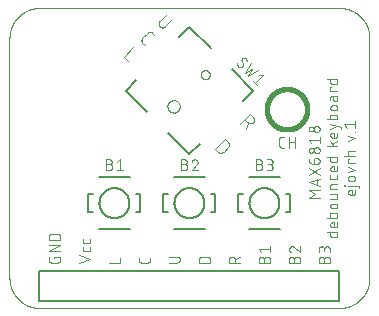
<source format=gto>
G04 EAGLE Gerber X2 export*
G75*
%MOMM*%
%FSLAX35Y35*%
%LPD*%
%AMOC8*
5,1,8,0,0,1.08239X$1,22.5*%
G01*
%ADD10C,0.076200*%
%ADD11C,0.406400*%
%ADD12C,0.101600*%
%ADD13C,0.000000*%
%ADD14C,0.127000*%
%ADD15C,0.203200*%


D10*
X254000Y2540000D02*
X2794000Y2540000D01*
X3048000Y2286000D02*
X3048000Y254000D01*
X2794000Y0D02*
X254000Y0D01*
X0Y254000D02*
X0Y2286000D01*
X0Y254000D02*
X74Y247862D01*
X297Y241728D01*
X667Y235602D01*
X1186Y229485D01*
X1852Y223384D01*
X2665Y217300D01*
X3626Y211237D01*
X4732Y205200D01*
X5984Y199191D01*
X7381Y193214D01*
X8922Y187272D01*
X10606Y181370D01*
X12432Y175510D01*
X14399Y169695D01*
X16506Y163930D01*
X18752Y158218D01*
X21135Y152561D01*
X23654Y146964D01*
X26308Y141429D01*
X29094Y135960D01*
X32012Y130560D01*
X35060Y125232D01*
X38235Y119979D01*
X41537Y114805D01*
X44962Y109712D01*
X48510Y104703D01*
X52177Y99781D01*
X55963Y94949D01*
X59864Y90210D01*
X63878Y85567D01*
X68004Y81022D01*
X72238Y76578D01*
X76578Y72238D01*
X81022Y68004D01*
X85567Y63878D01*
X90210Y59864D01*
X94949Y55963D01*
X99781Y52177D01*
X104703Y48510D01*
X109712Y44962D01*
X114805Y41537D01*
X119979Y38235D01*
X125232Y35060D01*
X130560Y32012D01*
X135960Y29094D01*
X141429Y26308D01*
X146964Y23654D01*
X152561Y21135D01*
X158218Y18752D01*
X163930Y16506D01*
X169695Y14399D01*
X175510Y12432D01*
X181370Y10606D01*
X187272Y8922D01*
X193214Y7381D01*
X199191Y5984D01*
X205200Y4732D01*
X211237Y3626D01*
X217300Y2665D01*
X223384Y1852D01*
X229485Y1186D01*
X235602Y667D01*
X241728Y297D01*
X247862Y74D01*
X254000Y0D01*
X2794000Y0D02*
X2800138Y74D01*
X2806272Y297D01*
X2812398Y667D01*
X2818515Y1186D01*
X2824616Y1852D01*
X2830700Y2665D01*
X2836763Y3626D01*
X2842800Y4732D01*
X2848809Y5984D01*
X2854786Y7381D01*
X2860728Y8922D01*
X2866630Y10606D01*
X2872490Y12432D01*
X2878305Y14399D01*
X2884070Y16506D01*
X2889782Y18752D01*
X2895439Y21135D01*
X2901036Y23654D01*
X2906571Y26308D01*
X2912040Y29094D01*
X2917440Y32012D01*
X2922768Y35060D01*
X2928021Y38235D01*
X2933195Y41537D01*
X2938288Y44962D01*
X2943297Y48510D01*
X2948219Y52177D01*
X2953051Y55963D01*
X2957790Y59864D01*
X2962433Y63878D01*
X2966978Y68004D01*
X2971422Y72238D01*
X2975762Y76578D01*
X2979996Y81022D01*
X2984122Y85567D01*
X2988136Y90210D01*
X2992037Y94949D01*
X2995823Y99781D01*
X2999490Y104703D01*
X3003038Y109712D01*
X3006463Y114805D01*
X3009765Y119979D01*
X3012940Y125232D01*
X3015988Y130560D01*
X3018906Y135960D01*
X3021692Y141429D01*
X3024346Y146964D01*
X3026865Y152561D01*
X3029248Y158218D01*
X3031494Y163930D01*
X3033601Y169695D01*
X3035568Y175510D01*
X3037394Y181370D01*
X3039078Y187272D01*
X3040619Y193214D01*
X3042016Y199191D01*
X3043268Y205200D01*
X3044374Y211237D01*
X3045335Y217300D01*
X3046148Y223384D01*
X3046814Y229485D01*
X3047333Y235602D01*
X3047703Y241728D01*
X3047926Y247862D01*
X3048000Y254000D01*
X3048000Y2286000D02*
X3047926Y2292138D01*
X3047703Y2298272D01*
X3047333Y2304398D01*
X3046814Y2310515D01*
X3046148Y2316616D01*
X3045335Y2322700D01*
X3044374Y2328763D01*
X3043268Y2334800D01*
X3042016Y2340809D01*
X3040619Y2346786D01*
X3039078Y2352728D01*
X3037394Y2358630D01*
X3035568Y2364490D01*
X3033601Y2370305D01*
X3031494Y2376070D01*
X3029248Y2381782D01*
X3026865Y2387439D01*
X3024346Y2393036D01*
X3021692Y2398571D01*
X3018906Y2404040D01*
X3015988Y2409440D01*
X3012940Y2414768D01*
X3009765Y2420021D01*
X3006463Y2425195D01*
X3003038Y2430288D01*
X2999490Y2435297D01*
X2995823Y2440219D01*
X2992037Y2445051D01*
X2988136Y2449790D01*
X2984122Y2454433D01*
X2979996Y2458978D01*
X2975762Y2463422D01*
X2971422Y2467762D01*
X2966978Y2471996D01*
X2962433Y2476122D01*
X2957790Y2480136D01*
X2953051Y2484037D01*
X2948219Y2487823D01*
X2943297Y2491490D01*
X2938288Y2495038D01*
X2933195Y2498463D01*
X2928021Y2501765D01*
X2922768Y2504940D01*
X2917440Y2507988D01*
X2912040Y2510906D01*
X2906571Y2513692D01*
X2901036Y2516346D01*
X2895439Y2518865D01*
X2889782Y2521248D01*
X2884070Y2523494D01*
X2878305Y2525601D01*
X2872490Y2527568D01*
X2866630Y2529394D01*
X2860728Y2531078D01*
X2854786Y2532619D01*
X2848809Y2534016D01*
X2842800Y2535268D01*
X2836763Y2536374D01*
X2830700Y2537335D01*
X2824616Y2538148D01*
X2818515Y2538814D01*
X2812398Y2539333D01*
X2806272Y2539703D01*
X2800138Y2539926D01*
X2794000Y2540000D01*
X254000Y2540000D02*
X247862Y2539926D01*
X241728Y2539703D01*
X235602Y2539333D01*
X229485Y2538814D01*
X223384Y2538148D01*
X217300Y2537335D01*
X211237Y2536374D01*
X205200Y2535268D01*
X199191Y2534016D01*
X193214Y2532619D01*
X187272Y2531078D01*
X181370Y2529394D01*
X175510Y2527568D01*
X169695Y2525601D01*
X163930Y2523494D01*
X158218Y2521248D01*
X152561Y2518865D01*
X146964Y2516346D01*
X141429Y2513692D01*
X135960Y2510906D01*
X130560Y2507988D01*
X125232Y2504940D01*
X119979Y2501765D01*
X114805Y2498463D01*
X109712Y2495038D01*
X104703Y2491490D01*
X99781Y2487823D01*
X94949Y2484037D01*
X90210Y2480136D01*
X85567Y2476122D01*
X81022Y2471996D01*
X76578Y2467762D01*
X72238Y2463422D01*
X68004Y2458978D01*
X63878Y2454433D01*
X59864Y2449790D01*
X55963Y2445051D01*
X52177Y2440219D01*
X48510Y2435297D01*
X44962Y2430288D01*
X41537Y2425195D01*
X38235Y2420021D01*
X35060Y2414768D01*
X32012Y2409440D01*
X29094Y2404040D01*
X26308Y2398571D01*
X23654Y2393036D01*
X21135Y2387439D01*
X18752Y2381782D01*
X16506Y2376070D01*
X14399Y2370305D01*
X12432Y2364490D01*
X10606Y2358630D01*
X8922Y2352728D01*
X7381Y2346786D01*
X5984Y2340809D01*
X4732Y2334800D01*
X3626Y2328763D01*
X2665Y2322700D01*
X1852Y2316616D01*
X1186Y2310515D01*
X667Y2304398D01*
X297Y2298272D01*
X74Y2292138D01*
X0Y2286000D01*
X588810Y384810D02*
X681190Y415603D01*
X588810Y446397D01*
X681190Y494573D02*
X681190Y515102D01*
X681190Y494573D02*
X681185Y494195D01*
X681171Y493818D01*
X681148Y493440D01*
X681116Y493064D01*
X681074Y492688D01*
X681023Y492314D01*
X680963Y491941D01*
X680894Y491569D01*
X680816Y491200D01*
X680729Y490832D01*
X680632Y490466D01*
X680527Y490104D01*
X680413Y489743D01*
X680290Y489386D01*
X680158Y489032D01*
X680018Y488681D01*
X679869Y488334D01*
X679712Y487990D01*
X679546Y487650D01*
X679372Y487315D01*
X679190Y486984D01*
X679000Y486657D01*
X678801Y486336D01*
X678595Y486019D01*
X678381Y485707D01*
X678160Y485401D01*
X677931Y485100D01*
X677695Y484805D01*
X677452Y484516D01*
X677202Y484233D01*
X676944Y483956D01*
X676680Y483686D01*
X676410Y483422D01*
X676133Y483165D01*
X675850Y482914D01*
X675561Y482671D01*
X675266Y482435D01*
X674965Y482206D01*
X674659Y481985D01*
X674347Y481771D01*
X674031Y481565D01*
X673709Y481367D01*
X673382Y481176D01*
X673051Y480994D01*
X672716Y480820D01*
X672376Y480654D01*
X672033Y480497D01*
X671685Y480348D01*
X671335Y480208D01*
X670980Y480076D01*
X670623Y479953D01*
X670263Y479839D01*
X669900Y479734D01*
X669534Y479637D01*
X669167Y479550D01*
X668797Y479472D01*
X668426Y479403D01*
X668052Y479343D01*
X667678Y479292D01*
X667302Y479250D01*
X666926Y479218D01*
X666549Y479195D01*
X666171Y479181D01*
X665793Y479176D01*
X635000Y479176D01*
X634628Y479180D01*
X634256Y479194D01*
X633885Y479216D01*
X633514Y479248D01*
X633144Y479288D01*
X632775Y479338D01*
X632408Y479396D01*
X632042Y479463D01*
X631678Y479539D01*
X631315Y479623D01*
X630955Y479717D01*
X630597Y479819D01*
X630242Y479930D01*
X629890Y480049D01*
X629540Y480177D01*
X629194Y480313D01*
X628851Y480457D01*
X628512Y480610D01*
X628176Y480771D01*
X627845Y480940D01*
X627517Y481117D01*
X627194Y481301D01*
X626876Y481494D01*
X626562Y481694D01*
X626254Y481902D01*
X625950Y482117D01*
X625652Y482339D01*
X625359Y482568D01*
X625071Y482805D01*
X624790Y483048D01*
X624514Y483298D01*
X624245Y483555D01*
X623982Y483818D01*
X623725Y484087D01*
X623475Y484363D01*
X623232Y484644D01*
X622995Y484932D01*
X622766Y485225D01*
X622544Y485523D01*
X622329Y485827D01*
X622121Y486135D01*
X621921Y486449D01*
X621728Y486767D01*
X621544Y487090D01*
X621367Y487418D01*
X621198Y487749D01*
X621037Y488085D01*
X620884Y488424D01*
X620740Y488767D01*
X620604Y489113D01*
X620476Y489463D01*
X620357Y489815D01*
X620246Y490170D01*
X620144Y490528D01*
X620050Y490888D01*
X619966Y491251D01*
X619890Y491615D01*
X619823Y491981D01*
X619765Y492348D01*
X619715Y492717D01*
X619675Y493087D01*
X619643Y493458D01*
X619621Y493829D01*
X619607Y494201D01*
X619603Y494573D01*
X619603Y515102D01*
X681190Y563573D02*
X681190Y584101D01*
X681190Y563573D02*
X681185Y563195D01*
X681171Y562818D01*
X681148Y562440D01*
X681116Y562064D01*
X681074Y561688D01*
X681023Y561314D01*
X680963Y560941D01*
X680894Y560569D01*
X680816Y560200D01*
X680729Y559832D01*
X680632Y559466D01*
X680527Y559104D01*
X680413Y558743D01*
X680290Y558386D01*
X680158Y558032D01*
X680018Y557681D01*
X679869Y557334D01*
X679712Y556990D01*
X679546Y556650D01*
X679372Y556315D01*
X679190Y555984D01*
X679000Y555657D01*
X678801Y555336D01*
X678595Y555019D01*
X678381Y554707D01*
X678160Y554401D01*
X677931Y554100D01*
X677695Y553805D01*
X677452Y553516D01*
X677202Y553233D01*
X676944Y552956D01*
X676680Y552686D01*
X676410Y552422D01*
X676133Y552165D01*
X675850Y551914D01*
X675561Y551671D01*
X675266Y551435D01*
X674965Y551206D01*
X674659Y550985D01*
X674347Y550771D01*
X674031Y550565D01*
X673709Y550367D01*
X673382Y550176D01*
X673051Y549994D01*
X672716Y549820D01*
X672376Y549654D01*
X672033Y549497D01*
X671685Y549348D01*
X671335Y549208D01*
X670980Y549076D01*
X670623Y548953D01*
X670263Y548839D01*
X669900Y548734D01*
X669534Y548637D01*
X669167Y548550D01*
X668797Y548472D01*
X668426Y548403D01*
X668052Y548343D01*
X667678Y548292D01*
X667302Y548250D01*
X666926Y548218D01*
X666549Y548195D01*
X666171Y548181D01*
X665793Y548176D01*
X635000Y548176D01*
X634628Y548180D01*
X634256Y548194D01*
X633885Y548216D01*
X633514Y548248D01*
X633144Y548288D01*
X632775Y548338D01*
X632408Y548396D01*
X632042Y548463D01*
X631678Y548539D01*
X631315Y548623D01*
X630955Y548717D01*
X630597Y548819D01*
X630242Y548930D01*
X629890Y549049D01*
X629540Y549177D01*
X629194Y549313D01*
X628851Y549457D01*
X628512Y549610D01*
X628176Y549771D01*
X627845Y549940D01*
X627517Y550117D01*
X627194Y550301D01*
X626876Y550494D01*
X626562Y550694D01*
X626254Y550902D01*
X625950Y551117D01*
X625652Y551339D01*
X625359Y551568D01*
X625071Y551805D01*
X624790Y552048D01*
X624514Y552298D01*
X624245Y552555D01*
X623982Y552818D01*
X623725Y553087D01*
X623475Y553363D01*
X623232Y553644D01*
X622995Y553932D01*
X622766Y554225D01*
X622544Y554523D01*
X622329Y554827D01*
X622121Y555135D01*
X621921Y555449D01*
X621728Y555767D01*
X621544Y556090D01*
X621367Y556418D01*
X621198Y556749D01*
X621037Y557085D01*
X620884Y557424D01*
X620740Y557767D01*
X620604Y558113D01*
X620476Y558463D01*
X620357Y558815D01*
X620246Y559170D01*
X620144Y559528D01*
X620050Y559888D01*
X619966Y560251D01*
X619890Y560615D01*
X619823Y560981D01*
X619765Y561348D01*
X619715Y561717D01*
X619675Y562087D01*
X619643Y562458D01*
X619621Y562829D01*
X619607Y563201D01*
X619603Y563573D01*
X619603Y584101D01*
X375868Y436132D02*
X375868Y420735D01*
X375868Y436132D02*
X427190Y436132D01*
X427190Y405339D01*
X427184Y404843D01*
X427166Y404347D01*
X427136Y403852D01*
X427094Y403358D01*
X427040Y402865D01*
X426975Y402373D01*
X426897Y401883D01*
X426808Y401395D01*
X426706Y400909D01*
X426593Y400426D01*
X426469Y399946D01*
X426333Y399469D01*
X426185Y398995D01*
X426026Y398525D01*
X425856Y398059D01*
X425674Y397598D01*
X425482Y397140D01*
X425278Y396688D01*
X425064Y396241D01*
X424839Y395799D01*
X424603Y395362D01*
X424356Y394932D01*
X424100Y394507D01*
X423833Y394089D01*
X423556Y393677D01*
X423269Y393272D01*
X422973Y392875D01*
X422667Y392484D01*
X422352Y392101D01*
X422027Y391726D01*
X421694Y391358D01*
X421352Y390999D01*
X421001Y390648D01*
X420642Y390306D01*
X420274Y389973D01*
X419899Y389648D01*
X419516Y389333D01*
X419125Y389027D01*
X418728Y388731D01*
X418323Y388444D01*
X417911Y388167D01*
X417493Y387900D01*
X417068Y387644D01*
X416638Y387397D01*
X416201Y387161D01*
X415759Y386936D01*
X415312Y386722D01*
X414860Y386518D01*
X414402Y386326D01*
X413941Y386144D01*
X413475Y385974D01*
X413005Y385815D01*
X412531Y385667D01*
X412054Y385531D01*
X411574Y385407D01*
X411091Y385294D01*
X410605Y385192D01*
X410117Y385103D01*
X409627Y385025D01*
X409135Y384960D01*
X408642Y384906D01*
X408148Y384864D01*
X407653Y384834D01*
X407157Y384816D01*
X406661Y384810D01*
X355339Y384810D01*
X354835Y384816D01*
X354332Y384835D01*
X353829Y384866D01*
X353327Y384909D01*
X352826Y384964D01*
X352327Y385032D01*
X351829Y385112D01*
X351334Y385204D01*
X350841Y385309D01*
X350351Y385425D01*
X349864Y385554D01*
X349380Y385694D01*
X348900Y385846D01*
X348423Y386010D01*
X347951Y386186D01*
X347483Y386373D01*
X347020Y386571D01*
X346562Y386781D01*
X346109Y387002D01*
X345662Y387234D01*
X345220Y387477D01*
X344785Y387731D01*
X344356Y387995D01*
X343934Y388270D01*
X343518Y388555D01*
X343110Y388850D01*
X342709Y389155D01*
X342316Y389470D01*
X341930Y389794D01*
X341553Y390128D01*
X341184Y390471D01*
X340823Y390823D01*
X340471Y391183D01*
X340128Y391552D01*
X339794Y391930D01*
X339470Y392315D01*
X339155Y392709D01*
X338850Y393110D01*
X338555Y393518D01*
X338270Y393933D01*
X337995Y394356D01*
X337731Y394785D01*
X337477Y395220D01*
X337234Y395661D01*
X337002Y396109D01*
X336781Y396561D01*
X336571Y397019D01*
X336373Y397482D01*
X336186Y397950D01*
X336010Y398423D01*
X335846Y398899D01*
X335694Y399379D01*
X335554Y399863D01*
X335425Y400350D01*
X335309Y400841D01*
X335205Y401333D01*
X335112Y401829D01*
X335032Y402326D01*
X334964Y402825D01*
X334909Y403326D01*
X334866Y403828D01*
X334835Y404331D01*
X334816Y404835D01*
X334810Y405338D01*
X334810Y405339D02*
X334810Y436132D01*
X334810Y480810D02*
X427190Y480810D01*
X427190Y532132D02*
X334810Y480810D01*
X334810Y532132D02*
X427190Y532132D01*
X427190Y576809D02*
X334810Y576809D01*
X334810Y602470D01*
X334817Y603090D01*
X334840Y603710D01*
X334877Y604329D01*
X334930Y604947D01*
X334997Y605563D01*
X335079Y606178D01*
X335176Y606790D01*
X335288Y607400D01*
X335415Y608007D01*
X335556Y608611D01*
X335711Y609211D01*
X335881Y609808D01*
X336066Y610400D01*
X336265Y610987D01*
X336478Y611570D01*
X336704Y612147D01*
X336945Y612718D01*
X337200Y613284D01*
X337468Y613843D01*
X337749Y614395D01*
X338044Y614941D01*
X338352Y615479D01*
X338673Y616010D01*
X339006Y616533D01*
X339352Y617047D01*
X339711Y617553D01*
X340081Y618050D01*
X340464Y618539D01*
X340858Y619017D01*
X341263Y619486D01*
X341680Y619946D01*
X342108Y620395D01*
X342546Y620833D01*
X342995Y621261D01*
X343455Y621678D01*
X343924Y622083D01*
X344402Y622477D01*
X344891Y622860D01*
X345388Y623230D01*
X345894Y623589D01*
X346408Y623935D01*
X346931Y624268D01*
X347462Y624589D01*
X348000Y624897D01*
X348546Y625192D01*
X349098Y625473D01*
X349657Y625741D01*
X350223Y625996D01*
X350794Y626237D01*
X351371Y626463D01*
X351954Y626676D01*
X352541Y626875D01*
X353133Y627060D01*
X353730Y627230D01*
X354330Y627385D01*
X354934Y627526D01*
X355541Y627653D01*
X356151Y627765D01*
X356763Y627862D01*
X357378Y627944D01*
X357994Y628011D01*
X358612Y628064D01*
X359231Y628101D01*
X359851Y628124D01*
X360471Y628131D01*
X360471Y628132D02*
X401529Y628132D01*
X402149Y628125D01*
X402769Y628102D01*
X403388Y628065D01*
X404006Y628012D01*
X404622Y627945D01*
X405237Y627863D01*
X405849Y627766D01*
X406459Y627654D01*
X407066Y627527D01*
X407670Y627386D01*
X408270Y627231D01*
X408867Y627061D01*
X409459Y626876D01*
X410046Y626677D01*
X410629Y626464D01*
X411206Y626238D01*
X411777Y625997D01*
X412343Y625742D01*
X412902Y625474D01*
X413454Y625193D01*
X414000Y624898D01*
X414538Y624590D01*
X415069Y624269D01*
X415592Y623936D01*
X416106Y623590D01*
X416612Y623231D01*
X417110Y622861D01*
X417598Y622478D01*
X418076Y622084D01*
X418545Y621678D01*
X419005Y621262D01*
X419454Y620834D01*
X419892Y620395D01*
X420320Y619946D01*
X420737Y619487D01*
X421142Y619018D01*
X421536Y618539D01*
X421919Y618051D01*
X422289Y617554D01*
X422648Y617048D01*
X422994Y616533D01*
X423327Y616011D01*
X423648Y615480D01*
X423956Y614942D01*
X424251Y614396D01*
X424532Y613844D01*
X424800Y613284D01*
X425055Y612719D01*
X425296Y612147D01*
X425523Y611570D01*
X425735Y610988D01*
X425934Y610400D01*
X426119Y609808D01*
X426289Y609212D01*
X426444Y608612D01*
X426586Y608008D01*
X426712Y607401D01*
X426824Y606791D01*
X426921Y606178D01*
X427003Y605564D01*
X427070Y604947D01*
X427123Y604329D01*
X427160Y603710D01*
X427183Y603091D01*
X427190Y602471D01*
X427190Y602470D02*
X427190Y576809D01*
X842810Y384810D02*
X935190Y384810D01*
X935190Y425868D01*
X1858810Y384810D02*
X1951190Y384810D01*
X1858810Y384810D02*
X1858810Y410471D01*
X1858818Y411096D01*
X1858840Y411720D01*
X1858878Y412344D01*
X1858932Y412967D01*
X1859000Y413588D01*
X1859083Y414207D01*
X1859182Y414824D01*
X1859295Y415439D01*
X1859424Y416050D01*
X1859567Y416659D01*
X1859725Y417263D01*
X1859898Y417864D01*
X1860085Y418460D01*
X1860287Y419052D01*
X1860503Y419638D01*
X1860734Y420219D01*
X1860978Y420794D01*
X1861236Y421363D01*
X1861508Y421926D01*
X1861794Y422481D01*
X1862093Y423030D01*
X1862406Y423571D01*
X1862731Y424105D01*
X1863070Y424630D01*
X1863421Y425147D01*
X1863785Y425655D01*
X1864160Y426154D01*
X1864548Y426644D01*
X1864948Y427125D01*
X1865359Y427595D01*
X1865782Y428055D01*
X1866216Y428505D01*
X1866660Y428944D01*
X1867115Y429373D01*
X1867581Y429790D01*
X1868056Y430195D01*
X1868542Y430589D01*
X1869036Y430971D01*
X1869540Y431341D01*
X1870053Y431698D01*
X1870574Y432043D01*
X1871103Y432375D01*
X1871641Y432694D01*
X1872185Y433000D01*
X1872738Y433292D01*
X1873297Y433571D01*
X1873863Y433837D01*
X1874435Y434088D01*
X1875013Y434325D01*
X1875597Y434549D01*
X1876186Y434758D01*
X1876779Y434952D01*
X1877378Y435132D01*
X1877980Y435298D01*
X1878587Y435448D01*
X1879197Y435584D01*
X1879810Y435705D01*
X1880426Y435811D01*
X1881044Y435902D01*
X1881664Y435978D01*
X1882286Y436039D01*
X1882910Y436084D01*
X1883534Y436115D01*
X1884159Y436130D01*
X1884783Y436130D01*
X1885408Y436115D01*
X1886032Y436084D01*
X1886656Y436039D01*
X1887278Y435978D01*
X1887898Y435902D01*
X1888516Y435811D01*
X1889132Y435705D01*
X1889745Y435584D01*
X1890355Y435448D01*
X1890962Y435298D01*
X1891564Y435132D01*
X1892163Y434952D01*
X1892756Y434758D01*
X1893345Y434549D01*
X1893929Y434325D01*
X1894507Y434088D01*
X1895079Y433837D01*
X1895645Y433571D01*
X1896204Y433292D01*
X1896757Y433000D01*
X1897302Y432694D01*
X1897839Y432375D01*
X1898368Y432043D01*
X1898889Y431698D01*
X1899402Y431341D01*
X1899906Y430971D01*
X1900400Y430589D01*
X1900886Y430195D01*
X1901361Y429790D01*
X1901827Y429373D01*
X1902282Y428944D01*
X1902726Y428505D01*
X1903160Y428055D01*
X1903583Y427595D01*
X1903994Y427125D01*
X1904394Y426644D01*
X1904782Y426154D01*
X1905157Y425655D01*
X1905521Y425147D01*
X1905872Y424630D01*
X1906211Y424105D01*
X1906536Y423571D01*
X1906849Y423030D01*
X1907148Y422481D01*
X1907434Y421926D01*
X1907706Y421363D01*
X1907964Y420794D01*
X1908208Y420219D01*
X1908439Y419638D01*
X1908655Y419052D01*
X1908857Y418460D01*
X1909044Y417864D01*
X1909217Y417263D01*
X1909375Y416659D01*
X1909518Y416050D01*
X1909647Y415439D01*
X1909760Y414824D01*
X1909859Y414207D01*
X1909942Y413588D01*
X1910010Y412967D01*
X1910064Y412344D01*
X1910102Y411720D01*
X1910124Y411096D01*
X1910132Y410471D01*
X1910133Y410471D02*
X1910133Y384810D01*
X1910133Y415603D02*
X1951190Y436132D01*
X1417529Y384810D02*
X1350810Y384810D01*
X1417529Y384810D02*
X1418154Y384818D01*
X1418778Y384840D01*
X1419402Y384878D01*
X1420025Y384932D01*
X1420646Y385000D01*
X1421265Y385083D01*
X1421882Y385182D01*
X1422497Y385295D01*
X1423108Y385424D01*
X1423717Y385567D01*
X1424321Y385725D01*
X1424922Y385898D01*
X1425518Y386085D01*
X1426110Y386287D01*
X1426696Y386503D01*
X1427277Y386734D01*
X1427852Y386978D01*
X1428421Y387236D01*
X1428984Y387508D01*
X1429539Y387794D01*
X1430088Y388093D01*
X1430629Y388406D01*
X1431163Y388731D01*
X1431688Y389070D01*
X1432205Y389421D01*
X1432713Y389785D01*
X1433212Y390160D01*
X1433702Y390548D01*
X1434183Y390948D01*
X1434653Y391359D01*
X1435113Y391782D01*
X1435563Y392216D01*
X1436002Y392660D01*
X1436431Y393115D01*
X1436848Y393581D01*
X1437253Y394056D01*
X1437647Y394542D01*
X1438029Y395036D01*
X1438399Y395540D01*
X1438756Y396053D01*
X1439101Y396574D01*
X1439433Y397103D01*
X1439752Y397641D01*
X1440058Y398185D01*
X1440350Y398738D01*
X1440629Y399297D01*
X1440895Y399863D01*
X1441146Y400435D01*
X1441383Y401013D01*
X1441607Y401597D01*
X1441816Y402186D01*
X1442010Y402779D01*
X1442190Y403378D01*
X1442356Y403980D01*
X1442506Y404587D01*
X1442642Y405197D01*
X1442763Y405810D01*
X1442869Y406426D01*
X1442960Y407044D01*
X1443036Y407664D01*
X1443097Y408286D01*
X1443142Y408910D01*
X1443173Y409534D01*
X1443188Y410159D01*
X1443188Y410783D01*
X1443173Y411408D01*
X1443142Y412032D01*
X1443097Y412656D01*
X1443036Y413278D01*
X1442960Y413898D01*
X1442869Y414516D01*
X1442763Y415132D01*
X1442642Y415745D01*
X1442506Y416355D01*
X1442356Y416962D01*
X1442190Y417564D01*
X1442010Y418163D01*
X1441816Y418756D01*
X1441607Y419345D01*
X1441383Y419929D01*
X1441146Y420507D01*
X1440895Y421079D01*
X1440629Y421645D01*
X1440350Y422204D01*
X1440058Y422757D01*
X1439752Y423302D01*
X1439433Y423839D01*
X1439101Y424368D01*
X1438756Y424889D01*
X1438399Y425402D01*
X1438029Y425906D01*
X1437647Y426400D01*
X1437253Y426886D01*
X1436848Y427361D01*
X1436431Y427827D01*
X1436002Y428282D01*
X1435563Y428726D01*
X1435113Y429160D01*
X1434653Y429583D01*
X1434183Y429994D01*
X1433702Y430394D01*
X1433212Y430782D01*
X1432713Y431157D01*
X1432205Y431521D01*
X1431688Y431872D01*
X1431163Y432211D01*
X1430629Y432536D01*
X1430088Y432849D01*
X1429539Y433148D01*
X1428984Y433434D01*
X1428421Y433706D01*
X1427852Y433964D01*
X1427277Y434208D01*
X1426696Y434439D01*
X1426110Y434655D01*
X1425518Y434857D01*
X1424922Y435044D01*
X1424321Y435217D01*
X1423717Y435375D01*
X1423108Y435518D01*
X1422497Y435647D01*
X1421882Y435760D01*
X1421265Y435859D01*
X1420646Y435942D01*
X1420025Y436010D01*
X1419402Y436064D01*
X1418778Y436102D01*
X1418154Y436124D01*
X1417529Y436132D01*
X1350810Y436132D01*
X1604810Y384810D02*
X1697190Y384810D01*
X1604810Y384810D02*
X1604810Y410471D01*
X1604817Y411091D01*
X1604840Y411711D01*
X1604877Y412330D01*
X1604930Y412948D01*
X1604997Y413564D01*
X1605079Y414179D01*
X1605176Y414791D01*
X1605288Y415401D01*
X1605415Y416008D01*
X1605556Y416612D01*
X1605711Y417212D01*
X1605881Y417809D01*
X1606066Y418401D01*
X1606265Y418988D01*
X1606478Y419571D01*
X1606704Y420148D01*
X1606945Y420719D01*
X1607200Y421285D01*
X1607468Y421844D01*
X1607749Y422396D01*
X1608044Y422942D01*
X1608352Y423480D01*
X1608673Y424011D01*
X1609006Y424534D01*
X1609352Y425048D01*
X1609711Y425554D01*
X1610081Y426051D01*
X1610464Y426540D01*
X1610858Y427018D01*
X1611263Y427487D01*
X1611680Y427947D01*
X1612108Y428396D01*
X1612546Y428834D01*
X1612995Y429262D01*
X1613455Y429679D01*
X1613924Y430084D01*
X1614402Y430478D01*
X1614891Y430861D01*
X1615388Y431231D01*
X1615894Y431590D01*
X1616408Y431936D01*
X1616931Y432269D01*
X1617462Y432590D01*
X1618000Y432898D01*
X1618546Y433193D01*
X1619098Y433474D01*
X1619657Y433742D01*
X1620223Y433997D01*
X1620794Y434238D01*
X1621371Y434464D01*
X1621954Y434677D01*
X1622541Y434876D01*
X1623133Y435061D01*
X1623730Y435231D01*
X1624330Y435386D01*
X1624934Y435527D01*
X1625541Y435654D01*
X1626151Y435766D01*
X1626763Y435863D01*
X1627378Y435945D01*
X1627994Y436012D01*
X1628612Y436065D01*
X1629231Y436102D01*
X1629851Y436125D01*
X1630471Y436132D01*
X1671529Y436132D01*
X1672149Y436125D01*
X1672769Y436102D01*
X1673388Y436065D01*
X1674006Y436012D01*
X1674622Y435945D01*
X1675237Y435863D01*
X1675849Y435766D01*
X1676459Y435654D01*
X1677066Y435527D01*
X1677670Y435386D01*
X1678270Y435231D01*
X1678867Y435061D01*
X1679459Y434876D01*
X1680046Y434677D01*
X1680629Y434464D01*
X1681206Y434238D01*
X1681777Y433997D01*
X1682343Y433742D01*
X1682902Y433474D01*
X1683454Y433193D01*
X1684000Y432898D01*
X1684538Y432590D01*
X1685069Y432269D01*
X1685592Y431936D01*
X1686106Y431590D01*
X1686612Y431231D01*
X1687110Y430861D01*
X1687598Y430478D01*
X1688076Y430084D01*
X1688545Y429678D01*
X1689005Y429262D01*
X1689454Y428834D01*
X1689892Y428395D01*
X1690320Y427946D01*
X1690737Y427487D01*
X1691142Y427018D01*
X1691536Y426539D01*
X1691919Y426051D01*
X1692289Y425554D01*
X1692648Y425048D01*
X1692994Y424533D01*
X1693327Y424011D01*
X1693648Y423480D01*
X1693956Y422942D01*
X1694251Y422396D01*
X1694532Y421844D01*
X1694800Y421284D01*
X1695055Y420719D01*
X1695296Y420147D01*
X1695523Y419570D01*
X1695735Y418988D01*
X1695934Y418400D01*
X1696119Y417808D01*
X1696289Y417212D01*
X1696444Y416612D01*
X1696586Y416008D01*
X1696712Y415401D01*
X1696824Y414791D01*
X1696921Y414178D01*
X1697003Y413564D01*
X1697070Y412947D01*
X1697123Y412329D01*
X1697160Y411710D01*
X1697183Y411091D01*
X1697190Y410471D01*
X1697190Y384810D01*
X1189190Y405339D02*
X1189190Y425868D01*
X1189190Y405339D02*
X1189184Y404843D01*
X1189166Y404347D01*
X1189136Y403852D01*
X1189094Y403358D01*
X1189040Y402865D01*
X1188975Y402373D01*
X1188897Y401883D01*
X1188808Y401395D01*
X1188706Y400909D01*
X1188593Y400426D01*
X1188469Y399946D01*
X1188333Y399469D01*
X1188185Y398995D01*
X1188026Y398525D01*
X1187856Y398059D01*
X1187674Y397598D01*
X1187482Y397140D01*
X1187278Y396688D01*
X1187064Y396241D01*
X1186839Y395799D01*
X1186603Y395362D01*
X1186356Y394932D01*
X1186100Y394507D01*
X1185833Y394089D01*
X1185556Y393677D01*
X1185269Y393272D01*
X1184973Y392875D01*
X1184667Y392484D01*
X1184352Y392101D01*
X1184027Y391726D01*
X1183694Y391358D01*
X1183352Y390999D01*
X1183001Y390648D01*
X1182642Y390306D01*
X1182274Y389973D01*
X1181899Y389648D01*
X1181516Y389333D01*
X1181125Y389027D01*
X1180728Y388731D01*
X1180323Y388444D01*
X1179911Y388167D01*
X1179493Y387900D01*
X1179068Y387644D01*
X1178638Y387397D01*
X1178201Y387161D01*
X1177759Y386936D01*
X1177312Y386722D01*
X1176860Y386518D01*
X1176402Y386326D01*
X1175941Y386144D01*
X1175475Y385974D01*
X1175005Y385815D01*
X1174531Y385667D01*
X1174054Y385531D01*
X1173574Y385407D01*
X1173091Y385294D01*
X1172605Y385192D01*
X1172117Y385103D01*
X1171627Y385025D01*
X1171135Y384960D01*
X1170642Y384906D01*
X1170148Y384864D01*
X1169653Y384834D01*
X1169157Y384816D01*
X1168661Y384810D01*
X1117339Y384810D01*
X1116835Y384816D01*
X1116332Y384835D01*
X1115829Y384866D01*
X1115327Y384909D01*
X1114826Y384964D01*
X1114327Y385032D01*
X1113829Y385112D01*
X1113334Y385204D01*
X1112841Y385309D01*
X1112351Y385425D01*
X1111864Y385554D01*
X1111380Y385694D01*
X1110900Y385846D01*
X1110423Y386010D01*
X1109951Y386186D01*
X1109483Y386373D01*
X1109020Y386571D01*
X1108562Y386781D01*
X1108109Y387002D01*
X1107662Y387234D01*
X1107220Y387477D01*
X1106785Y387731D01*
X1106356Y387995D01*
X1105934Y388270D01*
X1105518Y388555D01*
X1105110Y388850D01*
X1104709Y389155D01*
X1104316Y389470D01*
X1103930Y389794D01*
X1103553Y390128D01*
X1103184Y390471D01*
X1102823Y390823D01*
X1102471Y391183D01*
X1102128Y391552D01*
X1101794Y391930D01*
X1101470Y392315D01*
X1101155Y392709D01*
X1100850Y393110D01*
X1100555Y393518D01*
X1100270Y393933D01*
X1099995Y394356D01*
X1099731Y394785D01*
X1099477Y395220D01*
X1099234Y395661D01*
X1099002Y396109D01*
X1098781Y396561D01*
X1098571Y397019D01*
X1098373Y397482D01*
X1098186Y397950D01*
X1098010Y398423D01*
X1097846Y398899D01*
X1097694Y399379D01*
X1097554Y399863D01*
X1097425Y400350D01*
X1097309Y400841D01*
X1097205Y401333D01*
X1097112Y401829D01*
X1097032Y402326D01*
X1096964Y402825D01*
X1096909Y403326D01*
X1096866Y403828D01*
X1096835Y404331D01*
X1096816Y404835D01*
X1096810Y405338D01*
X1096810Y405339D02*
X1096810Y425868D01*
X2153868Y410471D02*
X2153868Y384810D01*
X2153868Y410471D02*
X2153876Y411096D01*
X2153898Y411720D01*
X2153936Y412344D01*
X2153990Y412967D01*
X2154058Y413588D01*
X2154141Y414207D01*
X2154240Y414824D01*
X2154353Y415439D01*
X2154482Y416050D01*
X2154625Y416659D01*
X2154783Y417263D01*
X2154956Y417864D01*
X2155143Y418460D01*
X2155345Y419052D01*
X2155561Y419638D01*
X2155792Y420219D01*
X2156036Y420794D01*
X2156294Y421363D01*
X2156566Y421926D01*
X2156852Y422481D01*
X2157151Y423030D01*
X2157464Y423571D01*
X2157789Y424105D01*
X2158128Y424630D01*
X2158479Y425147D01*
X2158843Y425655D01*
X2159218Y426154D01*
X2159606Y426644D01*
X2160006Y427125D01*
X2160417Y427595D01*
X2160840Y428055D01*
X2161274Y428505D01*
X2161718Y428944D01*
X2162173Y429373D01*
X2162639Y429790D01*
X2163114Y430195D01*
X2163600Y430589D01*
X2164094Y430971D01*
X2164598Y431341D01*
X2165111Y431698D01*
X2165632Y432043D01*
X2166161Y432375D01*
X2166699Y432694D01*
X2167243Y433000D01*
X2167796Y433292D01*
X2168355Y433571D01*
X2168921Y433837D01*
X2169493Y434088D01*
X2170071Y434325D01*
X2170655Y434549D01*
X2171244Y434758D01*
X2171837Y434952D01*
X2172436Y435132D01*
X2173038Y435298D01*
X2173645Y435448D01*
X2174255Y435584D01*
X2174868Y435705D01*
X2175484Y435811D01*
X2176102Y435902D01*
X2176722Y435978D01*
X2177344Y436039D01*
X2177968Y436084D01*
X2178592Y436115D01*
X2179217Y436130D01*
X2179841Y436130D01*
X2180466Y436115D01*
X2181090Y436084D01*
X2181714Y436039D01*
X2182336Y435978D01*
X2182956Y435902D01*
X2183574Y435811D01*
X2184190Y435705D01*
X2184803Y435584D01*
X2185413Y435448D01*
X2186020Y435298D01*
X2186622Y435132D01*
X2187221Y434952D01*
X2187814Y434758D01*
X2188403Y434549D01*
X2188987Y434325D01*
X2189565Y434088D01*
X2190137Y433837D01*
X2190703Y433571D01*
X2191262Y433292D01*
X2191815Y433000D01*
X2192360Y432694D01*
X2192897Y432375D01*
X2193426Y432043D01*
X2193947Y431698D01*
X2194460Y431341D01*
X2194964Y430971D01*
X2195458Y430589D01*
X2195944Y430195D01*
X2196419Y429790D01*
X2196885Y429373D01*
X2197340Y428944D01*
X2197784Y428505D01*
X2198218Y428055D01*
X2198641Y427595D01*
X2199052Y427125D01*
X2199452Y426644D01*
X2199840Y426154D01*
X2200215Y425655D01*
X2200579Y425147D01*
X2200930Y424630D01*
X2201269Y424105D01*
X2201594Y423571D01*
X2201907Y423030D01*
X2202206Y422481D01*
X2202492Y421926D01*
X2202764Y421363D01*
X2203022Y420794D01*
X2203266Y420219D01*
X2203497Y419638D01*
X2203713Y419052D01*
X2203915Y418460D01*
X2204102Y417864D01*
X2204275Y417263D01*
X2204433Y416659D01*
X2204576Y416050D01*
X2204705Y415439D01*
X2204818Y414824D01*
X2204917Y414207D01*
X2205000Y413588D01*
X2205068Y412967D01*
X2205122Y412344D01*
X2205160Y411720D01*
X2205182Y411096D01*
X2205190Y410471D01*
X2205190Y384810D01*
X2112810Y384810D01*
X2112810Y410471D01*
X2112816Y410971D01*
X2112834Y411471D01*
X2112865Y411970D01*
X2112907Y412468D01*
X2112962Y412965D01*
X2113029Y413460D01*
X2113108Y413954D01*
X2113198Y414445D01*
X2113301Y414935D01*
X2113416Y415421D01*
X2113542Y415905D01*
X2113680Y416385D01*
X2113830Y416862D01*
X2113992Y417336D01*
X2114165Y417805D01*
X2114349Y418269D01*
X2114544Y418729D01*
X2114751Y419185D01*
X2114969Y419635D01*
X2115197Y420079D01*
X2115437Y420518D01*
X2115687Y420951D01*
X2115947Y421378D01*
X2116218Y421798D01*
X2116499Y422212D01*
X2116790Y422618D01*
X2117090Y423018D01*
X2117401Y423410D01*
X2117721Y423794D01*
X2118050Y424170D01*
X2118388Y424539D01*
X2118735Y424899D01*
X2119090Y425250D01*
X2119454Y425592D01*
X2119827Y425926D01*
X2120207Y426251D01*
X2120595Y426566D01*
X2120991Y426871D01*
X2121394Y427167D01*
X2121804Y427453D01*
X2122221Y427729D01*
X2122645Y427994D01*
X2123075Y428250D01*
X2123510Y428494D01*
X2123952Y428728D01*
X2124400Y428951D01*
X2124852Y429164D01*
X2125310Y429365D01*
X2125772Y429555D01*
X2126239Y429733D01*
X2126711Y429900D01*
X2127186Y430056D01*
X2127664Y430200D01*
X2128147Y430332D01*
X2128632Y430453D01*
X2129120Y430562D01*
X2129610Y430659D01*
X2130103Y430743D01*
X2130597Y430816D01*
X2131094Y430877D01*
X2131591Y430925D01*
X2132090Y430962D01*
X2132589Y430986D01*
X2133089Y430998D01*
X2133589Y430998D01*
X2134089Y430986D01*
X2134588Y430962D01*
X2135087Y430925D01*
X2135584Y430877D01*
X2136081Y430816D01*
X2136575Y430743D01*
X2137068Y430659D01*
X2137558Y430562D01*
X2138046Y430453D01*
X2138531Y430332D01*
X2139014Y430200D01*
X2139492Y430056D01*
X2139967Y429900D01*
X2140439Y429733D01*
X2140906Y429555D01*
X2141368Y429365D01*
X2141826Y429164D01*
X2142278Y428951D01*
X2142726Y428728D01*
X2143168Y428494D01*
X2143604Y428250D01*
X2144033Y427994D01*
X2144457Y427729D01*
X2144874Y427453D01*
X2145284Y427167D01*
X2145687Y426871D01*
X2146083Y426566D01*
X2146471Y426251D01*
X2146851Y425926D01*
X2147224Y425592D01*
X2147588Y425250D01*
X2147943Y424899D01*
X2148290Y424539D01*
X2148628Y424170D01*
X2148957Y423794D01*
X2149277Y423410D01*
X2149588Y423018D01*
X2149888Y422618D01*
X2150179Y422212D01*
X2150460Y421798D01*
X2150731Y421378D01*
X2150991Y420951D01*
X2151241Y420518D01*
X2151481Y420079D01*
X2151709Y419635D01*
X2151927Y419185D01*
X2152134Y418729D01*
X2152329Y418269D01*
X2152513Y417805D01*
X2152686Y417336D01*
X2152848Y416862D01*
X2152998Y416385D01*
X2153136Y415905D01*
X2153262Y415421D01*
X2153377Y414935D01*
X2153480Y414445D01*
X2153570Y413954D01*
X2153649Y413460D01*
X2153716Y412965D01*
X2153771Y412468D01*
X2153813Y411970D01*
X2153844Y411471D01*
X2153862Y410971D01*
X2153868Y410471D01*
X2133339Y470508D02*
X2112810Y496169D01*
X2205190Y496169D01*
X2205190Y470508D02*
X2205190Y521830D01*
X2407868Y410471D02*
X2407868Y384810D01*
X2407868Y410471D02*
X2407876Y411096D01*
X2407898Y411720D01*
X2407936Y412344D01*
X2407990Y412967D01*
X2408058Y413588D01*
X2408141Y414207D01*
X2408240Y414824D01*
X2408353Y415439D01*
X2408482Y416050D01*
X2408625Y416659D01*
X2408783Y417263D01*
X2408956Y417864D01*
X2409143Y418460D01*
X2409345Y419052D01*
X2409561Y419638D01*
X2409792Y420219D01*
X2410036Y420794D01*
X2410294Y421363D01*
X2410566Y421926D01*
X2410852Y422481D01*
X2411151Y423030D01*
X2411464Y423571D01*
X2411789Y424105D01*
X2412128Y424630D01*
X2412479Y425147D01*
X2412843Y425655D01*
X2413218Y426154D01*
X2413606Y426644D01*
X2414006Y427125D01*
X2414417Y427595D01*
X2414840Y428055D01*
X2415274Y428505D01*
X2415718Y428944D01*
X2416173Y429373D01*
X2416639Y429790D01*
X2417114Y430195D01*
X2417600Y430589D01*
X2418094Y430971D01*
X2418598Y431341D01*
X2419111Y431698D01*
X2419632Y432043D01*
X2420161Y432375D01*
X2420699Y432694D01*
X2421243Y433000D01*
X2421796Y433292D01*
X2422355Y433571D01*
X2422921Y433837D01*
X2423493Y434088D01*
X2424071Y434325D01*
X2424655Y434549D01*
X2425244Y434758D01*
X2425837Y434952D01*
X2426436Y435132D01*
X2427038Y435298D01*
X2427645Y435448D01*
X2428255Y435584D01*
X2428868Y435705D01*
X2429484Y435811D01*
X2430102Y435902D01*
X2430722Y435978D01*
X2431344Y436039D01*
X2431968Y436084D01*
X2432592Y436115D01*
X2433217Y436130D01*
X2433841Y436130D01*
X2434466Y436115D01*
X2435090Y436084D01*
X2435714Y436039D01*
X2436336Y435978D01*
X2436956Y435902D01*
X2437574Y435811D01*
X2438190Y435705D01*
X2438803Y435584D01*
X2439413Y435448D01*
X2440020Y435298D01*
X2440622Y435132D01*
X2441221Y434952D01*
X2441814Y434758D01*
X2442403Y434549D01*
X2442987Y434325D01*
X2443565Y434088D01*
X2444137Y433837D01*
X2444703Y433571D01*
X2445262Y433292D01*
X2445815Y433000D01*
X2446360Y432694D01*
X2446897Y432375D01*
X2447426Y432043D01*
X2447947Y431698D01*
X2448460Y431341D01*
X2448964Y430971D01*
X2449458Y430589D01*
X2449944Y430195D01*
X2450419Y429790D01*
X2450885Y429373D01*
X2451340Y428944D01*
X2451784Y428505D01*
X2452218Y428055D01*
X2452641Y427595D01*
X2453052Y427125D01*
X2453452Y426644D01*
X2453840Y426154D01*
X2454215Y425655D01*
X2454579Y425147D01*
X2454930Y424630D01*
X2455269Y424105D01*
X2455594Y423571D01*
X2455907Y423030D01*
X2456206Y422481D01*
X2456492Y421926D01*
X2456764Y421363D01*
X2457022Y420794D01*
X2457266Y420219D01*
X2457497Y419638D01*
X2457713Y419052D01*
X2457915Y418460D01*
X2458102Y417864D01*
X2458275Y417263D01*
X2458433Y416659D01*
X2458576Y416050D01*
X2458705Y415439D01*
X2458818Y414824D01*
X2458917Y414207D01*
X2459000Y413588D01*
X2459068Y412967D01*
X2459122Y412344D01*
X2459160Y411720D01*
X2459182Y411096D01*
X2459190Y410471D01*
X2459190Y384810D01*
X2366810Y384810D01*
X2366810Y410471D01*
X2366816Y410971D01*
X2366834Y411471D01*
X2366865Y411970D01*
X2366907Y412468D01*
X2366962Y412965D01*
X2367029Y413460D01*
X2367108Y413954D01*
X2367198Y414445D01*
X2367301Y414935D01*
X2367416Y415421D01*
X2367542Y415905D01*
X2367680Y416385D01*
X2367830Y416862D01*
X2367992Y417336D01*
X2368165Y417805D01*
X2368349Y418269D01*
X2368544Y418729D01*
X2368751Y419185D01*
X2368969Y419635D01*
X2369197Y420079D01*
X2369437Y420518D01*
X2369687Y420951D01*
X2369947Y421378D01*
X2370218Y421798D01*
X2370499Y422212D01*
X2370790Y422618D01*
X2371090Y423018D01*
X2371401Y423410D01*
X2371721Y423794D01*
X2372050Y424170D01*
X2372388Y424539D01*
X2372735Y424899D01*
X2373090Y425250D01*
X2373454Y425592D01*
X2373827Y425926D01*
X2374207Y426251D01*
X2374595Y426566D01*
X2374991Y426871D01*
X2375394Y427167D01*
X2375804Y427453D01*
X2376221Y427729D01*
X2376645Y427994D01*
X2377075Y428250D01*
X2377510Y428494D01*
X2377952Y428728D01*
X2378400Y428951D01*
X2378852Y429164D01*
X2379310Y429365D01*
X2379772Y429555D01*
X2380239Y429733D01*
X2380711Y429900D01*
X2381186Y430056D01*
X2381664Y430200D01*
X2382147Y430332D01*
X2382632Y430453D01*
X2383120Y430562D01*
X2383610Y430659D01*
X2384103Y430743D01*
X2384597Y430816D01*
X2385094Y430877D01*
X2385591Y430925D01*
X2386090Y430962D01*
X2386589Y430986D01*
X2387089Y430998D01*
X2387589Y430998D01*
X2388089Y430986D01*
X2388588Y430962D01*
X2389087Y430925D01*
X2389584Y430877D01*
X2390081Y430816D01*
X2390575Y430743D01*
X2391068Y430659D01*
X2391558Y430562D01*
X2392046Y430453D01*
X2392531Y430332D01*
X2393014Y430200D01*
X2393492Y430056D01*
X2393967Y429900D01*
X2394439Y429733D01*
X2394906Y429555D01*
X2395368Y429365D01*
X2395826Y429164D01*
X2396278Y428951D01*
X2396726Y428728D01*
X2397168Y428494D01*
X2397604Y428250D01*
X2398033Y427994D01*
X2398457Y427729D01*
X2398874Y427453D01*
X2399284Y427167D01*
X2399687Y426871D01*
X2400083Y426566D01*
X2400471Y426251D01*
X2400851Y425926D01*
X2401224Y425592D01*
X2401588Y425250D01*
X2401943Y424899D01*
X2402290Y424539D01*
X2402628Y424170D01*
X2402957Y423794D01*
X2403277Y423410D01*
X2403588Y423018D01*
X2403888Y422618D01*
X2404179Y422212D01*
X2404460Y421798D01*
X2404731Y421378D01*
X2404991Y420951D01*
X2405241Y420518D01*
X2405481Y420079D01*
X2405709Y419635D01*
X2405927Y419185D01*
X2406134Y418729D01*
X2406329Y418269D01*
X2406513Y417805D01*
X2406686Y417336D01*
X2406848Y416862D01*
X2406998Y416385D01*
X2407136Y415905D01*
X2407262Y415421D01*
X2407377Y414935D01*
X2407480Y414445D01*
X2407570Y413954D01*
X2407649Y413460D01*
X2407716Y412965D01*
X2407771Y412468D01*
X2407813Y411970D01*
X2407844Y411471D01*
X2407862Y410971D01*
X2407868Y410471D01*
X2366809Y498736D02*
X2366816Y499302D01*
X2366837Y499869D01*
X2366872Y500435D01*
X2366920Y500999D01*
X2366983Y501563D01*
X2367059Y502124D01*
X2367149Y502684D01*
X2367253Y503241D01*
X2367370Y503796D01*
X2367501Y504347D01*
X2367646Y504895D01*
X2367804Y505440D01*
X2367975Y505980D01*
X2368159Y506516D01*
X2368357Y507048D01*
X2368567Y507574D01*
X2368791Y508095D01*
X2369027Y508610D01*
X2369275Y509120D01*
X2369536Y509623D01*
X2369810Y510119D01*
X2370095Y510609D01*
X2370392Y511092D01*
X2370702Y511567D01*
X2371022Y512034D01*
X2371354Y512494D01*
X2371698Y512945D01*
X2372052Y513387D01*
X2372417Y513821D01*
X2372792Y514246D01*
X2373178Y514661D01*
X2373574Y515067D01*
X2373980Y515462D01*
X2374395Y515848D01*
X2374820Y516224D01*
X2375253Y516589D01*
X2375696Y516943D01*
X2376147Y517286D01*
X2376606Y517618D01*
X2377074Y517939D01*
X2377549Y518248D01*
X2378031Y518545D01*
X2378521Y518831D01*
X2379018Y519104D01*
X2379521Y519365D01*
X2380030Y519614D01*
X2380546Y519850D01*
X2381067Y520073D01*
X2381593Y520283D01*
X2382124Y520481D01*
X2382660Y520665D01*
X2383201Y520837D01*
X2383745Y520994D01*
X2384293Y521139D01*
X2384845Y521270D01*
X2385399Y521387D01*
X2385957Y521491D01*
X2386516Y521581D01*
X2387078Y521657D01*
X2387641Y521720D01*
X2388206Y521768D01*
X2388772Y521803D01*
X2389338Y521824D01*
X2389905Y521831D01*
X2366810Y498735D02*
X2366819Y498017D01*
X2366845Y497300D01*
X2366888Y496584D01*
X2366949Y495869D01*
X2367027Y495156D01*
X2367122Y494445D01*
X2367234Y493736D01*
X2367363Y493030D01*
X2367510Y492328D01*
X2367673Y491629D01*
X2367854Y490934D01*
X2368051Y490244D01*
X2368264Y489559D01*
X2368494Y488880D01*
X2368741Y488206D01*
X2369003Y487538D01*
X2369282Y486877D01*
X2369577Y486223D01*
X2369887Y485576D01*
X2370213Y484937D01*
X2370555Y484305D01*
X2370911Y483683D01*
X2371283Y483069D01*
X2371669Y482464D01*
X2372070Y481869D01*
X2372485Y481283D01*
X2372914Y480708D01*
X2373356Y480144D01*
X2373813Y479590D01*
X2374282Y479047D01*
X2374765Y478516D01*
X2375260Y477997D01*
X2375768Y477490D01*
X2376288Y476995D01*
X2376819Y476514D01*
X2377363Y476045D01*
X2377917Y475589D01*
X2378482Y475147D01*
X2379058Y474718D01*
X2379644Y474304D01*
X2380239Y473904D01*
X2380844Y473519D01*
X2381459Y473148D01*
X2382082Y472792D01*
X2382714Y472452D01*
X2383353Y472126D01*
X2384001Y471817D01*
X2384655Y471523D01*
X2385317Y471245D01*
X2385985Y470983D01*
X2386659Y470737D01*
X2387339Y470508D01*
X2407868Y514132D02*
X2407442Y514567D01*
X2407007Y514992D01*
X2406561Y515406D01*
X2406105Y515810D01*
X2405639Y516201D01*
X2405164Y516582D01*
X2404679Y516950D01*
X2404186Y517307D01*
X2403684Y517651D01*
X2403174Y517983D01*
X2402655Y518302D01*
X2402129Y518609D01*
X2401596Y518902D01*
X2401056Y519182D01*
X2400509Y519449D01*
X2399955Y519703D01*
X2399396Y519942D01*
X2398831Y520168D01*
X2398260Y520381D01*
X2397685Y520578D01*
X2397104Y520762D01*
X2396520Y520932D01*
X2395931Y521087D01*
X2395339Y521228D01*
X2394743Y521354D01*
X2394145Y521465D01*
X2393544Y521562D01*
X2392941Y521644D01*
X2392336Y521711D01*
X2391729Y521763D01*
X2391122Y521800D01*
X2390514Y521823D01*
X2389905Y521830D01*
X2407868Y514132D02*
X2459190Y470508D01*
X2459190Y521830D01*
X2661868Y410471D02*
X2661868Y384810D01*
X2661868Y410471D02*
X2661876Y411096D01*
X2661898Y411720D01*
X2661936Y412344D01*
X2661990Y412967D01*
X2662058Y413588D01*
X2662141Y414207D01*
X2662240Y414824D01*
X2662353Y415439D01*
X2662482Y416050D01*
X2662625Y416659D01*
X2662783Y417263D01*
X2662956Y417864D01*
X2663143Y418460D01*
X2663345Y419052D01*
X2663561Y419638D01*
X2663792Y420219D01*
X2664036Y420794D01*
X2664294Y421363D01*
X2664566Y421926D01*
X2664852Y422481D01*
X2665151Y423030D01*
X2665464Y423571D01*
X2665789Y424105D01*
X2666128Y424630D01*
X2666479Y425147D01*
X2666843Y425655D01*
X2667218Y426154D01*
X2667606Y426644D01*
X2668006Y427125D01*
X2668417Y427595D01*
X2668840Y428055D01*
X2669274Y428505D01*
X2669718Y428944D01*
X2670173Y429373D01*
X2670639Y429790D01*
X2671114Y430195D01*
X2671600Y430589D01*
X2672094Y430971D01*
X2672598Y431341D01*
X2673111Y431698D01*
X2673632Y432043D01*
X2674161Y432375D01*
X2674699Y432694D01*
X2675243Y433000D01*
X2675796Y433292D01*
X2676355Y433571D01*
X2676921Y433837D01*
X2677493Y434088D01*
X2678071Y434325D01*
X2678655Y434549D01*
X2679244Y434758D01*
X2679837Y434952D01*
X2680436Y435132D01*
X2681038Y435298D01*
X2681645Y435448D01*
X2682255Y435584D01*
X2682868Y435705D01*
X2683484Y435811D01*
X2684102Y435902D01*
X2684722Y435978D01*
X2685344Y436039D01*
X2685968Y436084D01*
X2686592Y436115D01*
X2687217Y436130D01*
X2687841Y436130D01*
X2688466Y436115D01*
X2689090Y436084D01*
X2689714Y436039D01*
X2690336Y435978D01*
X2690956Y435902D01*
X2691574Y435811D01*
X2692190Y435705D01*
X2692803Y435584D01*
X2693413Y435448D01*
X2694020Y435298D01*
X2694622Y435132D01*
X2695221Y434952D01*
X2695814Y434758D01*
X2696403Y434549D01*
X2696987Y434325D01*
X2697565Y434088D01*
X2698137Y433837D01*
X2698703Y433571D01*
X2699262Y433292D01*
X2699815Y433000D01*
X2700360Y432694D01*
X2700897Y432375D01*
X2701426Y432043D01*
X2701947Y431698D01*
X2702460Y431341D01*
X2702964Y430971D01*
X2703458Y430589D01*
X2703944Y430195D01*
X2704419Y429790D01*
X2704885Y429373D01*
X2705340Y428944D01*
X2705784Y428505D01*
X2706218Y428055D01*
X2706641Y427595D01*
X2707052Y427125D01*
X2707452Y426644D01*
X2707840Y426154D01*
X2708215Y425655D01*
X2708579Y425147D01*
X2708930Y424630D01*
X2709269Y424105D01*
X2709594Y423571D01*
X2709907Y423030D01*
X2710206Y422481D01*
X2710492Y421926D01*
X2710764Y421363D01*
X2711022Y420794D01*
X2711266Y420219D01*
X2711497Y419638D01*
X2711713Y419052D01*
X2711915Y418460D01*
X2712102Y417864D01*
X2712275Y417263D01*
X2712433Y416659D01*
X2712576Y416050D01*
X2712705Y415439D01*
X2712818Y414824D01*
X2712917Y414207D01*
X2713000Y413588D01*
X2713068Y412967D01*
X2713122Y412344D01*
X2713160Y411720D01*
X2713182Y411096D01*
X2713190Y410471D01*
X2713190Y384810D01*
X2620810Y384810D01*
X2620810Y410471D01*
X2620816Y410971D01*
X2620834Y411471D01*
X2620865Y411970D01*
X2620907Y412468D01*
X2620962Y412965D01*
X2621029Y413460D01*
X2621108Y413954D01*
X2621198Y414445D01*
X2621301Y414935D01*
X2621416Y415421D01*
X2621542Y415905D01*
X2621680Y416385D01*
X2621830Y416862D01*
X2621992Y417336D01*
X2622165Y417805D01*
X2622349Y418269D01*
X2622544Y418729D01*
X2622751Y419185D01*
X2622969Y419635D01*
X2623197Y420079D01*
X2623437Y420518D01*
X2623687Y420951D01*
X2623947Y421378D01*
X2624218Y421798D01*
X2624499Y422212D01*
X2624790Y422618D01*
X2625090Y423018D01*
X2625401Y423410D01*
X2625721Y423794D01*
X2626050Y424170D01*
X2626388Y424539D01*
X2626735Y424899D01*
X2627090Y425250D01*
X2627454Y425592D01*
X2627827Y425926D01*
X2628207Y426251D01*
X2628595Y426566D01*
X2628991Y426871D01*
X2629394Y427167D01*
X2629804Y427453D01*
X2630221Y427729D01*
X2630645Y427994D01*
X2631075Y428250D01*
X2631510Y428494D01*
X2631952Y428728D01*
X2632400Y428951D01*
X2632852Y429164D01*
X2633310Y429365D01*
X2633772Y429555D01*
X2634239Y429733D01*
X2634711Y429900D01*
X2635186Y430056D01*
X2635664Y430200D01*
X2636147Y430332D01*
X2636632Y430453D01*
X2637120Y430562D01*
X2637610Y430659D01*
X2638103Y430743D01*
X2638597Y430816D01*
X2639094Y430877D01*
X2639591Y430925D01*
X2640090Y430962D01*
X2640589Y430986D01*
X2641089Y430998D01*
X2641589Y430998D01*
X2642089Y430986D01*
X2642588Y430962D01*
X2643087Y430925D01*
X2643584Y430877D01*
X2644081Y430816D01*
X2644575Y430743D01*
X2645068Y430659D01*
X2645558Y430562D01*
X2646046Y430453D01*
X2646531Y430332D01*
X2647014Y430200D01*
X2647492Y430056D01*
X2647967Y429900D01*
X2648439Y429733D01*
X2648906Y429555D01*
X2649368Y429365D01*
X2649826Y429164D01*
X2650278Y428951D01*
X2650726Y428728D01*
X2651168Y428494D01*
X2651604Y428250D01*
X2652033Y427994D01*
X2652457Y427729D01*
X2652874Y427453D01*
X2653284Y427167D01*
X2653687Y426871D01*
X2654083Y426566D01*
X2654471Y426251D01*
X2654851Y425926D01*
X2655224Y425592D01*
X2655588Y425250D01*
X2655943Y424899D01*
X2656290Y424539D01*
X2656628Y424170D01*
X2656957Y423794D01*
X2657277Y423410D01*
X2657588Y423018D01*
X2657888Y422618D01*
X2658179Y422212D01*
X2658460Y421798D01*
X2658731Y421378D01*
X2658991Y420951D01*
X2659241Y420518D01*
X2659481Y420079D01*
X2659709Y419635D01*
X2659927Y419185D01*
X2660134Y418729D01*
X2660329Y418269D01*
X2660513Y417805D01*
X2660686Y417336D01*
X2660848Y416862D01*
X2660998Y416385D01*
X2661136Y415905D01*
X2661262Y415421D01*
X2661377Y414935D01*
X2661480Y414445D01*
X2661570Y413954D01*
X2661649Y413460D01*
X2661716Y412965D01*
X2661771Y412468D01*
X2661813Y411970D01*
X2661844Y411471D01*
X2661862Y410971D01*
X2661868Y410471D01*
X2713190Y470508D02*
X2713190Y496169D01*
X2713182Y496794D01*
X2713160Y497418D01*
X2713122Y498042D01*
X2713068Y498665D01*
X2713000Y499286D01*
X2712917Y499905D01*
X2712818Y500522D01*
X2712705Y501137D01*
X2712576Y501748D01*
X2712433Y502357D01*
X2712275Y502961D01*
X2712102Y503562D01*
X2711915Y504158D01*
X2711713Y504750D01*
X2711497Y505336D01*
X2711266Y505917D01*
X2711022Y506492D01*
X2710764Y507061D01*
X2710492Y507624D01*
X2710206Y508179D01*
X2709907Y508728D01*
X2709594Y509269D01*
X2709269Y509803D01*
X2708930Y510328D01*
X2708579Y510845D01*
X2708215Y511353D01*
X2707840Y511852D01*
X2707452Y512342D01*
X2707052Y512823D01*
X2706641Y513293D01*
X2706218Y513753D01*
X2705784Y514203D01*
X2705340Y514642D01*
X2704885Y515071D01*
X2704419Y515488D01*
X2703944Y515893D01*
X2703458Y516287D01*
X2702964Y516669D01*
X2702460Y517039D01*
X2701947Y517396D01*
X2701426Y517741D01*
X2700897Y518073D01*
X2700360Y518392D01*
X2699815Y518698D01*
X2699262Y518990D01*
X2698703Y519269D01*
X2698137Y519535D01*
X2697565Y519786D01*
X2696987Y520023D01*
X2696403Y520247D01*
X2695814Y520456D01*
X2695221Y520650D01*
X2694622Y520830D01*
X2694020Y520996D01*
X2693413Y521146D01*
X2692803Y521282D01*
X2692190Y521403D01*
X2691574Y521509D01*
X2690956Y521600D01*
X2690336Y521676D01*
X2689714Y521737D01*
X2689090Y521782D01*
X2688466Y521813D01*
X2687841Y521828D01*
X2687217Y521828D01*
X2686592Y521813D01*
X2685968Y521782D01*
X2685344Y521737D01*
X2684722Y521676D01*
X2684102Y521600D01*
X2683484Y521509D01*
X2682868Y521403D01*
X2682255Y521282D01*
X2681645Y521146D01*
X2681038Y520996D01*
X2680436Y520830D01*
X2679837Y520650D01*
X2679244Y520456D01*
X2678655Y520247D01*
X2678071Y520023D01*
X2677493Y519786D01*
X2676921Y519535D01*
X2676355Y519269D01*
X2675796Y518990D01*
X2675243Y518698D01*
X2674699Y518392D01*
X2674161Y518073D01*
X2673632Y517741D01*
X2673111Y517396D01*
X2672598Y517039D01*
X2672094Y516669D01*
X2671600Y516287D01*
X2671114Y515893D01*
X2670639Y515488D01*
X2670173Y515071D01*
X2669718Y514642D01*
X2669274Y514203D01*
X2668840Y513753D01*
X2668417Y513293D01*
X2668006Y512823D01*
X2667606Y512342D01*
X2667218Y511852D01*
X2666843Y511353D01*
X2666479Y510845D01*
X2666128Y510328D01*
X2665789Y509803D01*
X2665464Y509269D01*
X2665151Y508728D01*
X2664852Y508179D01*
X2664566Y507624D01*
X2664294Y507061D01*
X2664036Y506492D01*
X2663792Y505917D01*
X2663561Y505336D01*
X2663345Y504750D01*
X2663143Y504158D01*
X2662956Y503562D01*
X2662783Y502961D01*
X2662625Y502357D01*
X2662482Y501748D01*
X2662353Y501137D01*
X2662240Y500522D01*
X2662141Y499905D01*
X2662058Y499286D01*
X2661990Y498665D01*
X2661936Y498042D01*
X2661898Y497418D01*
X2661876Y496794D01*
X2661868Y496169D01*
X2620810Y501301D02*
X2620810Y470508D01*
X2620810Y501301D02*
X2620816Y501801D01*
X2620834Y502301D01*
X2620865Y502800D01*
X2620907Y503298D01*
X2620962Y503795D01*
X2621029Y504290D01*
X2621108Y504784D01*
X2621198Y505275D01*
X2621301Y505765D01*
X2621416Y506251D01*
X2621542Y506735D01*
X2621680Y507215D01*
X2621830Y507692D01*
X2621992Y508166D01*
X2622165Y508635D01*
X2622349Y509099D01*
X2622544Y509559D01*
X2622751Y510015D01*
X2622969Y510465D01*
X2623197Y510909D01*
X2623437Y511348D01*
X2623687Y511781D01*
X2623947Y512208D01*
X2624218Y512628D01*
X2624499Y513042D01*
X2624790Y513448D01*
X2625090Y513848D01*
X2625401Y514240D01*
X2625721Y514624D01*
X2626050Y515000D01*
X2626388Y515369D01*
X2626735Y515729D01*
X2627090Y516080D01*
X2627454Y516422D01*
X2627827Y516756D01*
X2628207Y517081D01*
X2628595Y517396D01*
X2628991Y517701D01*
X2629394Y517997D01*
X2629804Y518283D01*
X2630221Y518559D01*
X2630645Y518824D01*
X2631075Y519080D01*
X2631510Y519324D01*
X2631952Y519558D01*
X2632400Y519781D01*
X2632852Y519994D01*
X2633310Y520195D01*
X2633772Y520385D01*
X2634239Y520563D01*
X2634711Y520730D01*
X2635186Y520886D01*
X2635664Y521030D01*
X2636147Y521162D01*
X2636632Y521283D01*
X2637120Y521392D01*
X2637610Y521489D01*
X2638103Y521573D01*
X2638597Y521646D01*
X2639094Y521707D01*
X2639591Y521755D01*
X2640090Y521792D01*
X2640589Y521816D01*
X2641089Y521828D01*
X2641589Y521828D01*
X2642089Y521816D01*
X2642588Y521792D01*
X2643087Y521755D01*
X2643584Y521707D01*
X2644081Y521646D01*
X2644575Y521573D01*
X2645068Y521489D01*
X2645558Y521392D01*
X2646046Y521283D01*
X2646531Y521162D01*
X2647014Y521030D01*
X2647492Y520886D01*
X2647967Y520730D01*
X2648439Y520563D01*
X2648906Y520385D01*
X2649368Y520195D01*
X2649826Y519994D01*
X2650278Y519781D01*
X2650726Y519558D01*
X2651168Y519324D01*
X2651604Y519080D01*
X2652033Y518824D01*
X2652457Y518559D01*
X2652874Y518283D01*
X2653284Y517997D01*
X2653687Y517701D01*
X2654083Y517396D01*
X2654471Y517081D01*
X2654851Y516756D01*
X2655224Y516422D01*
X2655588Y516080D01*
X2655943Y515729D01*
X2656290Y515369D01*
X2656628Y515000D01*
X2656957Y514624D01*
X2657277Y514240D01*
X2657588Y513848D01*
X2657888Y513448D01*
X2658179Y513042D01*
X2658460Y512628D01*
X2658731Y512208D01*
X2658991Y511781D01*
X2659241Y511348D01*
X2659481Y510909D01*
X2659709Y510465D01*
X2659927Y510015D01*
X2660134Y509559D01*
X2660329Y509099D01*
X2660513Y508635D01*
X2660686Y508166D01*
X2660848Y507692D01*
X2660998Y507215D01*
X2661136Y506735D01*
X2661262Y506251D01*
X2661377Y505765D01*
X2661480Y505275D01*
X2661570Y504784D01*
X2661649Y504290D01*
X2661716Y503795D01*
X2661771Y503298D01*
X2661813Y502800D01*
X2661844Y502301D01*
X2661862Y501801D01*
X2661868Y501301D01*
X2661868Y480773D01*
X2626690Y935340D02*
X2534310Y935340D01*
X2585633Y966133D01*
X2534310Y996927D01*
X2626690Y996927D01*
X2626690Y1034340D02*
X2534310Y1065133D01*
X2626690Y1095926D01*
X2603595Y1088228D02*
X2603595Y1042038D01*
X2626690Y1124339D02*
X2534310Y1185926D01*
X2534310Y1124339D02*
X2626690Y1185926D01*
X2575368Y1219471D02*
X2575368Y1250264D01*
X2575374Y1250760D01*
X2575392Y1251256D01*
X2575422Y1251751D01*
X2575464Y1252245D01*
X2575518Y1252739D01*
X2575583Y1253230D01*
X2575661Y1253720D01*
X2575750Y1254208D01*
X2575852Y1254694D01*
X2575965Y1255177D01*
X2576089Y1255657D01*
X2576225Y1256134D01*
X2576373Y1256608D01*
X2576532Y1257078D01*
X2576702Y1257544D01*
X2576884Y1258005D01*
X2577076Y1258463D01*
X2577280Y1258915D01*
X2577494Y1259362D01*
X2577720Y1259804D01*
X2577955Y1260241D01*
X2578202Y1260671D01*
X2578458Y1261096D01*
X2578725Y1261514D01*
X2579002Y1261926D01*
X2579289Y1262331D01*
X2579585Y1262729D01*
X2579891Y1263119D01*
X2580206Y1263502D01*
X2580531Y1263877D01*
X2580864Y1264245D01*
X2581207Y1264604D01*
X2581557Y1264955D01*
X2581917Y1265297D01*
X2582284Y1265630D01*
X2582659Y1265955D01*
X2583042Y1266270D01*
X2583433Y1266576D01*
X2583831Y1266872D01*
X2584235Y1267159D01*
X2584647Y1267436D01*
X2585065Y1267703D01*
X2585490Y1267959D01*
X2585920Y1268206D01*
X2586357Y1268442D01*
X2586799Y1268667D01*
X2587246Y1268881D01*
X2587699Y1269085D01*
X2588156Y1269278D01*
X2588618Y1269459D01*
X2589083Y1269629D01*
X2589553Y1269788D01*
X2590027Y1269936D01*
X2590504Y1270072D01*
X2590984Y1270197D01*
X2591467Y1270309D01*
X2591953Y1270411D01*
X2592441Y1270500D01*
X2592931Y1270578D01*
X2593423Y1270643D01*
X2593916Y1270697D01*
X2594410Y1270739D01*
X2594905Y1270769D01*
X2595401Y1270787D01*
X2595897Y1270793D01*
X2601029Y1270793D01*
X2601654Y1270785D01*
X2602278Y1270763D01*
X2602902Y1270725D01*
X2603525Y1270671D01*
X2604146Y1270603D01*
X2604765Y1270520D01*
X2605382Y1270421D01*
X2605997Y1270308D01*
X2606608Y1270179D01*
X2607217Y1270036D01*
X2607821Y1269878D01*
X2608422Y1269705D01*
X2609018Y1269518D01*
X2609610Y1269316D01*
X2610196Y1269100D01*
X2610777Y1268869D01*
X2611352Y1268625D01*
X2611921Y1268367D01*
X2612484Y1268095D01*
X2613039Y1267809D01*
X2613588Y1267510D01*
X2614129Y1267197D01*
X2614663Y1266872D01*
X2615188Y1266533D01*
X2615705Y1266182D01*
X2616213Y1265818D01*
X2616712Y1265443D01*
X2617202Y1265055D01*
X2617683Y1264655D01*
X2618153Y1264244D01*
X2618613Y1263821D01*
X2619063Y1263387D01*
X2619502Y1262943D01*
X2619931Y1262488D01*
X2620348Y1262022D01*
X2620753Y1261547D01*
X2621147Y1261061D01*
X2621529Y1260567D01*
X2621899Y1260063D01*
X2622256Y1259550D01*
X2622601Y1259029D01*
X2622933Y1258500D01*
X2623252Y1257963D01*
X2623558Y1257418D01*
X2623850Y1256865D01*
X2624129Y1256306D01*
X2624395Y1255740D01*
X2624646Y1255168D01*
X2624883Y1254590D01*
X2625107Y1254006D01*
X2625316Y1253417D01*
X2625510Y1252824D01*
X2625690Y1252225D01*
X2625856Y1251623D01*
X2626006Y1251016D01*
X2626142Y1250406D01*
X2626263Y1249793D01*
X2626369Y1249177D01*
X2626460Y1248559D01*
X2626536Y1247939D01*
X2626597Y1247317D01*
X2626642Y1246693D01*
X2626673Y1246069D01*
X2626688Y1245444D01*
X2626688Y1244820D01*
X2626673Y1244195D01*
X2626642Y1243571D01*
X2626597Y1242947D01*
X2626536Y1242325D01*
X2626460Y1241705D01*
X2626369Y1241087D01*
X2626263Y1240471D01*
X2626142Y1239858D01*
X2626006Y1239248D01*
X2625856Y1238641D01*
X2625690Y1238039D01*
X2625510Y1237440D01*
X2625316Y1236847D01*
X2625107Y1236258D01*
X2624883Y1235674D01*
X2624646Y1235096D01*
X2624395Y1234524D01*
X2624129Y1233958D01*
X2623850Y1233399D01*
X2623558Y1232846D01*
X2623252Y1232302D01*
X2622933Y1231764D01*
X2622601Y1231235D01*
X2622256Y1230714D01*
X2621899Y1230201D01*
X2621529Y1229697D01*
X2621147Y1229203D01*
X2620753Y1228717D01*
X2620348Y1228242D01*
X2619931Y1227776D01*
X2619502Y1227321D01*
X2619063Y1226877D01*
X2618613Y1226443D01*
X2618153Y1226020D01*
X2617683Y1225609D01*
X2617202Y1225209D01*
X2616712Y1224821D01*
X2616213Y1224446D01*
X2615705Y1224082D01*
X2615188Y1223731D01*
X2614663Y1223392D01*
X2614129Y1223067D01*
X2613588Y1222754D01*
X2613039Y1222455D01*
X2612484Y1222169D01*
X2611921Y1221897D01*
X2611352Y1221639D01*
X2610777Y1221395D01*
X2610196Y1221164D01*
X2609610Y1220948D01*
X2609018Y1220746D01*
X2608422Y1220559D01*
X2607821Y1220386D01*
X2607217Y1220228D01*
X2606608Y1220085D01*
X2605997Y1219956D01*
X2605382Y1219843D01*
X2604765Y1219744D01*
X2604146Y1219661D01*
X2603525Y1219593D01*
X2602902Y1219539D01*
X2602278Y1219501D01*
X2601654Y1219479D01*
X2601029Y1219471D01*
X2575368Y1219471D01*
X2574360Y1219483D01*
X2573353Y1219520D01*
X2572348Y1219582D01*
X2571344Y1219669D01*
X2570342Y1219780D01*
X2569344Y1219915D01*
X2568349Y1220075D01*
X2567358Y1220260D01*
X2566372Y1220469D01*
X2565392Y1220701D01*
X2564417Y1220958D01*
X2563450Y1221239D01*
X2562489Y1221543D01*
X2561536Y1221871D01*
X2560592Y1222222D01*
X2559656Y1222596D01*
X2558730Y1222993D01*
X2557814Y1223413D01*
X2556908Y1223855D01*
X2556014Y1224319D01*
X2555131Y1224805D01*
X2554260Y1225312D01*
X2553402Y1225841D01*
X2552558Y1226390D01*
X2551727Y1226960D01*
X2550910Y1227551D01*
X2550108Y1228161D01*
X2549321Y1228791D01*
X2548550Y1229439D01*
X2547795Y1230107D01*
X2547057Y1230793D01*
X2546336Y1231496D01*
X2545632Y1232218D01*
X2544946Y1232956D01*
X2544279Y1233711D01*
X2543630Y1234482D01*
X2543000Y1235269D01*
X2542390Y1236070D01*
X2541800Y1236887D01*
X2541230Y1237718D01*
X2540680Y1238563D01*
X2540152Y1239421D01*
X2539644Y1240291D01*
X2539158Y1241174D01*
X2538694Y1242068D01*
X2538252Y1242974D01*
X2537833Y1243890D01*
X2537436Y1244816D01*
X2537061Y1245752D01*
X2536710Y1246697D01*
X2536382Y1247649D01*
X2536078Y1248610D01*
X2535797Y1249578D01*
X2535541Y1250552D01*
X2535308Y1251533D01*
X2535099Y1252518D01*
X2534915Y1253509D01*
X2534754Y1254504D01*
X2534619Y1255502D01*
X2534508Y1256504D01*
X2534421Y1257508D01*
X2534359Y1258514D01*
X2534322Y1259521D01*
X2534310Y1260528D01*
X2601029Y1309471D02*
X2600404Y1309479D01*
X2599780Y1309501D01*
X2599156Y1309539D01*
X2598533Y1309593D01*
X2597912Y1309661D01*
X2597293Y1309744D01*
X2596676Y1309843D01*
X2596061Y1309956D01*
X2595450Y1310085D01*
X2594841Y1310228D01*
X2594237Y1310386D01*
X2593636Y1310559D01*
X2593040Y1310746D01*
X2592448Y1310948D01*
X2591862Y1311164D01*
X2591281Y1311395D01*
X2590706Y1311639D01*
X2590137Y1311897D01*
X2589574Y1312169D01*
X2589019Y1312455D01*
X2588470Y1312754D01*
X2587929Y1313067D01*
X2587395Y1313392D01*
X2586870Y1313731D01*
X2586353Y1314082D01*
X2585845Y1314446D01*
X2585346Y1314821D01*
X2584856Y1315209D01*
X2584375Y1315609D01*
X2583905Y1316020D01*
X2583445Y1316443D01*
X2582995Y1316877D01*
X2582556Y1317321D01*
X2582127Y1317776D01*
X2581710Y1318242D01*
X2581305Y1318717D01*
X2580911Y1319203D01*
X2580529Y1319697D01*
X2580159Y1320201D01*
X2579802Y1320714D01*
X2579457Y1321235D01*
X2579125Y1321764D01*
X2578806Y1322301D01*
X2578500Y1322846D01*
X2578208Y1323399D01*
X2577929Y1323958D01*
X2577663Y1324524D01*
X2577412Y1325096D01*
X2577175Y1325674D01*
X2576951Y1326258D01*
X2576742Y1326847D01*
X2576548Y1327440D01*
X2576368Y1328039D01*
X2576202Y1328641D01*
X2576052Y1329248D01*
X2575916Y1329858D01*
X2575795Y1330471D01*
X2575689Y1331087D01*
X2575598Y1331705D01*
X2575522Y1332325D01*
X2575461Y1332947D01*
X2575416Y1333571D01*
X2575385Y1334195D01*
X2575370Y1334820D01*
X2575370Y1335444D01*
X2575385Y1336069D01*
X2575416Y1336693D01*
X2575461Y1337317D01*
X2575522Y1337939D01*
X2575598Y1338559D01*
X2575689Y1339177D01*
X2575795Y1339793D01*
X2575916Y1340406D01*
X2576052Y1341016D01*
X2576202Y1341623D01*
X2576368Y1342225D01*
X2576548Y1342824D01*
X2576742Y1343417D01*
X2576951Y1344006D01*
X2577175Y1344590D01*
X2577412Y1345168D01*
X2577663Y1345740D01*
X2577929Y1346306D01*
X2578208Y1346865D01*
X2578500Y1347418D01*
X2578806Y1347963D01*
X2579125Y1348500D01*
X2579457Y1349029D01*
X2579802Y1349550D01*
X2580159Y1350063D01*
X2580529Y1350567D01*
X2580911Y1351061D01*
X2581305Y1351547D01*
X2581710Y1352022D01*
X2582127Y1352488D01*
X2582556Y1352943D01*
X2582995Y1353387D01*
X2583445Y1353821D01*
X2583905Y1354244D01*
X2584375Y1354655D01*
X2584856Y1355055D01*
X2585346Y1355443D01*
X2585845Y1355818D01*
X2586353Y1356182D01*
X2586870Y1356533D01*
X2587395Y1356872D01*
X2587929Y1357197D01*
X2588470Y1357510D01*
X2589019Y1357809D01*
X2589574Y1358095D01*
X2590137Y1358367D01*
X2590706Y1358625D01*
X2591281Y1358869D01*
X2591862Y1359100D01*
X2592448Y1359316D01*
X2593040Y1359518D01*
X2593636Y1359705D01*
X2594237Y1359878D01*
X2594841Y1360036D01*
X2595450Y1360179D01*
X2596061Y1360308D01*
X2596676Y1360421D01*
X2597293Y1360520D01*
X2597912Y1360603D01*
X2598533Y1360671D01*
X2599156Y1360725D01*
X2599780Y1360763D01*
X2600404Y1360785D01*
X2601029Y1360793D01*
X2601654Y1360785D01*
X2602278Y1360763D01*
X2602902Y1360725D01*
X2603525Y1360671D01*
X2604146Y1360603D01*
X2604765Y1360520D01*
X2605382Y1360421D01*
X2605997Y1360308D01*
X2606608Y1360179D01*
X2607217Y1360036D01*
X2607821Y1359878D01*
X2608422Y1359705D01*
X2609018Y1359518D01*
X2609610Y1359316D01*
X2610196Y1359100D01*
X2610777Y1358869D01*
X2611352Y1358625D01*
X2611921Y1358367D01*
X2612484Y1358095D01*
X2613039Y1357809D01*
X2613588Y1357510D01*
X2614129Y1357197D01*
X2614663Y1356872D01*
X2615188Y1356533D01*
X2615705Y1356182D01*
X2616213Y1355818D01*
X2616712Y1355443D01*
X2617202Y1355055D01*
X2617683Y1354655D01*
X2618153Y1354244D01*
X2618613Y1353821D01*
X2619063Y1353387D01*
X2619502Y1352943D01*
X2619931Y1352488D01*
X2620348Y1352022D01*
X2620753Y1351547D01*
X2621147Y1351061D01*
X2621529Y1350567D01*
X2621899Y1350063D01*
X2622256Y1349550D01*
X2622601Y1349029D01*
X2622933Y1348500D01*
X2623252Y1347963D01*
X2623558Y1347418D01*
X2623850Y1346865D01*
X2624129Y1346306D01*
X2624395Y1345740D01*
X2624646Y1345168D01*
X2624883Y1344590D01*
X2625107Y1344006D01*
X2625316Y1343417D01*
X2625510Y1342824D01*
X2625690Y1342225D01*
X2625856Y1341623D01*
X2626006Y1341016D01*
X2626142Y1340406D01*
X2626263Y1339793D01*
X2626369Y1339177D01*
X2626460Y1338559D01*
X2626536Y1337939D01*
X2626597Y1337317D01*
X2626642Y1336693D01*
X2626673Y1336069D01*
X2626688Y1335444D01*
X2626688Y1334820D01*
X2626673Y1334195D01*
X2626642Y1333571D01*
X2626597Y1332947D01*
X2626536Y1332325D01*
X2626460Y1331705D01*
X2626369Y1331087D01*
X2626263Y1330471D01*
X2626142Y1329858D01*
X2626006Y1329248D01*
X2625856Y1328641D01*
X2625690Y1328039D01*
X2625510Y1327440D01*
X2625316Y1326847D01*
X2625107Y1326258D01*
X2624883Y1325674D01*
X2624646Y1325096D01*
X2624395Y1324524D01*
X2624129Y1323958D01*
X2623850Y1323399D01*
X2623558Y1322846D01*
X2623252Y1322302D01*
X2622933Y1321764D01*
X2622601Y1321235D01*
X2622256Y1320714D01*
X2621899Y1320201D01*
X2621529Y1319697D01*
X2621147Y1319203D01*
X2620753Y1318717D01*
X2620348Y1318242D01*
X2619931Y1317776D01*
X2619502Y1317321D01*
X2619063Y1316877D01*
X2618613Y1316443D01*
X2618153Y1316020D01*
X2617683Y1315609D01*
X2617202Y1315209D01*
X2616712Y1314821D01*
X2616213Y1314446D01*
X2615705Y1314082D01*
X2615188Y1313731D01*
X2614663Y1313392D01*
X2614129Y1313067D01*
X2613588Y1312754D01*
X2613039Y1312455D01*
X2612484Y1312169D01*
X2611921Y1311897D01*
X2611352Y1311639D01*
X2610777Y1311395D01*
X2610196Y1311164D01*
X2609610Y1310948D01*
X2609018Y1310746D01*
X2608422Y1310559D01*
X2607821Y1310386D01*
X2607217Y1310228D01*
X2606608Y1310085D01*
X2605997Y1309956D01*
X2605382Y1309843D01*
X2604765Y1309744D01*
X2604146Y1309661D01*
X2603525Y1309593D01*
X2602902Y1309539D01*
X2602278Y1309501D01*
X2601654Y1309479D01*
X2601029Y1309471D01*
X2554839Y1314603D02*
X2554339Y1314609D01*
X2553839Y1314627D01*
X2553340Y1314658D01*
X2552842Y1314700D01*
X2552345Y1314755D01*
X2551850Y1314822D01*
X2551356Y1314901D01*
X2550865Y1314991D01*
X2550375Y1315094D01*
X2549889Y1315209D01*
X2549405Y1315335D01*
X2548925Y1315473D01*
X2548448Y1315623D01*
X2547974Y1315785D01*
X2547505Y1315958D01*
X2547041Y1316142D01*
X2546581Y1316337D01*
X2546125Y1316544D01*
X2545675Y1316762D01*
X2545231Y1316990D01*
X2544792Y1317230D01*
X2544359Y1317480D01*
X2543932Y1317740D01*
X2543512Y1318011D01*
X2543098Y1318292D01*
X2542692Y1318583D01*
X2542292Y1318883D01*
X2541900Y1319194D01*
X2541516Y1319514D01*
X2541140Y1319843D01*
X2540771Y1320181D01*
X2540411Y1320528D01*
X2540060Y1320883D01*
X2539718Y1321247D01*
X2539384Y1321620D01*
X2539059Y1322000D01*
X2538744Y1322388D01*
X2538439Y1322784D01*
X2538143Y1323187D01*
X2537857Y1323597D01*
X2537581Y1324014D01*
X2537316Y1324438D01*
X2537060Y1324868D01*
X2536816Y1325303D01*
X2536582Y1325745D01*
X2536359Y1326193D01*
X2536146Y1326645D01*
X2535945Y1327103D01*
X2535755Y1327565D01*
X2535577Y1328032D01*
X2535410Y1328504D01*
X2535254Y1328979D01*
X2535110Y1329457D01*
X2534978Y1329940D01*
X2534857Y1330425D01*
X2534748Y1330913D01*
X2534651Y1331403D01*
X2534567Y1331896D01*
X2534494Y1332390D01*
X2534433Y1332887D01*
X2534385Y1333384D01*
X2534348Y1333883D01*
X2534324Y1334382D01*
X2534312Y1334882D01*
X2534312Y1335382D01*
X2534324Y1335882D01*
X2534348Y1336381D01*
X2534385Y1336880D01*
X2534433Y1337377D01*
X2534494Y1337874D01*
X2534567Y1338368D01*
X2534651Y1338861D01*
X2534748Y1339351D01*
X2534857Y1339839D01*
X2534978Y1340324D01*
X2535110Y1340807D01*
X2535254Y1341285D01*
X2535410Y1341760D01*
X2535577Y1342232D01*
X2535755Y1342699D01*
X2535945Y1343161D01*
X2536146Y1343619D01*
X2536359Y1344071D01*
X2536582Y1344519D01*
X2536816Y1344961D01*
X2537060Y1345397D01*
X2537316Y1345826D01*
X2537581Y1346250D01*
X2537857Y1346667D01*
X2538143Y1347077D01*
X2538439Y1347480D01*
X2538744Y1347876D01*
X2539059Y1348264D01*
X2539384Y1348644D01*
X2539718Y1349017D01*
X2540060Y1349381D01*
X2540411Y1349736D01*
X2540771Y1350083D01*
X2541140Y1350421D01*
X2541516Y1350750D01*
X2541900Y1351070D01*
X2542292Y1351381D01*
X2542692Y1351681D01*
X2543098Y1351972D01*
X2543512Y1352253D01*
X2543932Y1352524D01*
X2544359Y1352784D01*
X2544792Y1353034D01*
X2545231Y1353274D01*
X2545675Y1353502D01*
X2546125Y1353720D01*
X2546581Y1353927D01*
X2547041Y1354122D01*
X2547505Y1354306D01*
X2547974Y1354479D01*
X2548448Y1354641D01*
X2548925Y1354791D01*
X2549405Y1354929D01*
X2549889Y1355055D01*
X2550375Y1355170D01*
X2550865Y1355273D01*
X2551356Y1355363D01*
X2551850Y1355442D01*
X2552345Y1355509D01*
X2552842Y1355564D01*
X2553340Y1355606D01*
X2553839Y1355637D01*
X2554339Y1355655D01*
X2554839Y1355661D01*
X2555339Y1355655D01*
X2555839Y1355637D01*
X2556338Y1355606D01*
X2556836Y1355564D01*
X2557333Y1355509D01*
X2557828Y1355442D01*
X2558322Y1355363D01*
X2558813Y1355273D01*
X2559303Y1355170D01*
X2559789Y1355055D01*
X2560273Y1354929D01*
X2560753Y1354791D01*
X2561230Y1354641D01*
X2561704Y1354479D01*
X2562173Y1354306D01*
X2562637Y1354122D01*
X2563097Y1353927D01*
X2563553Y1353720D01*
X2564003Y1353502D01*
X2564447Y1353274D01*
X2564886Y1353034D01*
X2565319Y1352784D01*
X2565746Y1352524D01*
X2566166Y1352253D01*
X2566580Y1351972D01*
X2566986Y1351681D01*
X2567386Y1351381D01*
X2567778Y1351070D01*
X2568162Y1350750D01*
X2568538Y1350421D01*
X2568907Y1350083D01*
X2569267Y1349736D01*
X2569618Y1349381D01*
X2569960Y1349017D01*
X2570294Y1348644D01*
X2570619Y1348264D01*
X2570934Y1347876D01*
X2571239Y1347480D01*
X2571535Y1347077D01*
X2571821Y1346667D01*
X2572097Y1346250D01*
X2572362Y1345826D01*
X2572618Y1345397D01*
X2572862Y1344961D01*
X2573096Y1344519D01*
X2573319Y1344071D01*
X2573532Y1343619D01*
X2573733Y1343161D01*
X2573923Y1342699D01*
X2574101Y1342232D01*
X2574268Y1341760D01*
X2574424Y1341285D01*
X2574568Y1340807D01*
X2574700Y1340324D01*
X2574821Y1339839D01*
X2574930Y1339351D01*
X2575027Y1338861D01*
X2575111Y1338368D01*
X2575184Y1337874D01*
X2575245Y1337377D01*
X2575293Y1336880D01*
X2575330Y1336381D01*
X2575354Y1335882D01*
X2575366Y1335382D01*
X2575366Y1334882D01*
X2575354Y1334382D01*
X2575330Y1333883D01*
X2575293Y1333384D01*
X2575245Y1332887D01*
X2575184Y1332390D01*
X2575111Y1331896D01*
X2575027Y1331403D01*
X2574930Y1330913D01*
X2574821Y1330425D01*
X2574700Y1329940D01*
X2574568Y1329457D01*
X2574424Y1328979D01*
X2574268Y1328504D01*
X2574101Y1328032D01*
X2573923Y1327565D01*
X2573733Y1327103D01*
X2573532Y1326645D01*
X2573319Y1326193D01*
X2573096Y1325745D01*
X2572862Y1325303D01*
X2572618Y1324868D01*
X2572362Y1324438D01*
X2572097Y1324014D01*
X2571821Y1323597D01*
X2571535Y1323187D01*
X2571239Y1322784D01*
X2570934Y1322388D01*
X2570619Y1322000D01*
X2570294Y1321620D01*
X2569960Y1321247D01*
X2569618Y1320883D01*
X2569267Y1320528D01*
X2568907Y1320181D01*
X2568538Y1319843D01*
X2568162Y1319514D01*
X2567778Y1319194D01*
X2567386Y1318883D01*
X2566986Y1318583D01*
X2566580Y1318292D01*
X2566166Y1318011D01*
X2565746Y1317740D01*
X2565319Y1317480D01*
X2564886Y1317230D01*
X2564447Y1316990D01*
X2564003Y1316762D01*
X2563553Y1316544D01*
X2563097Y1316337D01*
X2562637Y1316142D01*
X2562173Y1315958D01*
X2561704Y1315785D01*
X2561230Y1315623D01*
X2560753Y1315473D01*
X2560273Y1315335D01*
X2559789Y1315209D01*
X2559303Y1315094D01*
X2558813Y1314991D01*
X2558322Y1314901D01*
X2557828Y1314822D01*
X2557333Y1314755D01*
X2556836Y1314700D01*
X2556338Y1314658D01*
X2555839Y1314627D01*
X2555339Y1314609D01*
X2554839Y1314603D01*
X2554839Y1399471D02*
X2534310Y1425132D01*
X2626690Y1425132D01*
X2626690Y1399471D02*
X2626690Y1450793D01*
X2601029Y1489470D02*
X2600404Y1489478D01*
X2599780Y1489500D01*
X2599156Y1489538D01*
X2598533Y1489592D01*
X2597912Y1489660D01*
X2597293Y1489743D01*
X2596676Y1489842D01*
X2596061Y1489955D01*
X2595450Y1490084D01*
X2594841Y1490227D01*
X2594237Y1490385D01*
X2593636Y1490558D01*
X2593040Y1490745D01*
X2592448Y1490947D01*
X2591862Y1491163D01*
X2591281Y1491394D01*
X2590706Y1491638D01*
X2590137Y1491896D01*
X2589574Y1492168D01*
X2589019Y1492454D01*
X2588470Y1492753D01*
X2587929Y1493066D01*
X2587395Y1493391D01*
X2586870Y1493730D01*
X2586353Y1494081D01*
X2585845Y1494445D01*
X2585346Y1494820D01*
X2584856Y1495208D01*
X2584375Y1495608D01*
X2583905Y1496019D01*
X2583445Y1496442D01*
X2582995Y1496876D01*
X2582556Y1497320D01*
X2582127Y1497775D01*
X2581710Y1498241D01*
X2581305Y1498716D01*
X2580911Y1499202D01*
X2580529Y1499696D01*
X2580159Y1500200D01*
X2579802Y1500713D01*
X2579457Y1501234D01*
X2579125Y1501763D01*
X2578806Y1502300D01*
X2578500Y1502845D01*
X2578208Y1503398D01*
X2577929Y1503957D01*
X2577663Y1504523D01*
X2577412Y1505095D01*
X2577175Y1505673D01*
X2576951Y1506257D01*
X2576742Y1506846D01*
X2576548Y1507439D01*
X2576368Y1508038D01*
X2576202Y1508640D01*
X2576052Y1509247D01*
X2575916Y1509857D01*
X2575795Y1510470D01*
X2575689Y1511086D01*
X2575598Y1511704D01*
X2575522Y1512324D01*
X2575461Y1512946D01*
X2575416Y1513570D01*
X2575385Y1514194D01*
X2575370Y1514819D01*
X2575370Y1515443D01*
X2575385Y1516068D01*
X2575416Y1516692D01*
X2575461Y1517316D01*
X2575522Y1517938D01*
X2575598Y1518558D01*
X2575689Y1519176D01*
X2575795Y1519792D01*
X2575916Y1520405D01*
X2576052Y1521015D01*
X2576202Y1521622D01*
X2576368Y1522224D01*
X2576548Y1522823D01*
X2576742Y1523416D01*
X2576951Y1524005D01*
X2577175Y1524589D01*
X2577412Y1525167D01*
X2577663Y1525739D01*
X2577929Y1526305D01*
X2578208Y1526864D01*
X2578500Y1527417D01*
X2578806Y1527962D01*
X2579125Y1528499D01*
X2579457Y1529028D01*
X2579802Y1529549D01*
X2580159Y1530062D01*
X2580529Y1530566D01*
X2580911Y1531060D01*
X2581305Y1531546D01*
X2581710Y1532021D01*
X2582127Y1532487D01*
X2582556Y1532942D01*
X2582995Y1533386D01*
X2583445Y1533820D01*
X2583905Y1534243D01*
X2584375Y1534654D01*
X2584856Y1535054D01*
X2585346Y1535442D01*
X2585845Y1535817D01*
X2586353Y1536181D01*
X2586870Y1536532D01*
X2587395Y1536871D01*
X2587929Y1537196D01*
X2588470Y1537509D01*
X2589019Y1537808D01*
X2589574Y1538094D01*
X2590137Y1538366D01*
X2590706Y1538624D01*
X2591281Y1538868D01*
X2591862Y1539099D01*
X2592448Y1539315D01*
X2593040Y1539517D01*
X2593636Y1539704D01*
X2594237Y1539877D01*
X2594841Y1540035D01*
X2595450Y1540178D01*
X2596061Y1540307D01*
X2596676Y1540420D01*
X2597293Y1540519D01*
X2597912Y1540602D01*
X2598533Y1540670D01*
X2599156Y1540724D01*
X2599780Y1540762D01*
X2600404Y1540784D01*
X2601029Y1540792D01*
X2601654Y1540784D01*
X2602278Y1540762D01*
X2602902Y1540724D01*
X2603525Y1540670D01*
X2604146Y1540602D01*
X2604765Y1540519D01*
X2605382Y1540420D01*
X2605997Y1540307D01*
X2606608Y1540178D01*
X2607217Y1540035D01*
X2607821Y1539877D01*
X2608422Y1539704D01*
X2609018Y1539517D01*
X2609610Y1539315D01*
X2610196Y1539099D01*
X2610777Y1538868D01*
X2611352Y1538624D01*
X2611921Y1538366D01*
X2612484Y1538094D01*
X2613039Y1537808D01*
X2613588Y1537509D01*
X2614129Y1537196D01*
X2614663Y1536871D01*
X2615188Y1536532D01*
X2615705Y1536181D01*
X2616213Y1535817D01*
X2616712Y1535442D01*
X2617202Y1535054D01*
X2617683Y1534654D01*
X2618153Y1534243D01*
X2618613Y1533820D01*
X2619063Y1533386D01*
X2619502Y1532942D01*
X2619931Y1532487D01*
X2620348Y1532021D01*
X2620753Y1531546D01*
X2621147Y1531060D01*
X2621529Y1530566D01*
X2621899Y1530062D01*
X2622256Y1529549D01*
X2622601Y1529028D01*
X2622933Y1528499D01*
X2623252Y1527962D01*
X2623558Y1527417D01*
X2623850Y1526864D01*
X2624129Y1526305D01*
X2624395Y1525739D01*
X2624646Y1525167D01*
X2624883Y1524589D01*
X2625107Y1524005D01*
X2625316Y1523416D01*
X2625510Y1522823D01*
X2625690Y1522224D01*
X2625856Y1521622D01*
X2626006Y1521015D01*
X2626142Y1520405D01*
X2626263Y1519792D01*
X2626369Y1519176D01*
X2626460Y1518558D01*
X2626536Y1517938D01*
X2626597Y1517316D01*
X2626642Y1516692D01*
X2626673Y1516068D01*
X2626688Y1515443D01*
X2626688Y1514819D01*
X2626673Y1514194D01*
X2626642Y1513570D01*
X2626597Y1512946D01*
X2626536Y1512324D01*
X2626460Y1511704D01*
X2626369Y1511086D01*
X2626263Y1510470D01*
X2626142Y1509857D01*
X2626006Y1509247D01*
X2625856Y1508640D01*
X2625690Y1508038D01*
X2625510Y1507439D01*
X2625316Y1506846D01*
X2625107Y1506257D01*
X2624883Y1505673D01*
X2624646Y1505095D01*
X2624395Y1504523D01*
X2624129Y1503957D01*
X2623850Y1503398D01*
X2623558Y1502845D01*
X2623252Y1502301D01*
X2622933Y1501763D01*
X2622601Y1501234D01*
X2622256Y1500713D01*
X2621899Y1500200D01*
X2621529Y1499696D01*
X2621147Y1499202D01*
X2620753Y1498716D01*
X2620348Y1498241D01*
X2619931Y1497775D01*
X2619502Y1497320D01*
X2619063Y1496876D01*
X2618613Y1496442D01*
X2618153Y1496019D01*
X2617683Y1495608D01*
X2617202Y1495208D01*
X2616712Y1494820D01*
X2616213Y1494445D01*
X2615705Y1494081D01*
X2615188Y1493730D01*
X2614663Y1493391D01*
X2614129Y1493066D01*
X2613588Y1492753D01*
X2613039Y1492454D01*
X2612484Y1492168D01*
X2611921Y1491896D01*
X2611352Y1491638D01*
X2610777Y1491394D01*
X2610196Y1491163D01*
X2609610Y1490947D01*
X2609018Y1490745D01*
X2608422Y1490558D01*
X2607821Y1490385D01*
X2607217Y1490227D01*
X2606608Y1490084D01*
X2605997Y1489955D01*
X2605382Y1489842D01*
X2604765Y1489743D01*
X2604146Y1489660D01*
X2603525Y1489592D01*
X2602902Y1489538D01*
X2602278Y1489500D01*
X2601654Y1489478D01*
X2601029Y1489470D01*
X2554839Y1494602D02*
X2554339Y1494608D01*
X2553839Y1494626D01*
X2553340Y1494657D01*
X2552842Y1494699D01*
X2552345Y1494754D01*
X2551850Y1494821D01*
X2551356Y1494900D01*
X2550865Y1494990D01*
X2550375Y1495093D01*
X2549889Y1495208D01*
X2549405Y1495334D01*
X2548925Y1495472D01*
X2548448Y1495622D01*
X2547974Y1495784D01*
X2547505Y1495957D01*
X2547041Y1496141D01*
X2546581Y1496336D01*
X2546125Y1496543D01*
X2545675Y1496761D01*
X2545231Y1496989D01*
X2544792Y1497229D01*
X2544359Y1497479D01*
X2543932Y1497739D01*
X2543512Y1498010D01*
X2543098Y1498291D01*
X2542692Y1498582D01*
X2542292Y1498882D01*
X2541900Y1499193D01*
X2541516Y1499513D01*
X2541140Y1499842D01*
X2540771Y1500180D01*
X2540411Y1500527D01*
X2540060Y1500882D01*
X2539718Y1501246D01*
X2539384Y1501619D01*
X2539059Y1501999D01*
X2538744Y1502387D01*
X2538439Y1502783D01*
X2538143Y1503186D01*
X2537857Y1503596D01*
X2537581Y1504013D01*
X2537316Y1504437D01*
X2537060Y1504867D01*
X2536816Y1505302D01*
X2536582Y1505744D01*
X2536359Y1506192D01*
X2536146Y1506644D01*
X2535945Y1507102D01*
X2535755Y1507564D01*
X2535577Y1508031D01*
X2535410Y1508503D01*
X2535254Y1508978D01*
X2535110Y1509456D01*
X2534978Y1509939D01*
X2534857Y1510424D01*
X2534748Y1510912D01*
X2534651Y1511402D01*
X2534567Y1511895D01*
X2534494Y1512389D01*
X2534433Y1512886D01*
X2534385Y1513383D01*
X2534348Y1513882D01*
X2534324Y1514381D01*
X2534312Y1514881D01*
X2534312Y1515381D01*
X2534324Y1515881D01*
X2534348Y1516380D01*
X2534385Y1516879D01*
X2534433Y1517376D01*
X2534494Y1517873D01*
X2534567Y1518367D01*
X2534651Y1518860D01*
X2534748Y1519350D01*
X2534857Y1519838D01*
X2534978Y1520323D01*
X2535110Y1520806D01*
X2535254Y1521284D01*
X2535410Y1521759D01*
X2535577Y1522231D01*
X2535755Y1522698D01*
X2535945Y1523160D01*
X2536146Y1523618D01*
X2536359Y1524070D01*
X2536582Y1524518D01*
X2536816Y1524960D01*
X2537060Y1525396D01*
X2537316Y1525825D01*
X2537581Y1526249D01*
X2537857Y1526666D01*
X2538143Y1527076D01*
X2538439Y1527479D01*
X2538744Y1527875D01*
X2539059Y1528263D01*
X2539384Y1528643D01*
X2539718Y1529016D01*
X2540060Y1529380D01*
X2540411Y1529735D01*
X2540771Y1530082D01*
X2541140Y1530420D01*
X2541516Y1530749D01*
X2541900Y1531069D01*
X2542292Y1531380D01*
X2542692Y1531680D01*
X2543098Y1531971D01*
X2543512Y1532252D01*
X2543932Y1532523D01*
X2544359Y1532783D01*
X2544792Y1533033D01*
X2545231Y1533273D01*
X2545675Y1533501D01*
X2546125Y1533719D01*
X2546581Y1533926D01*
X2547041Y1534121D01*
X2547505Y1534305D01*
X2547974Y1534478D01*
X2548448Y1534640D01*
X2548925Y1534790D01*
X2549405Y1534928D01*
X2549889Y1535054D01*
X2550375Y1535169D01*
X2550865Y1535272D01*
X2551356Y1535362D01*
X2551850Y1535441D01*
X2552345Y1535508D01*
X2552842Y1535563D01*
X2553340Y1535605D01*
X2553839Y1535636D01*
X2554339Y1535654D01*
X2554839Y1535660D01*
X2555339Y1535654D01*
X2555839Y1535636D01*
X2556338Y1535605D01*
X2556836Y1535563D01*
X2557333Y1535508D01*
X2557828Y1535441D01*
X2558322Y1535362D01*
X2558813Y1535272D01*
X2559303Y1535169D01*
X2559789Y1535054D01*
X2560273Y1534928D01*
X2560753Y1534790D01*
X2561230Y1534640D01*
X2561704Y1534478D01*
X2562173Y1534305D01*
X2562637Y1534121D01*
X2563097Y1533926D01*
X2563553Y1533719D01*
X2564003Y1533501D01*
X2564447Y1533273D01*
X2564886Y1533033D01*
X2565319Y1532783D01*
X2565746Y1532523D01*
X2566166Y1532252D01*
X2566580Y1531971D01*
X2566986Y1531680D01*
X2567386Y1531380D01*
X2567778Y1531069D01*
X2568162Y1530749D01*
X2568538Y1530420D01*
X2568907Y1530082D01*
X2569267Y1529735D01*
X2569618Y1529380D01*
X2569960Y1529016D01*
X2570294Y1528643D01*
X2570619Y1528263D01*
X2570934Y1527875D01*
X2571239Y1527479D01*
X2571535Y1527076D01*
X2571821Y1526666D01*
X2572097Y1526249D01*
X2572362Y1525825D01*
X2572618Y1525396D01*
X2572862Y1524960D01*
X2573096Y1524518D01*
X2573319Y1524070D01*
X2573532Y1523618D01*
X2573733Y1523160D01*
X2573923Y1522698D01*
X2574101Y1522231D01*
X2574268Y1521759D01*
X2574424Y1521284D01*
X2574568Y1520806D01*
X2574700Y1520323D01*
X2574821Y1519838D01*
X2574930Y1519350D01*
X2575027Y1518860D01*
X2575111Y1518367D01*
X2575184Y1517873D01*
X2575245Y1517376D01*
X2575293Y1516879D01*
X2575330Y1516380D01*
X2575354Y1515881D01*
X2575366Y1515381D01*
X2575366Y1514881D01*
X2575354Y1514381D01*
X2575330Y1513882D01*
X2575293Y1513383D01*
X2575245Y1512886D01*
X2575184Y1512389D01*
X2575111Y1511895D01*
X2575027Y1511402D01*
X2574930Y1510912D01*
X2574821Y1510424D01*
X2574700Y1509939D01*
X2574568Y1509456D01*
X2574424Y1508978D01*
X2574268Y1508503D01*
X2574101Y1508031D01*
X2573923Y1507564D01*
X2573733Y1507102D01*
X2573532Y1506644D01*
X2573319Y1506192D01*
X2573096Y1505744D01*
X2572862Y1505302D01*
X2572618Y1504867D01*
X2572362Y1504437D01*
X2572097Y1504013D01*
X2571821Y1503596D01*
X2571535Y1503186D01*
X2571239Y1502783D01*
X2570934Y1502387D01*
X2570619Y1501999D01*
X2570294Y1501619D01*
X2569960Y1501246D01*
X2569618Y1500882D01*
X2569267Y1500527D01*
X2568907Y1500180D01*
X2568538Y1499842D01*
X2568162Y1499513D01*
X2567778Y1499193D01*
X2567386Y1498882D01*
X2566986Y1498582D01*
X2566580Y1498291D01*
X2566166Y1498010D01*
X2565746Y1497739D01*
X2565319Y1497479D01*
X2564886Y1497229D01*
X2564447Y1496989D01*
X2564003Y1496761D01*
X2563553Y1496543D01*
X2563097Y1496336D01*
X2562637Y1496141D01*
X2562173Y1495957D01*
X2561704Y1495784D01*
X2561230Y1495622D01*
X2560753Y1495472D01*
X2560273Y1495334D01*
X2559789Y1495208D01*
X2559303Y1495093D01*
X2558813Y1494990D01*
X2558322Y1494900D01*
X2557828Y1494821D01*
X2557333Y1494754D01*
X2556836Y1494699D01*
X2556338Y1494657D01*
X2555839Y1494626D01*
X2555339Y1494608D01*
X2554839Y1494602D01*
X2684310Y644030D02*
X2776690Y644030D01*
X2776690Y618369D01*
X2776685Y617991D01*
X2776671Y617614D01*
X2776648Y617236D01*
X2776616Y616860D01*
X2776574Y616484D01*
X2776523Y616110D01*
X2776463Y615737D01*
X2776394Y615365D01*
X2776316Y614996D01*
X2776229Y614628D01*
X2776132Y614262D01*
X2776027Y613900D01*
X2775913Y613539D01*
X2775790Y613182D01*
X2775658Y612828D01*
X2775518Y612477D01*
X2775369Y612130D01*
X2775212Y611786D01*
X2775046Y611446D01*
X2774872Y611111D01*
X2774690Y610780D01*
X2774500Y610453D01*
X2774301Y610132D01*
X2774095Y609815D01*
X2773881Y609503D01*
X2773660Y609197D01*
X2773431Y608896D01*
X2773195Y608601D01*
X2772952Y608312D01*
X2772702Y608029D01*
X2772444Y607752D01*
X2772180Y607482D01*
X2771910Y607218D01*
X2771633Y606961D01*
X2771350Y606710D01*
X2771061Y606467D01*
X2770766Y606231D01*
X2770465Y606002D01*
X2770159Y605781D01*
X2769847Y605567D01*
X2769531Y605361D01*
X2769209Y605163D01*
X2768882Y604972D01*
X2768551Y604790D01*
X2768216Y604616D01*
X2767876Y604450D01*
X2767533Y604293D01*
X2767185Y604144D01*
X2766835Y604004D01*
X2766480Y603872D01*
X2766123Y603749D01*
X2765763Y603635D01*
X2765400Y603530D01*
X2765034Y603433D01*
X2764667Y603346D01*
X2764297Y603268D01*
X2763926Y603199D01*
X2763552Y603139D01*
X2763178Y603088D01*
X2762802Y603046D01*
X2762426Y603014D01*
X2762049Y602991D01*
X2761671Y602977D01*
X2761293Y602972D01*
X2761293Y602973D02*
X2730500Y602973D01*
X2730500Y602972D02*
X2730128Y602976D01*
X2729756Y602990D01*
X2729385Y603012D01*
X2729014Y603044D01*
X2728644Y603084D01*
X2728275Y603134D01*
X2727908Y603192D01*
X2727542Y603259D01*
X2727178Y603335D01*
X2726815Y603419D01*
X2726455Y603513D01*
X2726097Y603615D01*
X2725742Y603726D01*
X2725390Y603845D01*
X2725040Y603973D01*
X2724694Y604109D01*
X2724351Y604253D01*
X2724012Y604406D01*
X2723676Y604567D01*
X2723345Y604736D01*
X2723017Y604913D01*
X2722694Y605097D01*
X2722376Y605290D01*
X2722062Y605490D01*
X2721754Y605698D01*
X2721450Y605913D01*
X2721152Y606135D01*
X2720859Y606364D01*
X2720571Y606601D01*
X2720290Y606844D01*
X2720014Y607094D01*
X2719745Y607351D01*
X2719482Y607614D01*
X2719225Y607883D01*
X2718975Y608159D01*
X2718732Y608440D01*
X2718495Y608728D01*
X2718266Y609021D01*
X2718044Y609319D01*
X2717829Y609623D01*
X2717621Y609931D01*
X2717421Y610245D01*
X2717228Y610563D01*
X2717044Y610886D01*
X2716867Y611214D01*
X2716698Y611545D01*
X2716537Y611881D01*
X2716384Y612220D01*
X2716240Y612563D01*
X2716104Y612909D01*
X2715976Y613259D01*
X2715857Y613611D01*
X2715746Y613966D01*
X2715644Y614324D01*
X2715550Y614684D01*
X2715466Y615047D01*
X2715390Y615411D01*
X2715323Y615777D01*
X2715265Y616144D01*
X2715215Y616513D01*
X2715175Y616883D01*
X2715143Y617254D01*
X2715121Y617625D01*
X2715107Y617997D01*
X2715103Y618369D01*
X2715103Y644030D01*
X2776690Y699822D02*
X2776690Y725483D01*
X2776690Y699822D02*
X2776685Y699444D01*
X2776671Y699067D01*
X2776648Y698689D01*
X2776616Y698313D01*
X2776574Y697937D01*
X2776523Y697563D01*
X2776463Y697190D01*
X2776394Y696818D01*
X2776316Y696449D01*
X2776229Y696081D01*
X2776132Y695715D01*
X2776027Y695353D01*
X2775913Y694992D01*
X2775790Y694635D01*
X2775658Y694281D01*
X2775518Y693930D01*
X2775369Y693583D01*
X2775212Y693239D01*
X2775046Y692899D01*
X2774872Y692564D01*
X2774690Y692233D01*
X2774500Y691906D01*
X2774301Y691585D01*
X2774095Y691268D01*
X2773881Y690956D01*
X2773660Y690650D01*
X2773431Y690349D01*
X2773195Y690054D01*
X2772952Y689765D01*
X2772702Y689482D01*
X2772444Y689205D01*
X2772180Y688935D01*
X2771910Y688671D01*
X2771633Y688414D01*
X2771350Y688163D01*
X2771061Y687920D01*
X2770766Y687684D01*
X2770465Y687455D01*
X2770159Y687234D01*
X2769847Y687020D01*
X2769531Y686814D01*
X2769209Y686616D01*
X2768882Y686425D01*
X2768551Y686243D01*
X2768216Y686069D01*
X2767876Y685903D01*
X2767533Y685746D01*
X2767185Y685597D01*
X2766835Y685457D01*
X2766480Y685325D01*
X2766123Y685202D01*
X2765763Y685088D01*
X2765400Y684983D01*
X2765034Y684886D01*
X2764667Y684799D01*
X2764297Y684721D01*
X2763926Y684652D01*
X2763552Y684592D01*
X2763178Y684541D01*
X2762802Y684499D01*
X2762426Y684467D01*
X2762049Y684444D01*
X2761671Y684430D01*
X2761293Y684425D01*
X2735633Y684425D01*
X2735133Y684431D01*
X2734633Y684449D01*
X2734134Y684480D01*
X2733636Y684522D01*
X2733139Y684577D01*
X2732644Y684644D01*
X2732150Y684723D01*
X2731659Y684813D01*
X2731169Y684916D01*
X2730683Y685031D01*
X2730199Y685157D01*
X2729719Y685295D01*
X2729242Y685445D01*
X2728768Y685607D01*
X2728299Y685780D01*
X2727835Y685964D01*
X2727375Y686159D01*
X2726919Y686366D01*
X2726469Y686584D01*
X2726025Y686812D01*
X2725586Y687052D01*
X2725153Y687302D01*
X2724726Y687562D01*
X2724306Y687833D01*
X2723892Y688114D01*
X2723486Y688405D01*
X2723086Y688705D01*
X2722694Y689016D01*
X2722310Y689336D01*
X2721934Y689665D01*
X2721565Y690003D01*
X2721205Y690350D01*
X2720854Y690705D01*
X2720512Y691069D01*
X2720178Y691442D01*
X2719853Y691822D01*
X2719538Y692210D01*
X2719233Y692606D01*
X2718937Y693009D01*
X2718651Y693419D01*
X2718375Y693836D01*
X2718110Y694260D01*
X2717854Y694689D01*
X2717610Y695125D01*
X2717376Y695567D01*
X2717153Y696015D01*
X2716940Y696467D01*
X2716739Y696925D01*
X2716549Y697387D01*
X2716371Y697854D01*
X2716204Y698326D01*
X2716048Y698801D01*
X2715904Y699279D01*
X2715772Y699762D01*
X2715651Y700247D01*
X2715542Y700735D01*
X2715445Y701225D01*
X2715361Y701718D01*
X2715288Y702212D01*
X2715227Y702709D01*
X2715179Y703206D01*
X2715142Y703705D01*
X2715118Y704204D01*
X2715106Y704704D01*
X2715106Y705204D01*
X2715118Y705704D01*
X2715142Y706203D01*
X2715179Y706702D01*
X2715227Y707199D01*
X2715288Y707696D01*
X2715361Y708190D01*
X2715445Y708683D01*
X2715542Y709173D01*
X2715651Y709661D01*
X2715772Y710146D01*
X2715904Y710629D01*
X2716048Y711107D01*
X2716204Y711582D01*
X2716371Y712054D01*
X2716549Y712521D01*
X2716739Y712983D01*
X2716940Y713441D01*
X2717153Y713893D01*
X2717376Y714341D01*
X2717610Y714783D01*
X2717854Y715219D01*
X2718110Y715648D01*
X2718375Y716072D01*
X2718651Y716489D01*
X2718937Y716899D01*
X2719233Y717302D01*
X2719538Y717698D01*
X2719853Y718086D01*
X2720178Y718466D01*
X2720512Y718839D01*
X2720854Y719203D01*
X2721205Y719558D01*
X2721565Y719905D01*
X2721934Y720243D01*
X2722310Y720572D01*
X2722694Y720892D01*
X2723086Y721203D01*
X2723486Y721503D01*
X2723892Y721794D01*
X2724306Y722075D01*
X2724726Y722346D01*
X2725153Y722606D01*
X2725586Y722856D01*
X2726025Y723096D01*
X2726469Y723324D01*
X2726919Y723542D01*
X2727375Y723749D01*
X2727835Y723944D01*
X2728299Y724128D01*
X2728768Y724301D01*
X2729242Y724463D01*
X2729719Y724613D01*
X2730199Y724751D01*
X2730683Y724877D01*
X2731169Y724992D01*
X2731659Y725095D01*
X2732150Y725185D01*
X2732644Y725264D01*
X2733139Y725331D01*
X2733636Y725386D01*
X2734134Y725428D01*
X2734633Y725459D01*
X2735133Y725477D01*
X2735633Y725483D01*
X2745897Y725483D01*
X2745897Y684425D01*
X2776690Y765878D02*
X2684310Y765878D01*
X2776690Y765878D02*
X2776690Y791538D01*
X2776686Y791910D01*
X2776672Y792282D01*
X2776650Y792653D01*
X2776618Y793024D01*
X2776578Y793394D01*
X2776528Y793763D01*
X2776470Y794130D01*
X2776403Y794496D01*
X2776327Y794860D01*
X2776243Y795223D01*
X2776149Y795583D01*
X2776047Y795941D01*
X2775936Y796296D01*
X2775817Y796648D01*
X2775689Y796998D01*
X2775553Y797344D01*
X2775409Y797687D01*
X2775256Y798026D01*
X2775095Y798362D01*
X2774926Y798693D01*
X2774749Y799021D01*
X2774565Y799344D01*
X2774372Y799662D01*
X2774172Y799976D01*
X2773964Y800284D01*
X2773749Y800588D01*
X2773527Y800886D01*
X2773298Y801179D01*
X2773061Y801467D01*
X2772818Y801748D01*
X2772568Y802024D01*
X2772311Y802293D01*
X2772048Y802556D01*
X2771779Y802813D01*
X2771503Y803063D01*
X2771222Y803306D01*
X2770934Y803543D01*
X2770641Y803772D01*
X2770343Y803994D01*
X2770039Y804209D01*
X2769731Y804417D01*
X2769417Y804617D01*
X2769099Y804810D01*
X2768776Y804994D01*
X2768448Y805171D01*
X2768117Y805340D01*
X2767781Y805501D01*
X2767442Y805654D01*
X2767099Y805798D01*
X2766753Y805934D01*
X2766403Y806062D01*
X2766051Y806181D01*
X2765696Y806292D01*
X2765338Y806394D01*
X2764978Y806488D01*
X2764615Y806572D01*
X2764251Y806648D01*
X2763885Y806715D01*
X2763518Y806773D01*
X2763149Y806823D01*
X2762779Y806863D01*
X2762408Y806895D01*
X2762037Y806917D01*
X2761665Y806931D01*
X2761293Y806935D01*
X2730500Y806935D01*
X2730122Y806930D01*
X2729745Y806916D01*
X2729367Y806893D01*
X2728991Y806861D01*
X2728615Y806819D01*
X2728241Y806768D01*
X2727868Y806708D01*
X2727496Y806639D01*
X2727127Y806561D01*
X2726759Y806474D01*
X2726393Y806377D01*
X2726031Y806272D01*
X2725670Y806158D01*
X2725313Y806035D01*
X2724959Y805903D01*
X2724608Y805763D01*
X2724261Y805614D01*
X2723917Y805457D01*
X2723577Y805291D01*
X2723242Y805117D01*
X2722911Y804935D01*
X2722584Y804745D01*
X2722263Y804546D01*
X2721946Y804340D01*
X2721634Y804126D01*
X2721328Y803905D01*
X2721027Y803676D01*
X2720732Y803440D01*
X2720443Y803197D01*
X2720160Y802947D01*
X2719883Y802689D01*
X2719613Y802425D01*
X2719349Y802155D01*
X2719092Y801878D01*
X2718841Y801595D01*
X2718598Y801306D01*
X2718362Y801011D01*
X2718133Y800710D01*
X2717912Y800404D01*
X2717698Y800092D01*
X2717492Y799776D01*
X2717294Y799454D01*
X2717103Y799127D01*
X2716921Y798796D01*
X2716747Y798461D01*
X2716581Y798121D01*
X2716424Y797778D01*
X2716275Y797430D01*
X2716135Y797080D01*
X2716003Y796725D01*
X2715880Y796368D01*
X2715766Y796008D01*
X2715661Y795645D01*
X2715564Y795279D01*
X2715477Y794912D01*
X2715399Y794542D01*
X2715330Y794171D01*
X2715270Y793797D01*
X2715219Y793423D01*
X2715177Y793047D01*
X2715145Y792671D01*
X2715122Y792294D01*
X2715108Y791916D01*
X2715103Y791538D01*
X2715103Y765878D01*
X2735633Y843425D02*
X2756161Y843425D01*
X2735633Y843424D02*
X2735133Y843430D01*
X2734633Y843448D01*
X2734134Y843479D01*
X2733636Y843521D01*
X2733139Y843576D01*
X2732644Y843643D01*
X2732150Y843722D01*
X2731659Y843812D01*
X2731169Y843915D01*
X2730683Y844030D01*
X2730199Y844156D01*
X2729719Y844294D01*
X2729242Y844444D01*
X2728768Y844606D01*
X2728299Y844779D01*
X2727835Y844963D01*
X2727375Y845158D01*
X2726919Y845365D01*
X2726469Y845583D01*
X2726025Y845811D01*
X2725586Y846051D01*
X2725153Y846301D01*
X2724726Y846561D01*
X2724306Y846832D01*
X2723892Y847113D01*
X2723486Y847404D01*
X2723086Y847704D01*
X2722694Y848015D01*
X2722310Y848335D01*
X2721934Y848664D01*
X2721565Y849002D01*
X2721205Y849349D01*
X2720854Y849704D01*
X2720512Y850068D01*
X2720178Y850441D01*
X2719853Y850821D01*
X2719538Y851209D01*
X2719233Y851605D01*
X2718937Y852008D01*
X2718651Y852418D01*
X2718375Y852835D01*
X2718110Y853259D01*
X2717854Y853688D01*
X2717610Y854124D01*
X2717376Y854566D01*
X2717153Y855014D01*
X2716940Y855466D01*
X2716739Y855924D01*
X2716549Y856386D01*
X2716371Y856853D01*
X2716204Y857325D01*
X2716048Y857800D01*
X2715904Y858278D01*
X2715772Y858761D01*
X2715651Y859246D01*
X2715542Y859734D01*
X2715445Y860224D01*
X2715361Y860717D01*
X2715288Y861211D01*
X2715227Y861708D01*
X2715179Y862205D01*
X2715142Y862704D01*
X2715118Y863203D01*
X2715106Y863703D01*
X2715106Y864203D01*
X2715118Y864703D01*
X2715142Y865202D01*
X2715179Y865701D01*
X2715227Y866198D01*
X2715288Y866695D01*
X2715361Y867189D01*
X2715445Y867682D01*
X2715542Y868172D01*
X2715651Y868660D01*
X2715772Y869145D01*
X2715904Y869628D01*
X2716048Y870106D01*
X2716204Y870581D01*
X2716371Y871053D01*
X2716549Y871520D01*
X2716739Y871982D01*
X2716940Y872440D01*
X2717153Y872892D01*
X2717376Y873340D01*
X2717610Y873782D01*
X2717854Y874218D01*
X2718110Y874647D01*
X2718375Y875071D01*
X2718651Y875488D01*
X2718937Y875898D01*
X2719233Y876301D01*
X2719538Y876697D01*
X2719853Y877085D01*
X2720178Y877465D01*
X2720512Y877838D01*
X2720854Y878202D01*
X2721205Y878557D01*
X2721565Y878904D01*
X2721934Y879242D01*
X2722310Y879571D01*
X2722694Y879891D01*
X2723086Y880202D01*
X2723486Y880502D01*
X2723892Y880793D01*
X2724306Y881074D01*
X2724726Y881345D01*
X2725153Y881605D01*
X2725586Y881855D01*
X2726025Y882095D01*
X2726469Y882323D01*
X2726919Y882541D01*
X2727375Y882748D01*
X2727835Y882943D01*
X2728299Y883127D01*
X2728768Y883300D01*
X2729242Y883462D01*
X2729719Y883612D01*
X2730199Y883750D01*
X2730683Y883876D01*
X2731169Y883991D01*
X2731659Y884094D01*
X2732150Y884184D01*
X2732644Y884263D01*
X2733139Y884330D01*
X2733636Y884385D01*
X2734134Y884427D01*
X2734633Y884458D01*
X2735133Y884476D01*
X2735633Y884482D01*
X2756161Y884482D01*
X2756661Y884476D01*
X2757161Y884458D01*
X2757660Y884427D01*
X2758158Y884385D01*
X2758655Y884330D01*
X2759150Y884263D01*
X2759644Y884184D01*
X2760135Y884094D01*
X2760625Y883991D01*
X2761111Y883876D01*
X2761595Y883750D01*
X2762075Y883612D01*
X2762552Y883462D01*
X2763026Y883300D01*
X2763495Y883127D01*
X2763959Y882943D01*
X2764419Y882748D01*
X2764875Y882541D01*
X2765325Y882323D01*
X2765769Y882095D01*
X2766208Y881855D01*
X2766641Y881605D01*
X2767068Y881345D01*
X2767488Y881074D01*
X2767902Y880793D01*
X2768308Y880502D01*
X2768708Y880202D01*
X2769100Y879891D01*
X2769484Y879571D01*
X2769860Y879242D01*
X2770229Y878904D01*
X2770589Y878557D01*
X2770940Y878202D01*
X2771282Y877838D01*
X2771616Y877465D01*
X2771941Y877085D01*
X2772256Y876697D01*
X2772561Y876301D01*
X2772857Y875898D01*
X2773143Y875488D01*
X2773419Y875071D01*
X2773684Y874647D01*
X2773940Y874218D01*
X2774184Y873782D01*
X2774418Y873340D01*
X2774641Y872892D01*
X2774854Y872440D01*
X2775055Y871982D01*
X2775245Y871520D01*
X2775423Y871053D01*
X2775590Y870581D01*
X2775746Y870106D01*
X2775890Y869628D01*
X2776022Y869145D01*
X2776143Y868660D01*
X2776252Y868172D01*
X2776349Y867682D01*
X2776433Y867189D01*
X2776506Y866695D01*
X2776567Y866198D01*
X2776615Y865701D01*
X2776652Y865202D01*
X2776676Y864703D01*
X2776688Y864203D01*
X2776688Y863703D01*
X2776676Y863203D01*
X2776652Y862704D01*
X2776615Y862205D01*
X2776567Y861708D01*
X2776506Y861211D01*
X2776433Y860717D01*
X2776349Y860224D01*
X2776252Y859734D01*
X2776143Y859246D01*
X2776022Y858761D01*
X2775890Y858278D01*
X2775746Y857800D01*
X2775590Y857325D01*
X2775423Y856853D01*
X2775245Y856386D01*
X2775055Y855924D01*
X2774854Y855466D01*
X2774641Y855014D01*
X2774418Y854566D01*
X2774184Y854124D01*
X2773940Y853689D01*
X2773684Y853259D01*
X2773419Y852835D01*
X2773143Y852418D01*
X2772857Y852008D01*
X2772561Y851605D01*
X2772256Y851209D01*
X2771941Y850821D01*
X2771616Y850441D01*
X2771282Y850068D01*
X2770940Y849704D01*
X2770589Y849349D01*
X2770229Y849002D01*
X2769860Y848664D01*
X2769484Y848335D01*
X2769100Y848015D01*
X2768708Y847704D01*
X2768308Y847404D01*
X2767902Y847113D01*
X2767488Y846832D01*
X2767068Y846561D01*
X2766641Y846301D01*
X2766208Y846051D01*
X2765769Y845811D01*
X2765325Y845583D01*
X2764875Y845365D01*
X2764419Y845158D01*
X2763959Y844963D01*
X2763495Y844779D01*
X2763026Y844606D01*
X2762552Y844444D01*
X2762075Y844294D01*
X2761595Y844156D01*
X2761111Y844030D01*
X2760625Y843915D01*
X2760135Y843812D01*
X2759644Y843722D01*
X2759150Y843643D01*
X2758655Y843576D01*
X2758158Y843521D01*
X2757660Y843479D01*
X2757161Y843448D01*
X2756661Y843430D01*
X2756161Y843424D01*
X2761293Y924425D02*
X2715103Y924425D01*
X2761293Y924425D02*
X2761665Y924429D01*
X2762037Y924443D01*
X2762408Y924465D01*
X2762779Y924497D01*
X2763149Y924537D01*
X2763518Y924587D01*
X2763885Y924645D01*
X2764251Y924712D01*
X2764615Y924788D01*
X2764978Y924872D01*
X2765338Y924966D01*
X2765695Y925068D01*
X2766051Y925179D01*
X2766403Y925298D01*
X2766753Y925426D01*
X2767099Y925562D01*
X2767442Y925706D01*
X2767781Y925859D01*
X2768116Y926020D01*
X2768448Y926189D01*
X2768775Y926365D01*
X2769098Y926550D01*
X2769417Y926743D01*
X2769730Y926943D01*
X2770039Y927150D01*
X2770343Y927365D01*
X2770641Y927588D01*
X2770934Y927817D01*
X2771221Y928054D01*
X2771503Y928297D01*
X2771778Y928547D01*
X2772047Y928804D01*
X2772310Y929067D01*
X2772567Y929336D01*
X2772817Y929612D01*
X2773061Y929893D01*
X2773297Y930180D01*
X2773526Y930473D01*
X2773749Y930772D01*
X2773964Y931075D01*
X2774171Y931384D01*
X2774372Y931698D01*
X2774564Y932016D01*
X2774749Y932339D01*
X2774926Y932666D01*
X2775094Y932998D01*
X2775255Y933333D01*
X2775408Y933673D01*
X2775552Y934015D01*
X2775689Y934362D01*
X2775816Y934711D01*
X2775936Y935064D01*
X2776046Y935419D01*
X2776148Y935777D01*
X2776242Y936137D01*
X2776326Y936499D01*
X2776402Y936863D01*
X2776469Y937229D01*
X2776527Y937597D01*
X2776577Y937966D01*
X2776617Y938335D01*
X2776649Y938706D01*
X2776671Y939077D01*
X2776685Y939449D01*
X2776689Y939821D01*
X2776690Y939821D02*
X2776690Y965482D01*
X2715103Y965482D01*
X2715103Y1008425D02*
X2776690Y1008425D01*
X2715103Y1008425D02*
X2715103Y1034086D01*
X2715104Y1034086D02*
X2715108Y1034458D01*
X2715122Y1034830D01*
X2715144Y1035201D01*
X2715176Y1035572D01*
X2715216Y1035942D01*
X2715266Y1036311D01*
X2715324Y1036678D01*
X2715391Y1037044D01*
X2715467Y1037408D01*
X2715551Y1037771D01*
X2715645Y1038131D01*
X2715747Y1038488D01*
X2715858Y1038844D01*
X2715977Y1039196D01*
X2716105Y1039546D01*
X2716241Y1039892D01*
X2716385Y1040235D01*
X2716538Y1040574D01*
X2716699Y1040909D01*
X2716868Y1041241D01*
X2717044Y1041568D01*
X2717229Y1041891D01*
X2717422Y1042210D01*
X2717622Y1042523D01*
X2717829Y1042832D01*
X2718044Y1043136D01*
X2718267Y1043434D01*
X2718496Y1043727D01*
X2718733Y1044014D01*
X2718976Y1044296D01*
X2719226Y1044571D01*
X2719483Y1044840D01*
X2719746Y1045103D01*
X2720015Y1045360D01*
X2720291Y1045610D01*
X2720572Y1045854D01*
X2720859Y1046090D01*
X2721152Y1046319D01*
X2721451Y1046542D01*
X2721754Y1046757D01*
X2722063Y1046964D01*
X2722377Y1047165D01*
X2722695Y1047357D01*
X2723018Y1047542D01*
X2723345Y1047719D01*
X2723677Y1047887D01*
X2724012Y1048048D01*
X2724352Y1048201D01*
X2724694Y1048345D01*
X2725041Y1048482D01*
X2725390Y1048609D01*
X2725743Y1048729D01*
X2726098Y1048839D01*
X2726456Y1048941D01*
X2726816Y1049035D01*
X2727178Y1049119D01*
X2727542Y1049195D01*
X2727908Y1049262D01*
X2728276Y1049320D01*
X2728645Y1049370D01*
X2729014Y1049410D01*
X2729385Y1049442D01*
X2729756Y1049464D01*
X2730128Y1049478D01*
X2730500Y1049482D01*
X2776690Y1049482D01*
X2776690Y1104923D02*
X2776690Y1125452D01*
X2776690Y1104923D02*
X2776685Y1104545D01*
X2776671Y1104168D01*
X2776648Y1103790D01*
X2776616Y1103414D01*
X2776574Y1103038D01*
X2776523Y1102664D01*
X2776463Y1102291D01*
X2776394Y1101919D01*
X2776316Y1101550D01*
X2776229Y1101182D01*
X2776132Y1100816D01*
X2776027Y1100454D01*
X2775913Y1100093D01*
X2775790Y1099736D01*
X2775658Y1099382D01*
X2775518Y1099031D01*
X2775369Y1098684D01*
X2775212Y1098340D01*
X2775046Y1098000D01*
X2774872Y1097665D01*
X2774690Y1097334D01*
X2774500Y1097007D01*
X2774301Y1096686D01*
X2774095Y1096369D01*
X2773881Y1096057D01*
X2773660Y1095751D01*
X2773431Y1095450D01*
X2773195Y1095155D01*
X2772952Y1094866D01*
X2772702Y1094583D01*
X2772444Y1094306D01*
X2772180Y1094036D01*
X2771910Y1093772D01*
X2771633Y1093515D01*
X2771350Y1093264D01*
X2771061Y1093021D01*
X2770766Y1092785D01*
X2770465Y1092556D01*
X2770159Y1092335D01*
X2769847Y1092121D01*
X2769531Y1091915D01*
X2769209Y1091717D01*
X2768882Y1091526D01*
X2768551Y1091344D01*
X2768216Y1091170D01*
X2767876Y1091004D01*
X2767533Y1090847D01*
X2767185Y1090698D01*
X2766835Y1090558D01*
X2766480Y1090426D01*
X2766123Y1090303D01*
X2765763Y1090189D01*
X2765400Y1090084D01*
X2765034Y1089987D01*
X2764667Y1089900D01*
X2764297Y1089822D01*
X2763926Y1089753D01*
X2763552Y1089693D01*
X2763178Y1089642D01*
X2762802Y1089600D01*
X2762426Y1089568D01*
X2762049Y1089545D01*
X2761671Y1089531D01*
X2761293Y1089526D01*
X2761293Y1089527D02*
X2730500Y1089527D01*
X2730500Y1089526D02*
X2730128Y1089530D01*
X2729756Y1089544D01*
X2729385Y1089566D01*
X2729014Y1089598D01*
X2728644Y1089638D01*
X2728275Y1089688D01*
X2727908Y1089746D01*
X2727542Y1089813D01*
X2727178Y1089889D01*
X2726815Y1089973D01*
X2726455Y1090067D01*
X2726097Y1090169D01*
X2725742Y1090280D01*
X2725390Y1090399D01*
X2725040Y1090527D01*
X2724694Y1090663D01*
X2724351Y1090807D01*
X2724012Y1090960D01*
X2723676Y1091121D01*
X2723345Y1091290D01*
X2723017Y1091467D01*
X2722694Y1091651D01*
X2722376Y1091844D01*
X2722062Y1092044D01*
X2721754Y1092252D01*
X2721450Y1092467D01*
X2721152Y1092689D01*
X2720859Y1092918D01*
X2720571Y1093155D01*
X2720290Y1093398D01*
X2720014Y1093648D01*
X2719745Y1093905D01*
X2719482Y1094168D01*
X2719225Y1094437D01*
X2718975Y1094713D01*
X2718732Y1094994D01*
X2718495Y1095282D01*
X2718266Y1095575D01*
X2718044Y1095873D01*
X2717829Y1096177D01*
X2717621Y1096485D01*
X2717421Y1096799D01*
X2717228Y1097117D01*
X2717044Y1097440D01*
X2716867Y1097768D01*
X2716698Y1098099D01*
X2716537Y1098435D01*
X2716384Y1098774D01*
X2716240Y1099117D01*
X2716104Y1099463D01*
X2715976Y1099813D01*
X2715857Y1100165D01*
X2715746Y1100520D01*
X2715644Y1100878D01*
X2715550Y1101238D01*
X2715466Y1101601D01*
X2715390Y1101965D01*
X2715323Y1102331D01*
X2715265Y1102698D01*
X2715215Y1103067D01*
X2715175Y1103437D01*
X2715143Y1103808D01*
X2715121Y1104179D01*
X2715107Y1104551D01*
X2715103Y1104923D01*
X2715103Y1125452D01*
X2776690Y1173821D02*
X2776690Y1199482D01*
X2776690Y1173821D02*
X2776685Y1173443D01*
X2776671Y1173066D01*
X2776648Y1172688D01*
X2776616Y1172312D01*
X2776574Y1171936D01*
X2776523Y1171562D01*
X2776463Y1171189D01*
X2776394Y1170817D01*
X2776316Y1170448D01*
X2776229Y1170080D01*
X2776132Y1169714D01*
X2776027Y1169352D01*
X2775913Y1168991D01*
X2775790Y1168634D01*
X2775658Y1168280D01*
X2775518Y1167929D01*
X2775369Y1167582D01*
X2775212Y1167238D01*
X2775046Y1166898D01*
X2774872Y1166563D01*
X2774690Y1166232D01*
X2774500Y1165905D01*
X2774301Y1165584D01*
X2774095Y1165267D01*
X2773881Y1164955D01*
X2773660Y1164649D01*
X2773431Y1164348D01*
X2773195Y1164053D01*
X2772952Y1163764D01*
X2772702Y1163481D01*
X2772444Y1163204D01*
X2772180Y1162934D01*
X2771910Y1162670D01*
X2771633Y1162413D01*
X2771350Y1162162D01*
X2771061Y1161919D01*
X2770766Y1161683D01*
X2770465Y1161454D01*
X2770159Y1161233D01*
X2769847Y1161019D01*
X2769531Y1160813D01*
X2769209Y1160615D01*
X2768882Y1160424D01*
X2768551Y1160242D01*
X2768216Y1160068D01*
X2767876Y1159902D01*
X2767533Y1159745D01*
X2767185Y1159596D01*
X2766835Y1159456D01*
X2766480Y1159324D01*
X2766123Y1159201D01*
X2765763Y1159087D01*
X2765400Y1158982D01*
X2765034Y1158885D01*
X2764667Y1158798D01*
X2764297Y1158720D01*
X2763926Y1158651D01*
X2763552Y1158591D01*
X2763178Y1158540D01*
X2762802Y1158498D01*
X2762426Y1158466D01*
X2762049Y1158443D01*
X2761671Y1158429D01*
X2761293Y1158424D01*
X2735633Y1158424D01*
X2735133Y1158430D01*
X2734633Y1158448D01*
X2734134Y1158479D01*
X2733636Y1158521D01*
X2733139Y1158576D01*
X2732644Y1158643D01*
X2732150Y1158722D01*
X2731659Y1158812D01*
X2731169Y1158915D01*
X2730683Y1159030D01*
X2730199Y1159156D01*
X2729719Y1159294D01*
X2729242Y1159444D01*
X2728768Y1159606D01*
X2728299Y1159779D01*
X2727835Y1159963D01*
X2727375Y1160158D01*
X2726919Y1160365D01*
X2726469Y1160583D01*
X2726025Y1160811D01*
X2725586Y1161051D01*
X2725153Y1161301D01*
X2724726Y1161561D01*
X2724306Y1161832D01*
X2723892Y1162113D01*
X2723486Y1162404D01*
X2723086Y1162704D01*
X2722694Y1163015D01*
X2722310Y1163335D01*
X2721934Y1163664D01*
X2721565Y1164002D01*
X2721205Y1164349D01*
X2720854Y1164704D01*
X2720512Y1165068D01*
X2720178Y1165441D01*
X2719853Y1165821D01*
X2719538Y1166209D01*
X2719233Y1166605D01*
X2718937Y1167008D01*
X2718651Y1167418D01*
X2718375Y1167835D01*
X2718110Y1168259D01*
X2717854Y1168689D01*
X2717610Y1169124D01*
X2717376Y1169566D01*
X2717153Y1170014D01*
X2716940Y1170466D01*
X2716739Y1170924D01*
X2716549Y1171386D01*
X2716371Y1171853D01*
X2716204Y1172325D01*
X2716048Y1172800D01*
X2715904Y1173278D01*
X2715772Y1173761D01*
X2715651Y1174246D01*
X2715542Y1174734D01*
X2715445Y1175224D01*
X2715361Y1175717D01*
X2715288Y1176211D01*
X2715227Y1176708D01*
X2715179Y1177205D01*
X2715142Y1177704D01*
X2715118Y1178203D01*
X2715106Y1178703D01*
X2715106Y1179203D01*
X2715118Y1179703D01*
X2715142Y1180202D01*
X2715179Y1180701D01*
X2715227Y1181198D01*
X2715288Y1181695D01*
X2715361Y1182189D01*
X2715445Y1182682D01*
X2715542Y1183172D01*
X2715651Y1183660D01*
X2715772Y1184145D01*
X2715904Y1184628D01*
X2716048Y1185106D01*
X2716204Y1185581D01*
X2716371Y1186053D01*
X2716549Y1186520D01*
X2716739Y1186982D01*
X2716940Y1187440D01*
X2717153Y1187892D01*
X2717376Y1188340D01*
X2717610Y1188782D01*
X2717854Y1189218D01*
X2718110Y1189647D01*
X2718375Y1190071D01*
X2718651Y1190488D01*
X2718937Y1190898D01*
X2719233Y1191301D01*
X2719538Y1191697D01*
X2719853Y1192085D01*
X2720178Y1192465D01*
X2720512Y1192838D01*
X2720854Y1193202D01*
X2721205Y1193557D01*
X2721565Y1193904D01*
X2721934Y1194242D01*
X2722310Y1194571D01*
X2722694Y1194891D01*
X2723086Y1195202D01*
X2723486Y1195502D01*
X2723892Y1195793D01*
X2724306Y1196074D01*
X2724726Y1196345D01*
X2725153Y1196605D01*
X2725586Y1196855D01*
X2726025Y1197095D01*
X2726469Y1197323D01*
X2726919Y1197541D01*
X2727375Y1197748D01*
X2727835Y1197943D01*
X2728299Y1198127D01*
X2728768Y1198300D01*
X2729242Y1198462D01*
X2729719Y1198612D01*
X2730199Y1198750D01*
X2730683Y1198876D01*
X2731169Y1198991D01*
X2731659Y1199094D01*
X2732150Y1199184D01*
X2732644Y1199263D01*
X2733139Y1199330D01*
X2733636Y1199385D01*
X2734134Y1199427D01*
X2734633Y1199458D01*
X2735133Y1199476D01*
X2735633Y1199482D01*
X2745897Y1199482D01*
X2745897Y1158424D01*
X2776690Y1277029D02*
X2684310Y1277029D01*
X2776690Y1277029D02*
X2776690Y1251368D01*
X2776685Y1250990D01*
X2776671Y1250613D01*
X2776648Y1250235D01*
X2776616Y1249859D01*
X2776574Y1249483D01*
X2776523Y1249109D01*
X2776463Y1248736D01*
X2776394Y1248364D01*
X2776316Y1247995D01*
X2776229Y1247627D01*
X2776132Y1247261D01*
X2776027Y1246899D01*
X2775913Y1246538D01*
X2775790Y1246181D01*
X2775658Y1245827D01*
X2775518Y1245476D01*
X2775369Y1245129D01*
X2775212Y1244785D01*
X2775046Y1244445D01*
X2774872Y1244110D01*
X2774690Y1243779D01*
X2774500Y1243452D01*
X2774301Y1243131D01*
X2774095Y1242814D01*
X2773881Y1242502D01*
X2773660Y1242196D01*
X2773431Y1241895D01*
X2773195Y1241600D01*
X2772952Y1241311D01*
X2772702Y1241028D01*
X2772444Y1240751D01*
X2772180Y1240481D01*
X2771910Y1240217D01*
X2771633Y1239960D01*
X2771350Y1239709D01*
X2771061Y1239466D01*
X2770766Y1239230D01*
X2770465Y1239001D01*
X2770159Y1238780D01*
X2769847Y1238566D01*
X2769531Y1238360D01*
X2769209Y1238162D01*
X2768882Y1237971D01*
X2768551Y1237789D01*
X2768216Y1237615D01*
X2767876Y1237449D01*
X2767533Y1237292D01*
X2767185Y1237143D01*
X2766835Y1237003D01*
X2766480Y1236871D01*
X2766123Y1236748D01*
X2765763Y1236634D01*
X2765400Y1236529D01*
X2765034Y1236432D01*
X2764667Y1236345D01*
X2764297Y1236267D01*
X2763926Y1236198D01*
X2763552Y1236138D01*
X2763178Y1236087D01*
X2762802Y1236045D01*
X2762426Y1236013D01*
X2762049Y1235990D01*
X2761671Y1235976D01*
X2761293Y1235971D01*
X2761293Y1235972D02*
X2730500Y1235972D01*
X2730500Y1235971D02*
X2730128Y1235975D01*
X2729756Y1235989D01*
X2729385Y1236011D01*
X2729014Y1236043D01*
X2728644Y1236083D01*
X2728275Y1236133D01*
X2727908Y1236191D01*
X2727542Y1236258D01*
X2727178Y1236334D01*
X2726815Y1236418D01*
X2726455Y1236512D01*
X2726097Y1236614D01*
X2725742Y1236725D01*
X2725390Y1236844D01*
X2725040Y1236972D01*
X2724694Y1237108D01*
X2724351Y1237252D01*
X2724012Y1237405D01*
X2723676Y1237566D01*
X2723345Y1237735D01*
X2723017Y1237912D01*
X2722694Y1238096D01*
X2722376Y1238289D01*
X2722062Y1238489D01*
X2721754Y1238697D01*
X2721450Y1238912D01*
X2721152Y1239134D01*
X2720859Y1239363D01*
X2720571Y1239600D01*
X2720290Y1239843D01*
X2720014Y1240093D01*
X2719745Y1240350D01*
X2719482Y1240613D01*
X2719225Y1240882D01*
X2718975Y1241158D01*
X2718732Y1241439D01*
X2718495Y1241727D01*
X2718266Y1242020D01*
X2718044Y1242318D01*
X2717829Y1242622D01*
X2717621Y1242930D01*
X2717421Y1243244D01*
X2717228Y1243562D01*
X2717044Y1243885D01*
X2716867Y1244213D01*
X2716698Y1244544D01*
X2716537Y1244880D01*
X2716384Y1245219D01*
X2716240Y1245562D01*
X2716104Y1245908D01*
X2715976Y1246258D01*
X2715857Y1246610D01*
X2715746Y1246965D01*
X2715644Y1247323D01*
X2715550Y1247683D01*
X2715466Y1248046D01*
X2715390Y1248410D01*
X2715323Y1248776D01*
X2715265Y1249143D01*
X2715215Y1249512D01*
X2715175Y1249882D01*
X2715143Y1250253D01*
X2715121Y1250624D01*
X2715107Y1250996D01*
X2715103Y1251368D01*
X2715103Y1277029D01*
X2684310Y1369465D02*
X2776690Y1369465D01*
X2745897Y1369465D02*
X2715103Y1410523D01*
X2733066Y1387428D02*
X2776690Y1410523D01*
X2776690Y1458820D02*
X2776690Y1484481D01*
X2776690Y1458820D02*
X2776685Y1458442D01*
X2776671Y1458065D01*
X2776648Y1457687D01*
X2776616Y1457311D01*
X2776574Y1456935D01*
X2776523Y1456561D01*
X2776463Y1456188D01*
X2776394Y1455816D01*
X2776316Y1455447D01*
X2776229Y1455079D01*
X2776132Y1454713D01*
X2776027Y1454351D01*
X2775913Y1453990D01*
X2775790Y1453633D01*
X2775658Y1453279D01*
X2775518Y1452928D01*
X2775369Y1452581D01*
X2775212Y1452237D01*
X2775046Y1451897D01*
X2774872Y1451562D01*
X2774690Y1451231D01*
X2774500Y1450904D01*
X2774301Y1450583D01*
X2774095Y1450266D01*
X2773881Y1449954D01*
X2773660Y1449648D01*
X2773431Y1449347D01*
X2773195Y1449052D01*
X2772952Y1448763D01*
X2772702Y1448480D01*
X2772444Y1448203D01*
X2772180Y1447933D01*
X2771910Y1447669D01*
X2771633Y1447412D01*
X2771350Y1447161D01*
X2771061Y1446918D01*
X2770766Y1446682D01*
X2770465Y1446453D01*
X2770159Y1446232D01*
X2769847Y1446018D01*
X2769531Y1445812D01*
X2769209Y1445614D01*
X2768882Y1445423D01*
X2768551Y1445241D01*
X2768216Y1445067D01*
X2767876Y1444901D01*
X2767533Y1444744D01*
X2767185Y1444595D01*
X2766835Y1444455D01*
X2766480Y1444323D01*
X2766123Y1444200D01*
X2765763Y1444086D01*
X2765400Y1443981D01*
X2765034Y1443884D01*
X2764667Y1443797D01*
X2764297Y1443719D01*
X2763926Y1443650D01*
X2763552Y1443590D01*
X2763178Y1443539D01*
X2762802Y1443497D01*
X2762426Y1443465D01*
X2762049Y1443442D01*
X2761671Y1443428D01*
X2761293Y1443423D01*
X2761293Y1443424D02*
X2735633Y1443424D01*
X2735133Y1443430D01*
X2734633Y1443448D01*
X2734134Y1443479D01*
X2733636Y1443521D01*
X2733139Y1443576D01*
X2732644Y1443643D01*
X2732150Y1443722D01*
X2731659Y1443812D01*
X2731169Y1443915D01*
X2730683Y1444030D01*
X2730199Y1444156D01*
X2729719Y1444294D01*
X2729242Y1444444D01*
X2728768Y1444606D01*
X2728299Y1444779D01*
X2727835Y1444963D01*
X2727375Y1445158D01*
X2726919Y1445365D01*
X2726469Y1445583D01*
X2726025Y1445811D01*
X2725586Y1446051D01*
X2725153Y1446301D01*
X2724726Y1446561D01*
X2724306Y1446832D01*
X2723892Y1447113D01*
X2723486Y1447404D01*
X2723086Y1447704D01*
X2722694Y1448015D01*
X2722310Y1448335D01*
X2721934Y1448664D01*
X2721565Y1449002D01*
X2721205Y1449349D01*
X2720854Y1449704D01*
X2720512Y1450068D01*
X2720178Y1450441D01*
X2719853Y1450821D01*
X2719538Y1451209D01*
X2719233Y1451605D01*
X2718937Y1452008D01*
X2718651Y1452418D01*
X2718375Y1452835D01*
X2718110Y1453259D01*
X2717854Y1453689D01*
X2717610Y1454124D01*
X2717376Y1454566D01*
X2717153Y1455014D01*
X2716940Y1455466D01*
X2716739Y1455924D01*
X2716549Y1456386D01*
X2716371Y1456853D01*
X2716204Y1457325D01*
X2716048Y1457800D01*
X2715904Y1458278D01*
X2715772Y1458761D01*
X2715651Y1459246D01*
X2715542Y1459734D01*
X2715445Y1460224D01*
X2715361Y1460717D01*
X2715288Y1461211D01*
X2715227Y1461708D01*
X2715179Y1462205D01*
X2715142Y1462704D01*
X2715118Y1463203D01*
X2715106Y1463703D01*
X2715106Y1464203D01*
X2715118Y1464703D01*
X2715142Y1465202D01*
X2715179Y1465701D01*
X2715227Y1466198D01*
X2715288Y1466695D01*
X2715361Y1467189D01*
X2715445Y1467682D01*
X2715542Y1468172D01*
X2715651Y1468660D01*
X2715772Y1469145D01*
X2715904Y1469628D01*
X2716048Y1470106D01*
X2716204Y1470581D01*
X2716371Y1471053D01*
X2716549Y1471520D01*
X2716739Y1471982D01*
X2716940Y1472440D01*
X2717153Y1472892D01*
X2717376Y1473340D01*
X2717610Y1473782D01*
X2717854Y1474218D01*
X2718110Y1474647D01*
X2718375Y1475071D01*
X2718651Y1475488D01*
X2718937Y1475898D01*
X2719233Y1476301D01*
X2719538Y1476697D01*
X2719853Y1477085D01*
X2720178Y1477465D01*
X2720512Y1477838D01*
X2720854Y1478202D01*
X2721205Y1478557D01*
X2721565Y1478904D01*
X2721934Y1479242D01*
X2722310Y1479571D01*
X2722694Y1479891D01*
X2723086Y1480202D01*
X2723486Y1480502D01*
X2723892Y1480793D01*
X2724306Y1481074D01*
X2724726Y1481345D01*
X2725153Y1481605D01*
X2725586Y1481855D01*
X2726025Y1482095D01*
X2726469Y1482323D01*
X2726919Y1482541D01*
X2727375Y1482748D01*
X2727835Y1482943D01*
X2728299Y1483127D01*
X2728768Y1483300D01*
X2729242Y1483462D01*
X2729719Y1483612D01*
X2730199Y1483750D01*
X2730683Y1483876D01*
X2731169Y1483991D01*
X2731659Y1484094D01*
X2732150Y1484184D01*
X2732644Y1484263D01*
X2733139Y1484330D01*
X2733636Y1484385D01*
X2734134Y1484427D01*
X2734633Y1484458D01*
X2735133Y1484476D01*
X2735633Y1484482D01*
X2735633Y1484481D02*
X2745897Y1484481D01*
X2745897Y1443424D01*
X2807483Y1518424D02*
X2807483Y1528688D01*
X2715103Y1559481D01*
X2715103Y1518424D02*
X2776690Y1538953D01*
X2776690Y1596876D02*
X2684310Y1596876D01*
X2776690Y1596876D02*
X2776690Y1622537D01*
X2776686Y1622909D01*
X2776672Y1623281D01*
X2776650Y1623652D01*
X2776618Y1624023D01*
X2776578Y1624393D01*
X2776528Y1624762D01*
X2776470Y1625129D01*
X2776403Y1625495D01*
X2776327Y1625859D01*
X2776243Y1626222D01*
X2776149Y1626582D01*
X2776047Y1626940D01*
X2775936Y1627295D01*
X2775817Y1627647D01*
X2775689Y1627997D01*
X2775553Y1628343D01*
X2775409Y1628686D01*
X2775256Y1629025D01*
X2775095Y1629361D01*
X2774926Y1629692D01*
X2774749Y1630020D01*
X2774565Y1630343D01*
X2774372Y1630661D01*
X2774172Y1630975D01*
X2773964Y1631283D01*
X2773749Y1631587D01*
X2773527Y1631885D01*
X2773298Y1632178D01*
X2773061Y1632466D01*
X2772818Y1632747D01*
X2772568Y1633023D01*
X2772311Y1633292D01*
X2772048Y1633555D01*
X2771779Y1633812D01*
X2771503Y1634062D01*
X2771222Y1634305D01*
X2770934Y1634542D01*
X2770641Y1634771D01*
X2770343Y1634993D01*
X2770039Y1635208D01*
X2769731Y1635416D01*
X2769417Y1635616D01*
X2769099Y1635809D01*
X2768776Y1635993D01*
X2768448Y1636170D01*
X2768117Y1636339D01*
X2767781Y1636500D01*
X2767442Y1636653D01*
X2767099Y1636797D01*
X2766753Y1636933D01*
X2766403Y1637061D01*
X2766051Y1637180D01*
X2765696Y1637291D01*
X2765338Y1637393D01*
X2764978Y1637487D01*
X2764615Y1637571D01*
X2764251Y1637647D01*
X2763885Y1637714D01*
X2763518Y1637772D01*
X2763149Y1637822D01*
X2762779Y1637862D01*
X2762408Y1637894D01*
X2762037Y1637916D01*
X2761665Y1637930D01*
X2761293Y1637934D01*
X2730500Y1637934D01*
X2730122Y1637929D01*
X2729745Y1637915D01*
X2729367Y1637892D01*
X2728991Y1637860D01*
X2728615Y1637818D01*
X2728241Y1637767D01*
X2727868Y1637707D01*
X2727496Y1637638D01*
X2727127Y1637560D01*
X2726759Y1637473D01*
X2726393Y1637376D01*
X2726031Y1637271D01*
X2725670Y1637157D01*
X2725313Y1637034D01*
X2724959Y1636902D01*
X2724608Y1636762D01*
X2724261Y1636613D01*
X2723917Y1636456D01*
X2723577Y1636290D01*
X2723242Y1636116D01*
X2722911Y1635934D01*
X2722584Y1635744D01*
X2722263Y1635545D01*
X2721946Y1635339D01*
X2721634Y1635125D01*
X2721328Y1634904D01*
X2721027Y1634675D01*
X2720732Y1634439D01*
X2720443Y1634196D01*
X2720160Y1633946D01*
X2719883Y1633688D01*
X2719613Y1633424D01*
X2719349Y1633154D01*
X2719092Y1632877D01*
X2718841Y1632594D01*
X2718598Y1632305D01*
X2718362Y1632010D01*
X2718133Y1631709D01*
X2717912Y1631403D01*
X2717698Y1631091D01*
X2717492Y1630775D01*
X2717294Y1630453D01*
X2717103Y1630126D01*
X2716921Y1629795D01*
X2716747Y1629460D01*
X2716581Y1629120D01*
X2716424Y1628777D01*
X2716275Y1628429D01*
X2716135Y1628079D01*
X2716003Y1627724D01*
X2715880Y1627367D01*
X2715766Y1627007D01*
X2715661Y1626644D01*
X2715564Y1626278D01*
X2715477Y1625911D01*
X2715399Y1625541D01*
X2715330Y1625170D01*
X2715270Y1624796D01*
X2715219Y1624422D01*
X2715177Y1624046D01*
X2715145Y1623670D01*
X2715122Y1623293D01*
X2715108Y1622915D01*
X2715103Y1622537D01*
X2715103Y1596876D01*
X2735633Y1674423D02*
X2756161Y1674423D01*
X2735633Y1674423D02*
X2735133Y1674429D01*
X2734633Y1674447D01*
X2734134Y1674478D01*
X2733636Y1674520D01*
X2733139Y1674575D01*
X2732644Y1674642D01*
X2732150Y1674721D01*
X2731659Y1674811D01*
X2731169Y1674914D01*
X2730683Y1675029D01*
X2730199Y1675155D01*
X2729719Y1675293D01*
X2729242Y1675443D01*
X2728768Y1675605D01*
X2728299Y1675778D01*
X2727835Y1675962D01*
X2727375Y1676157D01*
X2726919Y1676364D01*
X2726469Y1676582D01*
X2726025Y1676810D01*
X2725586Y1677050D01*
X2725153Y1677300D01*
X2724726Y1677560D01*
X2724306Y1677831D01*
X2723892Y1678112D01*
X2723486Y1678403D01*
X2723086Y1678703D01*
X2722694Y1679014D01*
X2722310Y1679334D01*
X2721934Y1679663D01*
X2721565Y1680001D01*
X2721205Y1680348D01*
X2720854Y1680703D01*
X2720512Y1681067D01*
X2720178Y1681440D01*
X2719853Y1681820D01*
X2719538Y1682208D01*
X2719233Y1682604D01*
X2718937Y1683007D01*
X2718651Y1683417D01*
X2718375Y1683834D01*
X2718110Y1684258D01*
X2717854Y1684688D01*
X2717610Y1685123D01*
X2717376Y1685565D01*
X2717153Y1686013D01*
X2716940Y1686465D01*
X2716739Y1686923D01*
X2716549Y1687385D01*
X2716371Y1687852D01*
X2716204Y1688324D01*
X2716048Y1688799D01*
X2715904Y1689277D01*
X2715772Y1689760D01*
X2715651Y1690245D01*
X2715542Y1690733D01*
X2715445Y1691223D01*
X2715361Y1691716D01*
X2715288Y1692210D01*
X2715227Y1692707D01*
X2715179Y1693204D01*
X2715142Y1693703D01*
X2715118Y1694202D01*
X2715106Y1694702D01*
X2715106Y1695202D01*
X2715118Y1695702D01*
X2715142Y1696201D01*
X2715179Y1696700D01*
X2715227Y1697197D01*
X2715288Y1697694D01*
X2715361Y1698188D01*
X2715445Y1698681D01*
X2715542Y1699171D01*
X2715651Y1699659D01*
X2715772Y1700144D01*
X2715904Y1700627D01*
X2716048Y1701105D01*
X2716204Y1701580D01*
X2716371Y1702052D01*
X2716549Y1702519D01*
X2716739Y1702981D01*
X2716940Y1703439D01*
X2717153Y1703891D01*
X2717376Y1704339D01*
X2717610Y1704781D01*
X2717854Y1705217D01*
X2718110Y1705646D01*
X2718375Y1706070D01*
X2718651Y1706487D01*
X2718937Y1706897D01*
X2719233Y1707300D01*
X2719538Y1707696D01*
X2719853Y1708084D01*
X2720178Y1708464D01*
X2720512Y1708837D01*
X2720854Y1709201D01*
X2721205Y1709556D01*
X2721565Y1709903D01*
X2721934Y1710241D01*
X2722310Y1710570D01*
X2722694Y1710890D01*
X2723086Y1711201D01*
X2723486Y1711501D01*
X2723892Y1711792D01*
X2724306Y1712073D01*
X2724726Y1712344D01*
X2725153Y1712604D01*
X2725586Y1712854D01*
X2726025Y1713094D01*
X2726469Y1713322D01*
X2726919Y1713540D01*
X2727375Y1713747D01*
X2727835Y1713942D01*
X2728299Y1714126D01*
X2728768Y1714299D01*
X2729242Y1714461D01*
X2729719Y1714611D01*
X2730199Y1714749D01*
X2730683Y1714875D01*
X2731169Y1714990D01*
X2731659Y1715093D01*
X2732150Y1715183D01*
X2732644Y1715262D01*
X2733139Y1715329D01*
X2733636Y1715384D01*
X2734134Y1715426D01*
X2734633Y1715457D01*
X2735133Y1715475D01*
X2735633Y1715481D01*
X2756161Y1715481D01*
X2756661Y1715475D01*
X2757161Y1715457D01*
X2757660Y1715426D01*
X2758158Y1715384D01*
X2758655Y1715329D01*
X2759150Y1715262D01*
X2759644Y1715183D01*
X2760135Y1715093D01*
X2760625Y1714990D01*
X2761111Y1714875D01*
X2761595Y1714749D01*
X2762075Y1714611D01*
X2762552Y1714461D01*
X2763026Y1714299D01*
X2763495Y1714126D01*
X2763959Y1713942D01*
X2764419Y1713747D01*
X2764875Y1713540D01*
X2765325Y1713322D01*
X2765769Y1713094D01*
X2766208Y1712854D01*
X2766641Y1712604D01*
X2767068Y1712344D01*
X2767488Y1712073D01*
X2767902Y1711792D01*
X2768308Y1711501D01*
X2768708Y1711201D01*
X2769100Y1710890D01*
X2769484Y1710570D01*
X2769860Y1710241D01*
X2770229Y1709903D01*
X2770589Y1709556D01*
X2770940Y1709201D01*
X2771282Y1708837D01*
X2771616Y1708464D01*
X2771941Y1708084D01*
X2772256Y1707696D01*
X2772561Y1707300D01*
X2772857Y1706897D01*
X2773143Y1706487D01*
X2773419Y1706070D01*
X2773684Y1705646D01*
X2773940Y1705217D01*
X2774184Y1704781D01*
X2774418Y1704339D01*
X2774641Y1703891D01*
X2774854Y1703439D01*
X2775055Y1702981D01*
X2775245Y1702519D01*
X2775423Y1702052D01*
X2775590Y1701580D01*
X2775746Y1701105D01*
X2775890Y1700627D01*
X2776022Y1700144D01*
X2776143Y1699659D01*
X2776252Y1699171D01*
X2776349Y1698681D01*
X2776433Y1698188D01*
X2776506Y1697694D01*
X2776567Y1697197D01*
X2776615Y1696700D01*
X2776652Y1696201D01*
X2776676Y1695702D01*
X2776688Y1695202D01*
X2776688Y1694702D01*
X2776676Y1694202D01*
X2776652Y1693703D01*
X2776615Y1693204D01*
X2776567Y1692707D01*
X2776506Y1692210D01*
X2776433Y1691716D01*
X2776349Y1691223D01*
X2776252Y1690733D01*
X2776143Y1690245D01*
X2776022Y1689760D01*
X2775890Y1689277D01*
X2775746Y1688799D01*
X2775590Y1688324D01*
X2775423Y1687852D01*
X2775245Y1687385D01*
X2775055Y1686923D01*
X2774854Y1686465D01*
X2774641Y1686013D01*
X2774418Y1685565D01*
X2774184Y1685123D01*
X2773940Y1684688D01*
X2773684Y1684258D01*
X2773419Y1683834D01*
X2773143Y1683417D01*
X2772857Y1683007D01*
X2772561Y1682604D01*
X2772256Y1682208D01*
X2771941Y1681820D01*
X2771616Y1681440D01*
X2771282Y1681067D01*
X2770940Y1680703D01*
X2770589Y1680348D01*
X2770229Y1680001D01*
X2769860Y1679663D01*
X2769484Y1679334D01*
X2769100Y1679014D01*
X2768708Y1678703D01*
X2768308Y1678403D01*
X2767902Y1678112D01*
X2767488Y1677831D01*
X2767068Y1677560D01*
X2766641Y1677300D01*
X2766208Y1677050D01*
X2765769Y1676810D01*
X2765325Y1676582D01*
X2764875Y1676364D01*
X2764419Y1676157D01*
X2763959Y1675962D01*
X2763495Y1675778D01*
X2763026Y1675605D01*
X2762552Y1675443D01*
X2762075Y1675293D01*
X2761595Y1675155D01*
X2761111Y1675029D01*
X2760625Y1674914D01*
X2760135Y1674811D01*
X2759644Y1674721D01*
X2759150Y1674642D01*
X2758655Y1674575D01*
X2758158Y1674520D01*
X2757660Y1674478D01*
X2757161Y1674447D01*
X2756661Y1674429D01*
X2756161Y1674423D01*
X2740765Y1769933D02*
X2740765Y1793028D01*
X2740764Y1769933D02*
X2740769Y1769496D01*
X2740785Y1769058D01*
X2740812Y1768622D01*
X2740849Y1768186D01*
X2740897Y1767751D01*
X2740955Y1767318D01*
X2741024Y1766886D01*
X2741104Y1766455D01*
X2741194Y1766027D01*
X2741294Y1765602D01*
X2741405Y1765178D01*
X2741526Y1764758D01*
X2741657Y1764341D01*
X2741798Y1763927D01*
X2741949Y1763516D01*
X2742111Y1763109D01*
X2742282Y1762707D01*
X2742462Y1762308D01*
X2742653Y1761915D01*
X2742853Y1761526D01*
X2743062Y1761142D01*
X2743281Y1760763D01*
X2743509Y1760389D01*
X2743746Y1760022D01*
X2743992Y1759660D01*
X2744246Y1759304D01*
X2744509Y1758954D01*
X2744781Y1758612D01*
X2745061Y1758275D01*
X2745349Y1757946D01*
X2745645Y1757624D01*
X2745948Y1757309D01*
X2746259Y1757001D01*
X2746578Y1756702D01*
X2746904Y1756410D01*
X2747237Y1756126D01*
X2747576Y1755850D01*
X2747922Y1755583D01*
X2748275Y1755324D01*
X2748634Y1755074D01*
X2748999Y1754832D01*
X2749369Y1754600D01*
X2749746Y1754377D01*
X2750127Y1754162D01*
X2750514Y1753958D01*
X2750905Y1753762D01*
X2751301Y1753577D01*
X2751702Y1753401D01*
X2752106Y1753235D01*
X2752515Y1753078D01*
X2752927Y1752932D01*
X2753343Y1752796D01*
X2753762Y1752670D01*
X2754184Y1752554D01*
X2754608Y1752449D01*
X2755035Y1752353D01*
X2755464Y1752269D01*
X2755895Y1752195D01*
X2756328Y1752131D01*
X2756762Y1752078D01*
X2757198Y1752035D01*
X2757634Y1752003D01*
X2758071Y1751982D01*
X2758508Y1751971D01*
X2758946Y1751971D01*
X2759383Y1751982D01*
X2759820Y1752003D01*
X2760256Y1752035D01*
X2760692Y1752078D01*
X2761126Y1752131D01*
X2761559Y1752195D01*
X2761990Y1752269D01*
X2762419Y1752353D01*
X2762846Y1752449D01*
X2763270Y1752554D01*
X2763692Y1752670D01*
X2764111Y1752796D01*
X2764527Y1752932D01*
X2764939Y1753078D01*
X2765348Y1753235D01*
X2765752Y1753401D01*
X2766153Y1753577D01*
X2766549Y1753762D01*
X2766940Y1753958D01*
X2767327Y1754162D01*
X2767709Y1754377D01*
X2768085Y1754600D01*
X2768455Y1754832D01*
X2768820Y1755074D01*
X2769179Y1755324D01*
X2769532Y1755583D01*
X2769878Y1755850D01*
X2770217Y1756126D01*
X2770550Y1756410D01*
X2770876Y1756702D01*
X2771195Y1757001D01*
X2771506Y1757309D01*
X2771809Y1757624D01*
X2772105Y1757946D01*
X2772393Y1758275D01*
X2772673Y1758612D01*
X2772945Y1758954D01*
X2773208Y1759304D01*
X2773462Y1759660D01*
X2773708Y1760022D01*
X2773945Y1760389D01*
X2774173Y1760763D01*
X2774392Y1761142D01*
X2774601Y1761526D01*
X2774801Y1761915D01*
X2774992Y1762308D01*
X2775172Y1762707D01*
X2775343Y1763109D01*
X2775505Y1763516D01*
X2775656Y1763927D01*
X2775797Y1764341D01*
X2775928Y1764758D01*
X2776049Y1765178D01*
X2776160Y1765602D01*
X2776260Y1766027D01*
X2776350Y1766455D01*
X2776430Y1766886D01*
X2776499Y1767318D01*
X2776557Y1767751D01*
X2776605Y1768186D01*
X2776642Y1768622D01*
X2776669Y1769058D01*
X2776685Y1769496D01*
X2776690Y1769933D01*
X2776690Y1793028D01*
X2730500Y1793028D01*
X2730122Y1793023D01*
X2729745Y1793009D01*
X2729367Y1792986D01*
X2728991Y1792954D01*
X2728615Y1792912D01*
X2728241Y1792861D01*
X2727868Y1792801D01*
X2727496Y1792732D01*
X2727127Y1792654D01*
X2726759Y1792567D01*
X2726393Y1792470D01*
X2726031Y1792365D01*
X2725670Y1792251D01*
X2725313Y1792128D01*
X2724959Y1791996D01*
X2724608Y1791856D01*
X2724261Y1791707D01*
X2723917Y1791550D01*
X2723577Y1791384D01*
X2723242Y1791210D01*
X2722911Y1791028D01*
X2722584Y1790838D01*
X2722263Y1790639D01*
X2721946Y1790433D01*
X2721634Y1790219D01*
X2721328Y1789998D01*
X2721027Y1789769D01*
X2720732Y1789533D01*
X2720443Y1789290D01*
X2720160Y1789040D01*
X2719883Y1788782D01*
X2719613Y1788518D01*
X2719349Y1788248D01*
X2719092Y1787971D01*
X2718841Y1787688D01*
X2718598Y1787399D01*
X2718362Y1787104D01*
X2718133Y1786803D01*
X2717912Y1786497D01*
X2717698Y1786185D01*
X2717492Y1785869D01*
X2717294Y1785547D01*
X2717103Y1785220D01*
X2716921Y1784889D01*
X2716747Y1784554D01*
X2716581Y1784214D01*
X2716424Y1783871D01*
X2716275Y1783523D01*
X2716135Y1783173D01*
X2716003Y1782818D01*
X2715880Y1782461D01*
X2715766Y1782101D01*
X2715661Y1781738D01*
X2715564Y1781372D01*
X2715477Y1781005D01*
X2715399Y1780635D01*
X2715330Y1780264D01*
X2715270Y1779890D01*
X2715219Y1779516D01*
X2715177Y1779140D01*
X2715145Y1778764D01*
X2715122Y1778387D01*
X2715108Y1778009D01*
X2715103Y1777631D01*
X2715103Y1777632D02*
X2715103Y1757103D01*
X2715103Y1836933D02*
X2776690Y1836933D01*
X2715103Y1836933D02*
X2715103Y1867727D01*
X2725368Y1867727D01*
X2684310Y1937028D02*
X2776690Y1937028D01*
X2776690Y1911367D01*
X2776685Y1910989D01*
X2776671Y1910612D01*
X2776648Y1910234D01*
X2776616Y1909858D01*
X2776574Y1909482D01*
X2776523Y1909108D01*
X2776463Y1908735D01*
X2776394Y1908363D01*
X2776316Y1907994D01*
X2776229Y1907626D01*
X2776132Y1907260D01*
X2776027Y1906898D01*
X2775913Y1906537D01*
X2775790Y1906180D01*
X2775658Y1905826D01*
X2775518Y1905475D01*
X2775369Y1905128D01*
X2775212Y1904784D01*
X2775046Y1904444D01*
X2774872Y1904109D01*
X2774690Y1903778D01*
X2774500Y1903451D01*
X2774301Y1903130D01*
X2774095Y1902813D01*
X2773881Y1902501D01*
X2773660Y1902195D01*
X2773431Y1901894D01*
X2773195Y1901599D01*
X2772952Y1901310D01*
X2772702Y1901027D01*
X2772444Y1900750D01*
X2772180Y1900480D01*
X2771910Y1900216D01*
X2771633Y1899959D01*
X2771350Y1899708D01*
X2771061Y1899465D01*
X2770766Y1899229D01*
X2770465Y1899000D01*
X2770159Y1898779D01*
X2769847Y1898565D01*
X2769531Y1898359D01*
X2769209Y1898161D01*
X2768882Y1897970D01*
X2768551Y1897788D01*
X2768216Y1897614D01*
X2767876Y1897448D01*
X2767533Y1897291D01*
X2767185Y1897142D01*
X2766835Y1897002D01*
X2766480Y1896870D01*
X2766123Y1896747D01*
X2765763Y1896633D01*
X2765400Y1896528D01*
X2765034Y1896431D01*
X2764667Y1896344D01*
X2764297Y1896266D01*
X2763926Y1896197D01*
X2763552Y1896137D01*
X2763178Y1896086D01*
X2762802Y1896044D01*
X2762426Y1896012D01*
X2762049Y1895989D01*
X2761671Y1895975D01*
X2761293Y1895970D01*
X2730500Y1895970D01*
X2730128Y1895974D01*
X2729756Y1895988D01*
X2729385Y1896010D01*
X2729014Y1896042D01*
X2728644Y1896082D01*
X2728275Y1896132D01*
X2727908Y1896190D01*
X2727542Y1896257D01*
X2727178Y1896333D01*
X2726815Y1896417D01*
X2726455Y1896511D01*
X2726097Y1896613D01*
X2725742Y1896724D01*
X2725390Y1896843D01*
X2725040Y1896971D01*
X2724694Y1897107D01*
X2724351Y1897251D01*
X2724012Y1897404D01*
X2723676Y1897565D01*
X2723345Y1897734D01*
X2723017Y1897911D01*
X2722694Y1898095D01*
X2722376Y1898288D01*
X2722062Y1898488D01*
X2721754Y1898696D01*
X2721450Y1898911D01*
X2721152Y1899133D01*
X2720859Y1899362D01*
X2720571Y1899599D01*
X2720290Y1899842D01*
X2720014Y1900092D01*
X2719745Y1900349D01*
X2719482Y1900612D01*
X2719225Y1900881D01*
X2718975Y1901157D01*
X2718732Y1901438D01*
X2718495Y1901726D01*
X2718266Y1902019D01*
X2718044Y1902317D01*
X2717829Y1902621D01*
X2717621Y1902929D01*
X2717421Y1903243D01*
X2717228Y1903561D01*
X2717044Y1903884D01*
X2716867Y1904212D01*
X2716698Y1904543D01*
X2716537Y1904879D01*
X2716384Y1905218D01*
X2716240Y1905561D01*
X2716104Y1905907D01*
X2715976Y1906257D01*
X2715857Y1906609D01*
X2715746Y1906964D01*
X2715644Y1907322D01*
X2715550Y1907682D01*
X2715466Y1908045D01*
X2715390Y1908409D01*
X2715323Y1908775D01*
X2715265Y1909142D01*
X2715215Y1909511D01*
X2715175Y1909881D01*
X2715143Y1910252D01*
X2715121Y1910623D01*
X2715107Y1910995D01*
X2715103Y1911367D01*
X2715103Y1937028D01*
X2926690Y1001463D02*
X2926690Y975802D01*
X2926685Y975424D01*
X2926671Y975047D01*
X2926648Y974669D01*
X2926616Y974293D01*
X2926574Y973917D01*
X2926523Y973543D01*
X2926463Y973170D01*
X2926394Y972798D01*
X2926316Y972429D01*
X2926229Y972061D01*
X2926132Y971695D01*
X2926027Y971333D01*
X2925913Y970972D01*
X2925790Y970615D01*
X2925658Y970261D01*
X2925518Y969910D01*
X2925369Y969563D01*
X2925212Y969219D01*
X2925046Y968879D01*
X2924872Y968544D01*
X2924690Y968213D01*
X2924500Y967886D01*
X2924301Y967565D01*
X2924095Y967248D01*
X2923881Y966936D01*
X2923660Y966630D01*
X2923431Y966329D01*
X2923195Y966034D01*
X2922952Y965745D01*
X2922702Y965462D01*
X2922444Y965185D01*
X2922180Y964915D01*
X2921910Y964651D01*
X2921633Y964394D01*
X2921350Y964143D01*
X2921061Y963900D01*
X2920766Y963664D01*
X2920465Y963435D01*
X2920159Y963214D01*
X2919847Y963000D01*
X2919531Y962794D01*
X2919209Y962596D01*
X2918882Y962405D01*
X2918551Y962223D01*
X2918216Y962049D01*
X2917876Y961883D01*
X2917533Y961726D01*
X2917185Y961577D01*
X2916835Y961437D01*
X2916480Y961305D01*
X2916123Y961182D01*
X2915763Y961068D01*
X2915400Y960963D01*
X2915034Y960866D01*
X2914667Y960779D01*
X2914297Y960701D01*
X2913926Y960632D01*
X2913552Y960572D01*
X2913178Y960521D01*
X2912802Y960479D01*
X2912426Y960447D01*
X2912049Y960424D01*
X2911671Y960410D01*
X2911293Y960405D01*
X2885633Y960405D01*
X2885133Y960411D01*
X2884633Y960429D01*
X2884134Y960460D01*
X2883636Y960502D01*
X2883139Y960557D01*
X2882644Y960624D01*
X2882150Y960703D01*
X2881659Y960793D01*
X2881169Y960896D01*
X2880683Y961011D01*
X2880199Y961137D01*
X2879719Y961275D01*
X2879242Y961425D01*
X2878768Y961587D01*
X2878299Y961760D01*
X2877835Y961944D01*
X2877375Y962139D01*
X2876919Y962346D01*
X2876469Y962564D01*
X2876025Y962792D01*
X2875586Y963032D01*
X2875153Y963282D01*
X2874726Y963542D01*
X2874306Y963813D01*
X2873892Y964094D01*
X2873486Y964385D01*
X2873086Y964685D01*
X2872694Y964996D01*
X2872310Y965316D01*
X2871934Y965645D01*
X2871565Y965983D01*
X2871205Y966330D01*
X2870854Y966685D01*
X2870512Y967049D01*
X2870178Y967422D01*
X2869853Y967802D01*
X2869538Y968190D01*
X2869233Y968586D01*
X2868937Y968989D01*
X2868651Y969399D01*
X2868375Y969816D01*
X2868110Y970240D01*
X2867854Y970669D01*
X2867610Y971105D01*
X2867376Y971547D01*
X2867153Y971995D01*
X2866940Y972447D01*
X2866739Y972905D01*
X2866549Y973367D01*
X2866371Y973834D01*
X2866204Y974306D01*
X2866048Y974781D01*
X2865904Y975259D01*
X2865772Y975742D01*
X2865651Y976227D01*
X2865542Y976715D01*
X2865445Y977205D01*
X2865361Y977698D01*
X2865288Y978192D01*
X2865227Y978689D01*
X2865179Y979186D01*
X2865142Y979685D01*
X2865118Y980184D01*
X2865106Y980684D01*
X2865106Y981184D01*
X2865118Y981684D01*
X2865142Y982183D01*
X2865179Y982682D01*
X2865227Y983179D01*
X2865288Y983676D01*
X2865361Y984170D01*
X2865445Y984663D01*
X2865542Y985153D01*
X2865651Y985641D01*
X2865772Y986126D01*
X2865904Y986609D01*
X2866048Y987087D01*
X2866204Y987562D01*
X2866371Y988034D01*
X2866549Y988501D01*
X2866739Y988963D01*
X2866940Y989421D01*
X2867153Y989873D01*
X2867376Y990321D01*
X2867610Y990763D01*
X2867854Y991199D01*
X2868110Y991628D01*
X2868375Y992052D01*
X2868651Y992469D01*
X2868937Y992879D01*
X2869233Y993282D01*
X2869538Y993678D01*
X2869853Y994066D01*
X2870178Y994446D01*
X2870512Y994819D01*
X2870854Y995183D01*
X2871205Y995538D01*
X2871565Y995885D01*
X2871934Y996223D01*
X2872310Y996552D01*
X2872694Y996872D01*
X2873086Y997183D01*
X2873486Y997483D01*
X2873892Y997774D01*
X2874306Y998055D01*
X2874726Y998326D01*
X2875153Y998586D01*
X2875586Y998836D01*
X2876025Y999076D01*
X2876469Y999304D01*
X2876919Y999522D01*
X2877375Y999729D01*
X2877835Y999924D01*
X2878299Y1000108D01*
X2878768Y1000281D01*
X2879242Y1000443D01*
X2879719Y1000593D01*
X2880199Y1000731D01*
X2880683Y1000857D01*
X2881169Y1000972D01*
X2881659Y1001075D01*
X2882150Y1001165D01*
X2882644Y1001244D01*
X2883139Y1001311D01*
X2883636Y1001366D01*
X2884134Y1001408D01*
X2884633Y1001439D01*
X2885133Y1001457D01*
X2885633Y1001463D01*
X2895897Y1001463D01*
X2895897Y960405D01*
X2865103Y1036415D02*
X2942087Y1036415D01*
X2942087Y1036416D02*
X2942459Y1036412D01*
X2942831Y1036398D01*
X2943202Y1036376D01*
X2943573Y1036344D01*
X2943943Y1036304D01*
X2944312Y1036254D01*
X2944679Y1036196D01*
X2945045Y1036129D01*
X2945409Y1036053D01*
X2945772Y1035969D01*
X2946132Y1035875D01*
X2946490Y1035773D01*
X2946845Y1035662D01*
X2947197Y1035543D01*
X2947547Y1035415D01*
X2947893Y1035279D01*
X2948236Y1035135D01*
X2948575Y1034982D01*
X2948911Y1034821D01*
X2949242Y1034652D01*
X2949570Y1034475D01*
X2949893Y1034291D01*
X2950211Y1034098D01*
X2950525Y1033898D01*
X2950833Y1033690D01*
X2951137Y1033475D01*
X2951435Y1033253D01*
X2951728Y1033024D01*
X2952016Y1032787D01*
X2952297Y1032544D01*
X2952573Y1032294D01*
X2952842Y1032037D01*
X2953105Y1031774D01*
X2953362Y1031505D01*
X2953612Y1031229D01*
X2953855Y1030948D01*
X2954092Y1030660D01*
X2954321Y1030367D01*
X2954543Y1030069D01*
X2954758Y1029765D01*
X2954966Y1029457D01*
X2955166Y1029143D01*
X2955359Y1028825D01*
X2955543Y1028502D01*
X2955720Y1028174D01*
X2955889Y1027843D01*
X2956050Y1027507D01*
X2956203Y1027168D01*
X2956347Y1026825D01*
X2956483Y1026479D01*
X2956611Y1026129D01*
X2956730Y1025777D01*
X2956841Y1025422D01*
X2956943Y1025064D01*
X2957037Y1024704D01*
X2957121Y1024341D01*
X2957197Y1023977D01*
X2957264Y1023611D01*
X2957322Y1023244D01*
X2957372Y1022875D01*
X2957412Y1022505D01*
X2957444Y1022134D01*
X2957466Y1021763D01*
X2957480Y1021391D01*
X2957484Y1021019D01*
X2957483Y1021019D02*
X2957483Y1015887D01*
X2839443Y1033849D02*
X2834310Y1033849D01*
X2834310Y1038982D01*
X2839443Y1038982D01*
X2839443Y1033849D01*
X2885633Y1074405D02*
X2906161Y1074405D01*
X2885633Y1074405D02*
X2885133Y1074411D01*
X2884633Y1074429D01*
X2884134Y1074460D01*
X2883636Y1074502D01*
X2883139Y1074557D01*
X2882644Y1074624D01*
X2882150Y1074703D01*
X2881659Y1074793D01*
X2881169Y1074896D01*
X2880683Y1075011D01*
X2880199Y1075137D01*
X2879719Y1075275D01*
X2879242Y1075425D01*
X2878768Y1075587D01*
X2878299Y1075760D01*
X2877835Y1075944D01*
X2877375Y1076139D01*
X2876919Y1076346D01*
X2876469Y1076564D01*
X2876025Y1076792D01*
X2875586Y1077032D01*
X2875153Y1077282D01*
X2874726Y1077542D01*
X2874306Y1077813D01*
X2873892Y1078094D01*
X2873486Y1078385D01*
X2873086Y1078685D01*
X2872694Y1078996D01*
X2872310Y1079316D01*
X2871934Y1079645D01*
X2871565Y1079983D01*
X2871205Y1080330D01*
X2870854Y1080685D01*
X2870512Y1081049D01*
X2870178Y1081422D01*
X2869853Y1081802D01*
X2869538Y1082190D01*
X2869233Y1082586D01*
X2868937Y1082989D01*
X2868651Y1083399D01*
X2868375Y1083816D01*
X2868110Y1084240D01*
X2867854Y1084670D01*
X2867610Y1085105D01*
X2867376Y1085547D01*
X2867153Y1085995D01*
X2866940Y1086447D01*
X2866739Y1086905D01*
X2866549Y1087367D01*
X2866371Y1087834D01*
X2866204Y1088306D01*
X2866048Y1088781D01*
X2865904Y1089259D01*
X2865772Y1089742D01*
X2865651Y1090227D01*
X2865542Y1090715D01*
X2865445Y1091205D01*
X2865361Y1091698D01*
X2865288Y1092192D01*
X2865227Y1092689D01*
X2865179Y1093186D01*
X2865142Y1093685D01*
X2865118Y1094184D01*
X2865106Y1094684D01*
X2865106Y1095184D01*
X2865118Y1095684D01*
X2865142Y1096183D01*
X2865179Y1096682D01*
X2865227Y1097179D01*
X2865288Y1097676D01*
X2865361Y1098170D01*
X2865445Y1098663D01*
X2865542Y1099153D01*
X2865651Y1099641D01*
X2865772Y1100126D01*
X2865904Y1100609D01*
X2866048Y1101087D01*
X2866204Y1101562D01*
X2866371Y1102034D01*
X2866549Y1102501D01*
X2866739Y1102963D01*
X2866940Y1103421D01*
X2867153Y1103873D01*
X2867376Y1104321D01*
X2867610Y1104763D01*
X2867854Y1105199D01*
X2868110Y1105628D01*
X2868375Y1106052D01*
X2868651Y1106469D01*
X2868937Y1106879D01*
X2869233Y1107282D01*
X2869538Y1107678D01*
X2869853Y1108066D01*
X2870178Y1108446D01*
X2870512Y1108819D01*
X2870854Y1109183D01*
X2871205Y1109538D01*
X2871565Y1109885D01*
X2871934Y1110223D01*
X2872310Y1110552D01*
X2872694Y1110872D01*
X2873086Y1111183D01*
X2873486Y1111483D01*
X2873892Y1111774D01*
X2874306Y1112055D01*
X2874726Y1112326D01*
X2875153Y1112586D01*
X2875586Y1112836D01*
X2876025Y1113076D01*
X2876469Y1113304D01*
X2876919Y1113522D01*
X2877375Y1113729D01*
X2877835Y1113924D01*
X2878299Y1114108D01*
X2878768Y1114281D01*
X2879242Y1114443D01*
X2879719Y1114593D01*
X2880199Y1114731D01*
X2880683Y1114857D01*
X2881169Y1114972D01*
X2881659Y1115075D01*
X2882150Y1115165D01*
X2882644Y1115244D01*
X2883139Y1115311D01*
X2883636Y1115366D01*
X2884134Y1115408D01*
X2884633Y1115439D01*
X2885133Y1115457D01*
X2885633Y1115463D01*
X2906161Y1115463D01*
X2906661Y1115457D01*
X2907161Y1115439D01*
X2907660Y1115408D01*
X2908158Y1115366D01*
X2908655Y1115311D01*
X2909150Y1115244D01*
X2909644Y1115165D01*
X2910135Y1115075D01*
X2910625Y1114972D01*
X2911111Y1114857D01*
X2911595Y1114731D01*
X2912075Y1114593D01*
X2912552Y1114443D01*
X2913026Y1114281D01*
X2913495Y1114108D01*
X2913959Y1113924D01*
X2914419Y1113729D01*
X2914875Y1113522D01*
X2915325Y1113304D01*
X2915769Y1113076D01*
X2916208Y1112836D01*
X2916641Y1112586D01*
X2917068Y1112326D01*
X2917488Y1112055D01*
X2917902Y1111774D01*
X2918308Y1111483D01*
X2918708Y1111183D01*
X2919100Y1110872D01*
X2919484Y1110552D01*
X2919860Y1110223D01*
X2920229Y1109885D01*
X2920589Y1109538D01*
X2920940Y1109183D01*
X2921282Y1108819D01*
X2921616Y1108446D01*
X2921941Y1108066D01*
X2922256Y1107678D01*
X2922561Y1107282D01*
X2922857Y1106879D01*
X2923143Y1106469D01*
X2923419Y1106052D01*
X2923684Y1105628D01*
X2923940Y1105199D01*
X2924184Y1104763D01*
X2924418Y1104321D01*
X2924641Y1103873D01*
X2924854Y1103421D01*
X2925055Y1102963D01*
X2925245Y1102501D01*
X2925423Y1102034D01*
X2925590Y1101562D01*
X2925746Y1101087D01*
X2925890Y1100609D01*
X2926022Y1100126D01*
X2926143Y1099641D01*
X2926252Y1099153D01*
X2926349Y1098663D01*
X2926433Y1098170D01*
X2926506Y1097676D01*
X2926567Y1097179D01*
X2926615Y1096682D01*
X2926652Y1096183D01*
X2926676Y1095684D01*
X2926688Y1095184D01*
X2926688Y1094684D01*
X2926676Y1094184D01*
X2926652Y1093685D01*
X2926615Y1093186D01*
X2926567Y1092689D01*
X2926506Y1092192D01*
X2926433Y1091698D01*
X2926349Y1091205D01*
X2926252Y1090715D01*
X2926143Y1090227D01*
X2926022Y1089742D01*
X2925890Y1089259D01*
X2925746Y1088781D01*
X2925590Y1088306D01*
X2925423Y1087834D01*
X2925245Y1087367D01*
X2925055Y1086905D01*
X2924854Y1086447D01*
X2924641Y1085995D01*
X2924418Y1085547D01*
X2924184Y1085105D01*
X2923940Y1084670D01*
X2923684Y1084240D01*
X2923419Y1083816D01*
X2923143Y1083399D01*
X2922857Y1082989D01*
X2922561Y1082586D01*
X2922256Y1082190D01*
X2921941Y1081802D01*
X2921616Y1081422D01*
X2921282Y1081049D01*
X2920940Y1080685D01*
X2920589Y1080330D01*
X2920229Y1079983D01*
X2919860Y1079645D01*
X2919484Y1079316D01*
X2919100Y1078996D01*
X2918708Y1078685D01*
X2918308Y1078385D01*
X2917902Y1078094D01*
X2917488Y1077813D01*
X2917068Y1077542D01*
X2916641Y1077282D01*
X2916208Y1077032D01*
X2915769Y1076792D01*
X2915325Y1076564D01*
X2914875Y1076346D01*
X2914419Y1076139D01*
X2913959Y1075944D01*
X2913495Y1075760D01*
X2913026Y1075587D01*
X2912552Y1075425D01*
X2912075Y1075275D01*
X2911595Y1075137D01*
X2911111Y1075011D01*
X2910625Y1074896D01*
X2910135Y1074793D01*
X2909644Y1074703D01*
X2909150Y1074624D01*
X2908655Y1074557D01*
X2908158Y1074502D01*
X2907660Y1074460D01*
X2907161Y1074429D01*
X2906661Y1074411D01*
X2906161Y1074405D01*
X2865103Y1149405D02*
X2926690Y1169934D01*
X2865103Y1190463D01*
X2865103Y1227916D02*
X2926690Y1227916D01*
X2865103Y1227916D02*
X2865103Y1258709D01*
X2875368Y1258709D01*
X2834310Y1290405D02*
X2926690Y1290405D01*
X2865103Y1290405D02*
X2865103Y1316066D01*
X2865104Y1316066D02*
X2865108Y1316438D01*
X2865122Y1316810D01*
X2865144Y1317181D01*
X2865176Y1317552D01*
X2865216Y1317922D01*
X2865266Y1318291D01*
X2865324Y1318658D01*
X2865391Y1319024D01*
X2865467Y1319388D01*
X2865551Y1319751D01*
X2865645Y1320111D01*
X2865747Y1320468D01*
X2865858Y1320824D01*
X2865977Y1321176D01*
X2866105Y1321526D01*
X2866241Y1321872D01*
X2866385Y1322215D01*
X2866538Y1322554D01*
X2866699Y1322889D01*
X2866868Y1323221D01*
X2867044Y1323548D01*
X2867229Y1323871D01*
X2867422Y1324190D01*
X2867622Y1324503D01*
X2867829Y1324812D01*
X2868044Y1325116D01*
X2868267Y1325414D01*
X2868496Y1325707D01*
X2868733Y1325994D01*
X2868976Y1326276D01*
X2869226Y1326551D01*
X2869483Y1326820D01*
X2869746Y1327083D01*
X2870015Y1327340D01*
X2870291Y1327590D01*
X2870572Y1327834D01*
X2870859Y1328070D01*
X2871152Y1328299D01*
X2871451Y1328522D01*
X2871754Y1328737D01*
X2872063Y1328944D01*
X2872377Y1329145D01*
X2872695Y1329337D01*
X2873018Y1329522D01*
X2873345Y1329699D01*
X2873677Y1329867D01*
X2874012Y1330028D01*
X2874352Y1330181D01*
X2874694Y1330325D01*
X2875041Y1330462D01*
X2875390Y1330589D01*
X2875743Y1330709D01*
X2876098Y1330819D01*
X2876456Y1330921D01*
X2876816Y1331015D01*
X2877178Y1331099D01*
X2877542Y1331175D01*
X2877908Y1331242D01*
X2878276Y1331300D01*
X2878645Y1331350D01*
X2879014Y1331390D01*
X2879385Y1331422D01*
X2879756Y1331444D01*
X2880128Y1331458D01*
X2880500Y1331462D01*
X2880500Y1331463D02*
X2926690Y1331463D01*
X2865103Y1416405D02*
X2926690Y1436934D01*
X2865103Y1457463D01*
X2921558Y1488368D02*
X2926690Y1488368D01*
X2921558Y1488368D02*
X2921558Y1493500D01*
X2926690Y1493500D01*
X2926690Y1488368D01*
X2854839Y1528272D02*
X2834310Y1553933D01*
X2926690Y1553933D01*
X2926690Y1528272D02*
X2926690Y1579594D01*
D11*
X2178521Y1682750D02*
X2178572Y1686946D01*
X2178727Y1691140D01*
X2178984Y1695328D01*
X2179344Y1699509D01*
X2179807Y1703680D01*
X2180372Y1707838D01*
X2181038Y1711981D01*
X2181806Y1716106D01*
X2182675Y1720212D01*
X2183645Y1724295D01*
X2184715Y1728352D01*
X2185883Y1732383D01*
X2187151Y1736383D01*
X2188516Y1740351D01*
X2189978Y1744284D01*
X2191536Y1748181D01*
X2193189Y1752038D01*
X2194937Y1755853D01*
X2196777Y1759624D01*
X2198710Y1763349D01*
X2200733Y1767025D01*
X2202846Y1770651D01*
X2205048Y1774223D01*
X2207336Y1777741D01*
X2209710Y1781201D01*
X2212168Y1784602D01*
X2214709Y1787942D01*
X2217331Y1791218D01*
X2220033Y1794429D01*
X2222813Y1797572D01*
X2225669Y1800647D01*
X2228600Y1803650D01*
X2231603Y1806581D01*
X2234678Y1809437D01*
X2237821Y1812217D01*
X2241032Y1814919D01*
X2244308Y1817541D01*
X2247648Y1820082D01*
X2251049Y1822540D01*
X2254509Y1824914D01*
X2258027Y1827202D01*
X2261599Y1829404D01*
X2265225Y1831517D01*
X2268901Y1833540D01*
X2272626Y1835473D01*
X2276397Y1837313D01*
X2280212Y1839061D01*
X2284069Y1840714D01*
X2287966Y1842272D01*
X2291899Y1843734D01*
X2295867Y1845099D01*
X2299867Y1846367D01*
X2303898Y1847535D01*
X2307955Y1848605D01*
X2312038Y1849575D01*
X2316144Y1850444D01*
X2320269Y1851212D01*
X2324412Y1851878D01*
X2328570Y1852443D01*
X2332741Y1852906D01*
X2336922Y1853266D01*
X2341110Y1853523D01*
X2345304Y1853678D01*
X2349500Y1853729D01*
X2353696Y1853678D01*
X2357890Y1853523D01*
X2362078Y1853266D01*
X2366259Y1852906D01*
X2370430Y1852443D01*
X2374588Y1851878D01*
X2378731Y1851212D01*
X2382856Y1850444D01*
X2386962Y1849575D01*
X2391045Y1848605D01*
X2395102Y1847535D01*
X2399133Y1846367D01*
X2403133Y1845099D01*
X2407101Y1843734D01*
X2411034Y1842272D01*
X2414931Y1840714D01*
X2418788Y1839061D01*
X2422603Y1837313D01*
X2426374Y1835473D01*
X2430099Y1833540D01*
X2433775Y1831517D01*
X2437401Y1829404D01*
X2440973Y1827202D01*
X2444491Y1824914D01*
X2447951Y1822540D01*
X2451352Y1820082D01*
X2454692Y1817541D01*
X2457968Y1814919D01*
X2461179Y1812217D01*
X2464322Y1809437D01*
X2467397Y1806581D01*
X2470400Y1803650D01*
X2473331Y1800647D01*
X2476187Y1797572D01*
X2478967Y1794429D01*
X2481669Y1791218D01*
X2484291Y1787942D01*
X2486832Y1784602D01*
X2489290Y1781201D01*
X2491664Y1777741D01*
X2493952Y1774223D01*
X2496154Y1770651D01*
X2498267Y1767025D01*
X2500290Y1763349D01*
X2502223Y1759624D01*
X2504063Y1755853D01*
X2505811Y1752038D01*
X2507464Y1748181D01*
X2509022Y1744284D01*
X2510484Y1740351D01*
X2511849Y1736383D01*
X2513117Y1732383D01*
X2514285Y1728352D01*
X2515355Y1724295D01*
X2516325Y1720212D01*
X2517194Y1716106D01*
X2517962Y1711981D01*
X2518628Y1707838D01*
X2519193Y1703680D01*
X2519656Y1699509D01*
X2520016Y1695328D01*
X2520273Y1691140D01*
X2520428Y1686946D01*
X2520479Y1682750D01*
X2520428Y1678554D01*
X2520273Y1674360D01*
X2520016Y1670172D01*
X2519656Y1665991D01*
X2519193Y1661820D01*
X2518628Y1657662D01*
X2517962Y1653519D01*
X2517194Y1649394D01*
X2516325Y1645288D01*
X2515355Y1641205D01*
X2514285Y1637148D01*
X2513117Y1633117D01*
X2511849Y1629117D01*
X2510484Y1625149D01*
X2509022Y1621216D01*
X2507464Y1617319D01*
X2505811Y1613462D01*
X2504063Y1609647D01*
X2502223Y1605876D01*
X2500290Y1602151D01*
X2498267Y1598475D01*
X2496154Y1594849D01*
X2493952Y1591277D01*
X2491664Y1587759D01*
X2489290Y1584299D01*
X2486832Y1580898D01*
X2484291Y1577558D01*
X2481669Y1574282D01*
X2478967Y1571071D01*
X2476187Y1567928D01*
X2473331Y1564853D01*
X2470400Y1561850D01*
X2467397Y1558919D01*
X2464322Y1556063D01*
X2461179Y1553283D01*
X2457968Y1550581D01*
X2454692Y1547959D01*
X2451352Y1545418D01*
X2447951Y1542960D01*
X2444491Y1540586D01*
X2440973Y1538298D01*
X2437401Y1536096D01*
X2433775Y1533983D01*
X2430099Y1531960D01*
X2426374Y1530027D01*
X2422603Y1528187D01*
X2418788Y1526439D01*
X2414931Y1524786D01*
X2411034Y1523228D01*
X2407101Y1521766D01*
X2403133Y1520401D01*
X2399133Y1519133D01*
X2395102Y1517965D01*
X2391045Y1516895D01*
X2386962Y1515925D01*
X2382856Y1515056D01*
X2378731Y1514288D01*
X2374588Y1513622D01*
X2370430Y1513057D01*
X2366259Y1512594D01*
X2362078Y1512234D01*
X2357890Y1511977D01*
X2353696Y1511822D01*
X2349500Y1511771D01*
X2345304Y1511822D01*
X2341110Y1511977D01*
X2336922Y1512234D01*
X2332741Y1512594D01*
X2328570Y1513057D01*
X2324412Y1513622D01*
X2320269Y1514288D01*
X2316144Y1515056D01*
X2312038Y1515925D01*
X2307955Y1516895D01*
X2303898Y1517965D01*
X2299867Y1519133D01*
X2295867Y1520401D01*
X2291899Y1521766D01*
X2287966Y1523228D01*
X2284069Y1524786D01*
X2280212Y1526439D01*
X2276397Y1528187D01*
X2272626Y1530027D01*
X2268901Y1531960D01*
X2265225Y1533983D01*
X2261599Y1536096D01*
X2258027Y1538298D01*
X2254509Y1540586D01*
X2251049Y1542960D01*
X2247648Y1545418D01*
X2244308Y1547959D01*
X2241032Y1550581D01*
X2237821Y1553283D01*
X2234678Y1556063D01*
X2231603Y1558919D01*
X2228600Y1561850D01*
X2225669Y1564853D01*
X2222813Y1567928D01*
X2220033Y1571071D01*
X2217331Y1574282D01*
X2214709Y1577558D01*
X2212168Y1580898D01*
X2209710Y1584299D01*
X2207336Y1587759D01*
X2205048Y1591277D01*
X2202846Y1594849D01*
X2200733Y1598475D01*
X2198710Y1602151D01*
X2196777Y1605876D01*
X2194937Y1609647D01*
X2193189Y1613462D01*
X2191536Y1617319D01*
X2189978Y1621216D01*
X2188516Y1625149D01*
X2187151Y1629117D01*
X2185883Y1633117D01*
X2184715Y1637148D01*
X2183645Y1641205D01*
X2182675Y1645288D01*
X2181806Y1649394D01*
X2181038Y1653519D01*
X2180372Y1657662D01*
X2179807Y1661820D01*
X2179344Y1665991D01*
X2178984Y1670172D01*
X2178727Y1674360D01*
X2178572Y1678554D01*
X2178521Y1682750D01*
D12*
X1330959Y2489803D02*
X1271290Y2430134D01*
X1270738Y2429569D01*
X1270200Y2428990D01*
X1269676Y2428398D01*
X1269167Y2427793D01*
X1268672Y2427177D01*
X1268193Y2426548D01*
X1267729Y2425908D01*
X1267281Y2425257D01*
X1266849Y2424595D01*
X1266433Y2423923D01*
X1266034Y2423241D01*
X1265651Y2422549D01*
X1265286Y2421849D01*
X1264937Y2421139D01*
X1264606Y2420422D01*
X1264292Y2419696D01*
X1263997Y2418963D01*
X1263719Y2418223D01*
X1263459Y2417477D01*
X1263218Y2416724D01*
X1262994Y2415966D01*
X1262790Y2415203D01*
X1262604Y2414434D01*
X1262437Y2413662D01*
X1262289Y2412886D01*
X1262159Y2412106D01*
X1262049Y2411323D01*
X1261958Y2410538D01*
X1261886Y2409751D01*
X1261833Y2408962D01*
X1261799Y2408173D01*
X1261785Y2407383D01*
X1261789Y2406592D01*
X1261813Y2405802D01*
X1261857Y2405013D01*
X1261919Y2404225D01*
X1262001Y2403439D01*
X1262102Y2402655D01*
X1262222Y2401874D01*
X1262360Y2401096D01*
X1262518Y2400321D01*
X1262695Y2399551D01*
X1262890Y2398785D01*
X1263104Y2398024D01*
X1263336Y2397269D01*
X1263587Y2396519D01*
X1263856Y2395776D01*
X1264142Y2395039D01*
X1264447Y2394310D01*
X1264769Y2393588D01*
X1265109Y2392875D01*
X1265466Y2392170D01*
X1265840Y2391473D01*
X1266232Y2390787D01*
X1266639Y2390109D01*
X1267063Y2389442D01*
X1267503Y2388786D01*
X1267959Y2388140D01*
X1268431Y2387506D01*
X1268918Y2386883D01*
X1269419Y2386273D01*
X1269936Y2385675D01*
X1270467Y2385089D01*
X1271012Y2384517D01*
X1271571Y2383958D01*
X1272143Y2383413D01*
X1272729Y2382882D01*
X1273327Y2382365D01*
X1273938Y2381863D01*
X1274560Y2381377D01*
X1275195Y2380905D01*
X1275840Y2380449D01*
X1276497Y2380009D01*
X1277164Y2379585D01*
X1277841Y2379177D01*
X1278528Y2378786D01*
X1279224Y2378412D01*
X1279929Y2378055D01*
X1280643Y2377715D01*
X1281364Y2377393D01*
X1282093Y2377088D01*
X1282830Y2376801D01*
X1283573Y2376533D01*
X1284323Y2376282D01*
X1285078Y2376050D01*
X1285839Y2375836D01*
X1286605Y2375641D01*
X1287375Y2375464D01*
X1288150Y2375306D01*
X1288928Y2375167D01*
X1289709Y2375048D01*
X1290493Y2374947D01*
X1291279Y2374865D01*
X1292067Y2374803D01*
X1292856Y2374759D01*
X1293646Y2374735D01*
X1294437Y2374731D01*
X1295227Y2374745D01*
X1296017Y2374779D01*
X1296805Y2374832D01*
X1297592Y2374904D01*
X1298377Y2374995D01*
X1299160Y2375105D01*
X1299940Y2375235D01*
X1300716Y2375383D01*
X1301489Y2375550D01*
X1302257Y2375736D01*
X1303020Y2375941D01*
X1303778Y2376164D01*
X1304531Y2376405D01*
X1305278Y2376665D01*
X1306017Y2376943D01*
X1306750Y2377239D01*
X1307476Y2377552D01*
X1308194Y2377883D01*
X1308903Y2378232D01*
X1309604Y2378597D01*
X1310295Y2378980D01*
X1310977Y2379379D01*
X1311649Y2379795D01*
X1312311Y2380227D01*
X1312962Y2380675D01*
X1313602Y2381139D01*
X1314231Y2381618D01*
X1314847Y2382113D01*
X1315452Y2382622D01*
X1316044Y2383146D01*
X1316623Y2383684D01*
X1317188Y2384236D01*
X1317189Y2384235D02*
X1376858Y2443904D01*
X1143638Y2229044D02*
X1125279Y2247404D01*
X1124840Y2247853D01*
X1124413Y2248312D01*
X1123997Y2248782D01*
X1123592Y2249261D01*
X1123200Y2249751D01*
X1122819Y2250249D01*
X1122450Y2250757D01*
X1122093Y2251273D01*
X1121750Y2251798D01*
X1121418Y2252331D01*
X1121100Y2252872D01*
X1120795Y2253420D01*
X1120504Y2253976D01*
X1120226Y2254538D01*
X1119961Y2255107D01*
X1119711Y2255682D01*
X1119474Y2256263D01*
X1119252Y2256850D01*
X1119043Y2257442D01*
X1118850Y2258039D01*
X1118670Y2258640D01*
X1118505Y2259245D01*
X1118355Y2259855D01*
X1118220Y2260467D01*
X1118099Y2261083D01*
X1117994Y2261701D01*
X1117903Y2262322D01*
X1117827Y2262945D01*
X1117767Y2263570D01*
X1117721Y2264195D01*
X1117691Y2264822D01*
X1117676Y2265449D01*
X1117676Y2266077D01*
X1117691Y2266704D01*
X1117721Y2267331D01*
X1117767Y2267957D01*
X1117827Y2268581D01*
X1117903Y2269204D01*
X1117994Y2269825D01*
X1118099Y2270443D01*
X1118220Y2271059D01*
X1118355Y2271672D01*
X1118505Y2272281D01*
X1118670Y2272886D01*
X1118850Y2273488D01*
X1119044Y2274084D01*
X1119252Y2274676D01*
X1119474Y2275263D01*
X1119711Y2275844D01*
X1119962Y2276419D01*
X1120226Y2276988D01*
X1120504Y2277551D01*
X1120796Y2278106D01*
X1121101Y2278654D01*
X1121419Y2279195D01*
X1121750Y2279728D01*
X1122094Y2280253D01*
X1122450Y2280770D01*
X1122819Y2281277D01*
X1123200Y2281776D01*
X1123593Y2282265D01*
X1123997Y2282744D01*
X1124413Y2283214D01*
X1124841Y2283673D01*
X1125279Y2284122D01*
X1125279Y2284123D02*
X1171178Y2330022D01*
X1171634Y2330467D01*
X1172101Y2330901D01*
X1172578Y2331323D01*
X1173066Y2331733D01*
X1173563Y2332131D01*
X1174071Y2332517D01*
X1174587Y2332891D01*
X1175113Y2333251D01*
X1175647Y2333599D01*
X1176189Y2333933D01*
X1176740Y2334254D01*
X1177298Y2334561D01*
X1177864Y2334855D01*
X1178436Y2335134D01*
X1179016Y2335399D01*
X1179601Y2335650D01*
X1180193Y2335887D01*
X1180790Y2336109D01*
X1181393Y2336316D01*
X1182001Y2336509D01*
X1182613Y2336686D01*
X1183229Y2336849D01*
X1183849Y2336996D01*
X1184472Y2337128D01*
X1185099Y2337245D01*
X1185728Y2337346D01*
X1186359Y2337432D01*
X1186993Y2337502D01*
X1187628Y2337557D01*
X1188264Y2337596D01*
X1188900Y2337619D01*
X1189538Y2337627D01*
X1190175Y2337619D01*
X1190812Y2337596D01*
X1191448Y2337557D01*
X1192083Y2337502D01*
X1192716Y2337432D01*
X1193347Y2337346D01*
X1193977Y2337245D01*
X1194603Y2337128D01*
X1195227Y2336996D01*
X1195847Y2336849D01*
X1196463Y2336687D01*
X1197075Y2336509D01*
X1197682Y2336317D01*
X1198285Y2336109D01*
X1198882Y2335887D01*
X1199474Y2335651D01*
X1200060Y2335400D01*
X1200639Y2335134D01*
X1201212Y2334855D01*
X1201777Y2334561D01*
X1202336Y2334254D01*
X1202886Y2333933D01*
X1203429Y2333599D01*
X1203963Y2333251D01*
X1204488Y2332891D01*
X1205005Y2332518D01*
X1205512Y2332132D01*
X1206010Y2331734D01*
X1206497Y2331323D01*
X1206975Y2330901D01*
X1207441Y2330468D01*
X1207898Y2330022D01*
X1207897Y2330023D02*
X1226257Y2311663D01*
X1048116Y2206960D02*
X965498Y2124342D01*
X1002217Y2087623D01*
X1743316Y1346525D02*
X1825934Y1429143D01*
X1848883Y1406193D01*
X1848883Y1406194D02*
X1849439Y1405624D01*
X1849981Y1405040D01*
X1850509Y1404443D01*
X1851022Y1403834D01*
X1851520Y1403212D01*
X1852002Y1402578D01*
X1852469Y1401932D01*
X1852919Y1401276D01*
X1853354Y1400608D01*
X1853771Y1399930D01*
X1854173Y1399242D01*
X1854557Y1398544D01*
X1854923Y1397837D01*
X1855273Y1397121D01*
X1855605Y1396397D01*
X1855918Y1395664D01*
X1856214Y1394925D01*
X1856492Y1394178D01*
X1856751Y1393425D01*
X1856991Y1392666D01*
X1857213Y1391900D01*
X1857416Y1391130D01*
X1857600Y1390355D01*
X1857765Y1389576D01*
X1857911Y1388793D01*
X1858038Y1388006D01*
X1858145Y1387217D01*
X1858233Y1386425D01*
X1858301Y1385632D01*
X1858350Y1384837D01*
X1858379Y1384041D01*
X1858389Y1383244D01*
X1858379Y1382448D01*
X1858350Y1381652D01*
X1858301Y1380857D01*
X1858233Y1380063D01*
X1858145Y1379271D01*
X1858038Y1378482D01*
X1857911Y1377695D01*
X1857765Y1376912D01*
X1857600Y1376133D01*
X1857416Y1375358D01*
X1857213Y1374588D01*
X1856991Y1373823D01*
X1856751Y1373063D01*
X1856492Y1372310D01*
X1856214Y1371563D01*
X1855918Y1370824D01*
X1855605Y1370092D01*
X1855273Y1369367D01*
X1854924Y1368652D01*
X1854557Y1367945D01*
X1854173Y1367247D01*
X1853772Y1366558D01*
X1853354Y1365880D01*
X1852919Y1365213D01*
X1852469Y1364556D01*
X1852002Y1363910D01*
X1851520Y1363276D01*
X1851022Y1362654D01*
X1850509Y1362045D01*
X1849981Y1361448D01*
X1849439Y1360864D01*
X1848883Y1360294D01*
X1812164Y1323575D01*
X1811594Y1323019D01*
X1811010Y1322477D01*
X1810413Y1321949D01*
X1809804Y1321436D01*
X1809182Y1320938D01*
X1808548Y1320456D01*
X1807902Y1319989D01*
X1807245Y1319539D01*
X1806578Y1319104D01*
X1805900Y1318686D01*
X1805211Y1318285D01*
X1804513Y1317901D01*
X1803806Y1317534D01*
X1803091Y1317185D01*
X1802366Y1316853D01*
X1801634Y1316539D01*
X1800895Y1316244D01*
X1800148Y1315966D01*
X1799395Y1315707D01*
X1798635Y1315466D01*
X1797870Y1315245D01*
X1797100Y1315042D01*
X1796325Y1314858D01*
X1795546Y1314693D01*
X1794763Y1314547D01*
X1793976Y1314420D01*
X1793187Y1314313D01*
X1792395Y1314225D01*
X1791601Y1314157D01*
X1790806Y1314108D01*
X1790010Y1314079D01*
X1789214Y1314069D01*
X1788417Y1314079D01*
X1787621Y1314108D01*
X1786826Y1314157D01*
X1786033Y1314225D01*
X1785241Y1314313D01*
X1784451Y1314420D01*
X1783665Y1314547D01*
X1782882Y1314693D01*
X1782103Y1314858D01*
X1781328Y1315042D01*
X1780557Y1315245D01*
X1779792Y1315467D01*
X1779033Y1315707D01*
X1778280Y1315966D01*
X1777533Y1316244D01*
X1776793Y1316540D01*
X1776061Y1316853D01*
X1775337Y1317185D01*
X1774621Y1317535D01*
X1773914Y1317901D01*
X1773216Y1318286D01*
X1772528Y1318687D01*
X1771850Y1319105D01*
X1771182Y1319539D01*
X1770525Y1319990D01*
X1769880Y1320456D01*
X1769246Y1320939D01*
X1768624Y1321436D01*
X1768014Y1321949D01*
X1767418Y1322477D01*
X1766834Y1323019D01*
X1766264Y1323575D01*
X1766265Y1323575D02*
X1743316Y1346525D01*
X1955448Y1558657D02*
X2038066Y1641275D01*
X2061015Y1618326D01*
X2061016Y1618326D02*
X2061568Y1617760D01*
X2062106Y1617181D01*
X2062630Y1616589D01*
X2063139Y1615985D01*
X2063634Y1615368D01*
X2064113Y1614740D01*
X2064577Y1614100D01*
X2065025Y1613449D01*
X2065457Y1612787D01*
X2065873Y1612115D01*
X2066272Y1611433D01*
X2066655Y1610741D01*
X2067020Y1610040D01*
X2067369Y1609331D01*
X2067700Y1608613D01*
X2068013Y1607888D01*
X2068309Y1607155D01*
X2068587Y1606415D01*
X2068847Y1605668D01*
X2069088Y1604916D01*
X2069311Y1604157D01*
X2069516Y1603394D01*
X2069702Y1602626D01*
X2069869Y1601853D01*
X2070017Y1601077D01*
X2070147Y1600297D01*
X2070257Y1599514D01*
X2070348Y1598729D01*
X2070420Y1597942D01*
X2070473Y1597154D01*
X2070507Y1596364D01*
X2070521Y1595574D01*
X2070517Y1594783D01*
X2070493Y1593993D01*
X2070449Y1593204D01*
X2070387Y1592416D01*
X2070305Y1591630D01*
X2070204Y1590846D01*
X2070084Y1590065D01*
X2069946Y1589287D01*
X2069788Y1588512D01*
X2069611Y1587742D01*
X2069416Y1586976D01*
X2069202Y1586215D01*
X2068970Y1585459D01*
X2068719Y1584710D01*
X2068450Y1583966D01*
X2068164Y1583230D01*
X2067859Y1582501D01*
X2067537Y1581779D01*
X2067197Y1581065D01*
X2066840Y1580360D01*
X2066465Y1579664D01*
X2066074Y1578977D01*
X2065667Y1578300D01*
X2065243Y1577633D01*
X2064803Y1576976D01*
X2064347Y1576331D01*
X2063875Y1575697D01*
X2063388Y1575074D01*
X2062886Y1574463D01*
X2062370Y1573865D01*
X2061839Y1573280D01*
X2061294Y1572707D01*
X2060735Y1572148D01*
X2060162Y1571603D01*
X2059577Y1571072D01*
X2058979Y1570556D01*
X2058368Y1570054D01*
X2057745Y1569567D01*
X2057111Y1569095D01*
X2056466Y1568639D01*
X2055809Y1568199D01*
X2055142Y1567775D01*
X2054465Y1567368D01*
X2053778Y1566977D01*
X2053082Y1566602D01*
X2052377Y1566245D01*
X2051663Y1565905D01*
X2050941Y1565583D01*
X2050212Y1565278D01*
X2049476Y1564992D01*
X2048732Y1564723D01*
X2047983Y1564472D01*
X2047227Y1564240D01*
X2046466Y1564026D01*
X2045700Y1563831D01*
X2044930Y1563654D01*
X2044155Y1563496D01*
X2043377Y1563358D01*
X2042596Y1563238D01*
X2041812Y1563137D01*
X2041026Y1563055D01*
X2040238Y1562993D01*
X2039449Y1562949D01*
X2038659Y1562925D01*
X2037868Y1562921D01*
X2037078Y1562935D01*
X2036288Y1562969D01*
X2035500Y1563022D01*
X2034713Y1563094D01*
X2033928Y1563185D01*
X2033145Y1563295D01*
X2032365Y1563425D01*
X2031589Y1563573D01*
X2030816Y1563740D01*
X2030048Y1563926D01*
X2029285Y1564131D01*
X2028526Y1564354D01*
X2027774Y1564595D01*
X2027027Y1564855D01*
X2026287Y1565133D01*
X2025554Y1565429D01*
X2024829Y1565742D01*
X2024111Y1566073D01*
X2023402Y1566422D01*
X2022701Y1566787D01*
X2022009Y1567170D01*
X2021327Y1567569D01*
X2020655Y1567985D01*
X2019993Y1568417D01*
X2019342Y1568865D01*
X2018702Y1569329D01*
X2018074Y1569808D01*
X2017457Y1570303D01*
X2016853Y1570812D01*
X2016261Y1571336D01*
X2015682Y1571874D01*
X2015116Y1572426D01*
X2015116Y1572427D02*
X1992167Y1595376D01*
X2019706Y1567837D02*
X2001347Y1512758D01*
D13*
X1620850Y1975850D02*
X1620861Y1976770D01*
X1620895Y1977690D01*
X1620952Y1978609D01*
X1621031Y1979526D01*
X1621132Y1980440D01*
X1621256Y1981352D01*
X1621402Y1982261D01*
X1621571Y1983166D01*
X1621761Y1984066D01*
X1621974Y1984962D01*
X1622208Y1985852D01*
X1622465Y1986736D01*
X1622743Y1987613D01*
X1623042Y1988483D01*
X1623363Y1989346D01*
X1623705Y1990201D01*
X1624067Y1991047D01*
X1624450Y1991883D01*
X1624854Y1992710D01*
X1625278Y1993527D01*
X1625722Y1994334D01*
X1626185Y1995129D01*
X1626668Y1995912D01*
X1627170Y1996684D01*
X1627691Y1997443D01*
X1628230Y1998189D01*
X1628787Y1998921D01*
X1629362Y1999640D01*
X1629955Y2000344D01*
X1630564Y2001033D01*
X1631191Y2001708D01*
X1631833Y2002367D01*
X1632492Y2003009D01*
X1633167Y2003636D01*
X1633856Y2004245D01*
X1634560Y2004838D01*
X1635279Y2005413D01*
X1636011Y2005970D01*
X1636757Y2006509D01*
X1637516Y2007030D01*
X1638288Y2007532D01*
X1639071Y2008015D01*
X1639866Y2008478D01*
X1640673Y2008922D01*
X1641490Y2009346D01*
X1642317Y2009750D01*
X1643153Y2010133D01*
X1643999Y2010495D01*
X1644854Y2010837D01*
X1645717Y2011158D01*
X1646587Y2011457D01*
X1647464Y2011735D01*
X1648348Y2011992D01*
X1649238Y2012226D01*
X1650134Y2012439D01*
X1651034Y2012629D01*
X1651939Y2012798D01*
X1652848Y2012944D01*
X1653760Y2013068D01*
X1654674Y2013169D01*
X1655591Y2013248D01*
X1656510Y2013305D01*
X1657430Y2013339D01*
X1658350Y2013350D01*
X1659270Y2013339D01*
X1660190Y2013305D01*
X1661109Y2013248D01*
X1662026Y2013169D01*
X1662940Y2013068D01*
X1663852Y2012944D01*
X1664761Y2012798D01*
X1665666Y2012629D01*
X1666566Y2012439D01*
X1667462Y2012226D01*
X1668352Y2011992D01*
X1669236Y2011735D01*
X1670113Y2011457D01*
X1670983Y2011158D01*
X1671846Y2010837D01*
X1672701Y2010495D01*
X1673547Y2010133D01*
X1674383Y2009750D01*
X1675210Y2009346D01*
X1676027Y2008922D01*
X1676834Y2008478D01*
X1677629Y2008015D01*
X1678412Y2007532D01*
X1679184Y2007030D01*
X1679943Y2006509D01*
X1680689Y2005970D01*
X1681421Y2005413D01*
X1682140Y2004838D01*
X1682844Y2004245D01*
X1683533Y2003636D01*
X1684208Y2003009D01*
X1684867Y2002367D01*
X1685509Y2001708D01*
X1686136Y2001033D01*
X1686745Y2000344D01*
X1687338Y1999640D01*
X1687913Y1998921D01*
X1688470Y1998189D01*
X1689009Y1997443D01*
X1689530Y1996684D01*
X1690032Y1995912D01*
X1690515Y1995129D01*
X1690978Y1994334D01*
X1691422Y1993527D01*
X1691846Y1992710D01*
X1692250Y1991883D01*
X1692633Y1991047D01*
X1692995Y1990201D01*
X1693337Y1989346D01*
X1693658Y1988483D01*
X1693957Y1987613D01*
X1694235Y1986736D01*
X1694492Y1985852D01*
X1694726Y1984962D01*
X1694939Y1984066D01*
X1695129Y1983166D01*
X1695298Y1982261D01*
X1695444Y1981352D01*
X1695568Y1980440D01*
X1695669Y1979526D01*
X1695748Y1978609D01*
X1695805Y1977690D01*
X1695839Y1976770D01*
X1695850Y1975850D01*
X1695839Y1974930D01*
X1695805Y1974010D01*
X1695748Y1973091D01*
X1695669Y1972174D01*
X1695568Y1971260D01*
X1695444Y1970348D01*
X1695298Y1969439D01*
X1695129Y1968534D01*
X1694939Y1967634D01*
X1694726Y1966738D01*
X1694492Y1965848D01*
X1694235Y1964964D01*
X1693957Y1964087D01*
X1693658Y1963217D01*
X1693337Y1962354D01*
X1692995Y1961499D01*
X1692633Y1960653D01*
X1692250Y1959817D01*
X1691846Y1958990D01*
X1691422Y1958173D01*
X1690978Y1957366D01*
X1690515Y1956571D01*
X1690032Y1955788D01*
X1689530Y1955016D01*
X1689009Y1954257D01*
X1688470Y1953511D01*
X1687913Y1952779D01*
X1687338Y1952060D01*
X1686745Y1951356D01*
X1686136Y1950667D01*
X1685509Y1949992D01*
X1684867Y1949333D01*
X1684208Y1948691D01*
X1683533Y1948064D01*
X1682844Y1947455D01*
X1682140Y1946862D01*
X1681421Y1946287D01*
X1680689Y1945730D01*
X1679943Y1945191D01*
X1679184Y1944670D01*
X1678412Y1944168D01*
X1677629Y1943685D01*
X1676834Y1943222D01*
X1676027Y1942778D01*
X1675210Y1942354D01*
X1674383Y1941950D01*
X1673547Y1941567D01*
X1672701Y1941205D01*
X1671846Y1940863D01*
X1670983Y1940542D01*
X1670113Y1940243D01*
X1669236Y1939965D01*
X1668352Y1939708D01*
X1667462Y1939474D01*
X1666566Y1939261D01*
X1665666Y1939071D01*
X1664761Y1938902D01*
X1663852Y1938756D01*
X1662940Y1938632D01*
X1662026Y1938531D01*
X1661109Y1938452D01*
X1660190Y1938395D01*
X1659270Y1938361D01*
X1658350Y1938350D01*
X1657430Y1938361D01*
X1656510Y1938395D01*
X1655591Y1938452D01*
X1654674Y1938531D01*
X1653760Y1938632D01*
X1652848Y1938756D01*
X1651939Y1938902D01*
X1651034Y1939071D01*
X1650134Y1939261D01*
X1649238Y1939474D01*
X1648348Y1939708D01*
X1647464Y1939965D01*
X1646587Y1940243D01*
X1645717Y1940542D01*
X1644854Y1940863D01*
X1643999Y1941205D01*
X1643153Y1941567D01*
X1642317Y1941950D01*
X1641490Y1942354D01*
X1640673Y1942778D01*
X1639866Y1943222D01*
X1639071Y1943685D01*
X1638288Y1944168D01*
X1637516Y1944670D01*
X1636757Y1945191D01*
X1636011Y1945730D01*
X1635279Y1946287D01*
X1634560Y1946862D01*
X1633856Y1947455D01*
X1633167Y1948064D01*
X1632492Y1948691D01*
X1631833Y1949333D01*
X1631191Y1949992D01*
X1630564Y1950667D01*
X1629955Y1951356D01*
X1629362Y1952060D01*
X1628787Y1952779D01*
X1628230Y1953511D01*
X1627691Y1954257D01*
X1627170Y1955016D01*
X1626668Y1955788D01*
X1626185Y1956571D01*
X1625722Y1957366D01*
X1625278Y1958173D01*
X1624854Y1958990D01*
X1624450Y1959817D01*
X1624067Y1960653D01*
X1623705Y1961499D01*
X1623363Y1962354D01*
X1623042Y1963217D01*
X1622743Y1964087D01*
X1622465Y1964964D01*
X1622208Y1965848D01*
X1621974Y1966738D01*
X1621761Y1967634D01*
X1621571Y1968534D01*
X1621402Y1969439D01*
X1621256Y1970348D01*
X1621132Y1971260D01*
X1621031Y1972174D01*
X1620952Y1973091D01*
X1620895Y1974010D01*
X1620861Y1974930D01*
X1620850Y1975850D01*
X1337150Y1707150D02*
X1337166Y1708438D01*
X1337213Y1709726D01*
X1337292Y1711012D01*
X1337403Y1712296D01*
X1337545Y1713577D01*
X1337718Y1714853D01*
X1337923Y1716125D01*
X1338159Y1717392D01*
X1338426Y1718653D01*
X1338723Y1719906D01*
X1339052Y1721152D01*
X1339411Y1722390D01*
X1339800Y1723618D01*
X1340219Y1724837D01*
X1340668Y1726044D01*
X1341146Y1727241D01*
X1341654Y1728425D01*
X1342191Y1729597D01*
X1342756Y1730755D01*
X1343349Y1731898D01*
X1343970Y1733027D01*
X1344619Y1734140D01*
X1345295Y1735237D01*
X1345998Y1736317D01*
X1346727Y1737380D01*
X1347482Y1738424D01*
X1348262Y1739450D01*
X1349067Y1740456D01*
X1349897Y1741442D01*
X1350750Y1742407D01*
X1351627Y1743351D01*
X1352527Y1744273D01*
X1353449Y1745173D01*
X1354393Y1746050D01*
X1355358Y1746903D01*
X1356344Y1747733D01*
X1357350Y1748538D01*
X1358376Y1749318D01*
X1359420Y1750073D01*
X1360483Y1750802D01*
X1361563Y1751505D01*
X1362660Y1752181D01*
X1363773Y1752830D01*
X1364902Y1753451D01*
X1366045Y1754044D01*
X1367203Y1754609D01*
X1368375Y1755146D01*
X1369559Y1755654D01*
X1370756Y1756132D01*
X1371963Y1756581D01*
X1373182Y1757000D01*
X1374410Y1757389D01*
X1375648Y1757748D01*
X1376894Y1758077D01*
X1378147Y1758374D01*
X1379408Y1758641D01*
X1380675Y1758877D01*
X1381947Y1759082D01*
X1383223Y1759255D01*
X1384504Y1759397D01*
X1385788Y1759508D01*
X1387074Y1759587D01*
X1388362Y1759634D01*
X1389650Y1759650D01*
X1390938Y1759634D01*
X1392226Y1759587D01*
X1393512Y1759508D01*
X1394796Y1759397D01*
X1396077Y1759255D01*
X1397353Y1759082D01*
X1398625Y1758877D01*
X1399892Y1758641D01*
X1401153Y1758374D01*
X1402406Y1758077D01*
X1403652Y1757748D01*
X1404890Y1757389D01*
X1406118Y1757000D01*
X1407337Y1756581D01*
X1408544Y1756132D01*
X1409741Y1755654D01*
X1410925Y1755146D01*
X1412097Y1754609D01*
X1413255Y1754044D01*
X1414398Y1753451D01*
X1415527Y1752830D01*
X1416640Y1752181D01*
X1417737Y1751505D01*
X1418817Y1750802D01*
X1419880Y1750073D01*
X1420924Y1749318D01*
X1421950Y1748538D01*
X1422956Y1747733D01*
X1423942Y1746903D01*
X1424907Y1746050D01*
X1425851Y1745173D01*
X1426773Y1744273D01*
X1427673Y1743351D01*
X1428550Y1742407D01*
X1429403Y1741442D01*
X1430233Y1740456D01*
X1431038Y1739450D01*
X1431818Y1738424D01*
X1432573Y1737380D01*
X1433302Y1736317D01*
X1434005Y1735237D01*
X1434681Y1734140D01*
X1435330Y1733027D01*
X1435951Y1731898D01*
X1436544Y1730755D01*
X1437109Y1729597D01*
X1437646Y1728425D01*
X1438154Y1727241D01*
X1438632Y1726044D01*
X1439081Y1724837D01*
X1439500Y1723618D01*
X1439889Y1722390D01*
X1440248Y1721152D01*
X1440577Y1719906D01*
X1440874Y1718653D01*
X1441141Y1717392D01*
X1441377Y1716125D01*
X1441582Y1714853D01*
X1441755Y1713577D01*
X1441897Y1712296D01*
X1442008Y1711012D01*
X1442087Y1709726D01*
X1442134Y1708438D01*
X1442150Y1707150D01*
X1442134Y1705862D01*
X1442087Y1704574D01*
X1442008Y1703288D01*
X1441897Y1702004D01*
X1441755Y1700723D01*
X1441582Y1699447D01*
X1441377Y1698175D01*
X1441141Y1696908D01*
X1440874Y1695647D01*
X1440577Y1694394D01*
X1440248Y1693148D01*
X1439889Y1691910D01*
X1439500Y1690682D01*
X1439081Y1689463D01*
X1438632Y1688256D01*
X1438154Y1687059D01*
X1437646Y1685875D01*
X1437109Y1684703D01*
X1436544Y1683545D01*
X1435951Y1682402D01*
X1435330Y1681273D01*
X1434681Y1680160D01*
X1434005Y1679063D01*
X1433302Y1677983D01*
X1432573Y1676920D01*
X1431818Y1675876D01*
X1431038Y1674850D01*
X1430233Y1673844D01*
X1429403Y1672858D01*
X1428550Y1671893D01*
X1427673Y1670949D01*
X1426773Y1670027D01*
X1425851Y1669127D01*
X1424907Y1668250D01*
X1423942Y1667397D01*
X1422956Y1666567D01*
X1421950Y1665762D01*
X1420924Y1664982D01*
X1419880Y1664227D01*
X1418817Y1663498D01*
X1417737Y1662795D01*
X1416640Y1662119D01*
X1415527Y1661470D01*
X1414398Y1660849D01*
X1413255Y1660256D01*
X1412097Y1659691D01*
X1410925Y1659154D01*
X1409741Y1658646D01*
X1408544Y1658168D01*
X1407337Y1657719D01*
X1406118Y1657300D01*
X1404890Y1656911D01*
X1403652Y1656552D01*
X1402406Y1656223D01*
X1401153Y1655926D01*
X1399892Y1655659D01*
X1398625Y1655423D01*
X1397353Y1655218D01*
X1396077Y1655045D01*
X1394796Y1654903D01*
X1393512Y1654792D01*
X1392226Y1654713D01*
X1390938Y1654666D01*
X1389650Y1654650D01*
X1388362Y1654666D01*
X1387074Y1654713D01*
X1385788Y1654792D01*
X1384504Y1654903D01*
X1383223Y1655045D01*
X1381947Y1655218D01*
X1380675Y1655423D01*
X1379408Y1655659D01*
X1378147Y1655926D01*
X1376894Y1656223D01*
X1375648Y1656552D01*
X1374410Y1656911D01*
X1373182Y1657300D01*
X1371963Y1657719D01*
X1370756Y1658168D01*
X1369559Y1658646D01*
X1368375Y1659154D01*
X1367203Y1659691D01*
X1366045Y1660256D01*
X1364902Y1660849D01*
X1363773Y1661470D01*
X1362660Y1662119D01*
X1361563Y1662795D01*
X1360483Y1663498D01*
X1359420Y1664227D01*
X1358376Y1664982D01*
X1357350Y1665762D01*
X1356344Y1666567D01*
X1355358Y1667397D01*
X1354393Y1668250D01*
X1353449Y1669127D01*
X1352527Y1670027D01*
X1351627Y1670949D01*
X1350750Y1671893D01*
X1349897Y1672858D01*
X1349067Y1673844D01*
X1348262Y1674850D01*
X1347482Y1675876D01*
X1346727Y1676920D01*
X1345998Y1677983D01*
X1345295Y1679063D01*
X1344619Y1680160D01*
X1343970Y1681273D01*
X1343349Y1682402D01*
X1342756Y1683545D01*
X1342191Y1684703D01*
X1341654Y1685875D01*
X1341146Y1687059D01*
X1340668Y1688256D01*
X1340219Y1689463D01*
X1339800Y1690682D01*
X1339411Y1691910D01*
X1339052Y1693148D01*
X1338723Y1694394D01*
X1338426Y1695647D01*
X1338159Y1696908D01*
X1337923Y1698175D01*
X1337718Y1699447D01*
X1337545Y1700723D01*
X1337403Y1702004D01*
X1337292Y1703288D01*
X1337213Y1704574D01*
X1337166Y1705862D01*
X1337150Y1707150D01*
D14*
X1344395Y1482290D02*
X1524000Y1302684D01*
X1613803Y1392487D01*
X1164790Y1661895D02*
X985184Y1841500D01*
X1074987Y1931303D01*
X1524000Y2380315D02*
X1703605Y2200710D01*
X1524000Y2380315D02*
X1434197Y2290513D01*
X1883210Y2021105D02*
X2062815Y1841500D01*
X1973013Y1751697D01*
D10*
X1968406Y2043371D02*
X1968051Y2043025D01*
X1967688Y2042687D01*
X1967317Y2042358D01*
X1966937Y2042038D01*
X1966551Y2041727D01*
X1966156Y2041426D01*
X1965755Y2041134D01*
X1965347Y2040852D01*
X1964932Y2040581D01*
X1964510Y2040319D01*
X1964083Y2040067D01*
X1963649Y2039826D01*
X1963210Y2039596D01*
X1962765Y2039376D01*
X1962315Y2039167D01*
X1961861Y2038969D01*
X1961401Y2038781D01*
X1960937Y2038606D01*
X1960469Y2038441D01*
X1959997Y2038288D01*
X1959522Y2038146D01*
X1959043Y2038015D01*
X1958562Y2037897D01*
X1958077Y2037790D01*
X1957590Y2037694D01*
X1957101Y2037611D01*
X1956610Y2037539D01*
X1956118Y2037479D01*
X1955624Y2037431D01*
X1955129Y2037395D01*
X1954634Y2037371D01*
X1954138Y2037359D01*
X1953642Y2037360D01*
X1953146Y2037371D01*
X1952650Y2037395D01*
X1952156Y2037431D01*
X1951662Y2037479D01*
X1951169Y2037539D01*
X1950678Y2037611D01*
X1950189Y2037694D01*
X1949703Y2037790D01*
X1949218Y2037897D01*
X1948736Y2038015D01*
X1948258Y2038146D01*
X1947782Y2038288D01*
X1947311Y2038441D01*
X1946843Y2038606D01*
X1946379Y2038782D01*
X1945919Y2038969D01*
X1945464Y2039167D01*
X1945015Y2039376D01*
X1944570Y2039596D01*
X1944131Y2039826D01*
X1943697Y2040067D01*
X1943269Y2040319D01*
X1942848Y2040581D01*
X1942433Y2040853D01*
X1942025Y2041134D01*
X1941623Y2041426D01*
X1941229Y2041727D01*
X1940842Y2042038D01*
X1940463Y2042358D01*
X1940092Y2042687D01*
X1939729Y2043025D01*
X1939374Y2043371D01*
X1939373Y2043371D02*
X1938648Y2044114D01*
X1937941Y2044873D01*
X1937253Y2045650D01*
X1936583Y2046442D01*
X1935933Y2047251D01*
X1935301Y2048074D01*
X1934690Y2048913D01*
X1934099Y2049766D01*
X1933529Y2050632D01*
X1932980Y2051512D01*
X1932451Y2052406D01*
X1931945Y2053311D01*
X1931460Y2054228D01*
X1930997Y2055157D01*
X1930556Y2056096D01*
X1930138Y2057046D01*
X1929743Y2058006D01*
X1929371Y2058974D01*
X1929023Y2059951D01*
X1928697Y2060937D01*
X1928396Y2061929D01*
X1928118Y2062929D01*
X1927864Y2063935D01*
X1927635Y2064947D01*
X1927429Y2065964D01*
X1927248Y2066986D01*
X1927092Y2068012D01*
X1926960Y2069041D01*
X1926853Y2070073D01*
X1926770Y2071107D01*
X1926712Y2072143D01*
X1926680Y2073180D01*
X1926671Y2074218D01*
X1970221Y2114137D02*
X1970576Y2114484D01*
X1970939Y2114822D01*
X1971310Y2115151D01*
X1971690Y2115470D01*
X1972076Y2115781D01*
X1972471Y2116082D01*
X1972872Y2116374D01*
X1973280Y2116656D01*
X1973695Y2116928D01*
X1974117Y2117189D01*
X1974544Y2117441D01*
X1974978Y2117682D01*
X1975417Y2117912D01*
X1975862Y2118132D01*
X1976312Y2118341D01*
X1976766Y2118540D01*
X1977226Y2118727D01*
X1977690Y2118903D01*
X1978158Y2119067D01*
X1978630Y2119220D01*
X1979105Y2119362D01*
X1979584Y2119493D01*
X1980065Y2119611D01*
X1980550Y2119718D01*
X1981037Y2119814D01*
X1981526Y2119897D01*
X1982016Y2119969D01*
X1982509Y2120029D01*
X1983003Y2120077D01*
X1983497Y2120113D01*
X1983993Y2120137D01*
X1984489Y2120149D01*
X1984985Y2120149D01*
X1985481Y2120137D01*
X1985977Y2120113D01*
X1986471Y2120077D01*
X1986965Y2120029D01*
X1987458Y2119969D01*
X1987948Y2119897D01*
X1988437Y2119814D01*
X1988924Y2119718D01*
X1989409Y2119611D01*
X1989890Y2119493D01*
X1990369Y2119362D01*
X1990844Y2119220D01*
X1991316Y2119067D01*
X1991784Y2118903D01*
X1992248Y2118727D01*
X1992708Y2118540D01*
X1993162Y2118341D01*
X1993612Y2118132D01*
X1994057Y2117912D01*
X1994496Y2117682D01*
X1994930Y2117441D01*
X1995357Y2117189D01*
X1995779Y2116928D01*
X1996194Y2116656D01*
X1996602Y2116374D01*
X1997003Y2116082D01*
X1997398Y2115781D01*
X1997784Y2115470D01*
X1998164Y2115151D01*
X1998535Y2114822D01*
X1998898Y2114484D01*
X1999253Y2114137D01*
X1999253Y2114138D02*
X1999894Y2113482D01*
X2000519Y2112810D01*
X2001128Y2112124D01*
X2001721Y2111424D01*
X2002296Y2110709D01*
X2002854Y2109981D01*
X2003395Y2109240D01*
X2003918Y2108487D01*
X2004423Y2107721D01*
X2004910Y2106943D01*
X2005377Y2106154D01*
X2005826Y2105354D01*
X2006256Y2104543D01*
X2006666Y2103723D01*
X2007057Y2102893D01*
X2007428Y2102054D01*
X2007778Y2101206D01*
X2008108Y2100350D01*
X2008418Y2099486D01*
X2008707Y2098616D01*
X2008976Y2097739D01*
X2009223Y2096855D01*
X2009449Y2095966D01*
X2009654Y2095072D01*
X2009838Y2094173D01*
X2010000Y2093270D01*
X2010140Y2092364D01*
X1964777Y2094178D02*
X1964657Y2094667D01*
X1964549Y2095158D01*
X1964452Y2095652D01*
X1964368Y2096149D01*
X1964296Y2096647D01*
X1964235Y2097147D01*
X1964187Y2097648D01*
X1964151Y2098150D01*
X1964127Y2098653D01*
X1964115Y2099156D01*
X1964116Y2099660D01*
X1964128Y2100163D01*
X1964153Y2100666D01*
X1964190Y2101168D01*
X1964238Y2101669D01*
X1964299Y2102169D01*
X1964372Y2102667D01*
X1964457Y2103163D01*
X1964554Y2103657D01*
X1964663Y2104148D01*
X1964784Y2104637D01*
X1964916Y2105123D01*
X1965061Y2105605D01*
X1965216Y2106084D01*
X1965384Y2106559D01*
X1965562Y2107029D01*
X1965752Y2107495D01*
X1965954Y2107957D01*
X1966166Y2108413D01*
X1966389Y2108865D01*
X1966623Y2109310D01*
X1966868Y2109750D01*
X1967123Y2110184D01*
X1967389Y2110612D01*
X1967665Y2111033D01*
X1967951Y2111447D01*
X1968247Y2111854D01*
X1968553Y2112254D01*
X1968868Y2112647D01*
X1969192Y2113031D01*
X1969526Y2113408D01*
X1969869Y2113777D01*
X1970221Y2114137D01*
X1973850Y2063331D02*
X1973970Y2062842D01*
X1974078Y2062350D01*
X1974174Y2061856D01*
X1974259Y2061360D01*
X1974331Y2060861D01*
X1974391Y2060362D01*
X1974440Y2059860D01*
X1974476Y2059358D01*
X1974500Y2058855D01*
X1974512Y2058352D01*
X1974511Y2057849D01*
X1974499Y2057345D01*
X1974474Y2056843D01*
X1974438Y2056340D01*
X1974389Y2055839D01*
X1974328Y2055340D01*
X1974255Y2054842D01*
X1974170Y2054345D01*
X1974073Y2053851D01*
X1973964Y2053360D01*
X1973843Y2052871D01*
X1973711Y2052385D01*
X1973567Y2051903D01*
X1973411Y2051424D01*
X1973244Y2050949D01*
X1973065Y2050479D01*
X1972875Y2050012D01*
X1972674Y2049551D01*
X1972462Y2049094D01*
X1972238Y2048643D01*
X1972004Y2048198D01*
X1971759Y2047758D01*
X1971504Y2047324D01*
X1971238Y2046896D01*
X1970963Y2046475D01*
X1970676Y2046061D01*
X1970381Y2045653D01*
X1970075Y2045254D01*
X1969760Y2044861D01*
X1969435Y2044476D01*
X1969101Y2044099D01*
X1968758Y2043731D01*
X1968406Y2043371D01*
X1973849Y2063331D02*
X1964777Y2094178D01*
X2042038Y2071351D02*
X1991232Y1991513D01*
X2049296Y2020545D01*
X2020264Y1962480D01*
X2100103Y2013287D01*
X2110533Y1973823D02*
X2143195Y1970194D01*
X2077872Y1904872D01*
X2059727Y1923017D02*
X2096017Y1886727D01*
D15*
X669000Y969000D02*
X669000Y809000D01*
X759000Y1109000D02*
X1019000Y1109000D01*
X1109000Y969000D02*
X1109000Y809000D01*
X1019000Y669000D02*
X759000Y669000D01*
X1069000Y969000D02*
X1109000Y969000D01*
X1109000Y809000D02*
X1069000Y809000D01*
X709000Y969000D02*
X669000Y969000D01*
X669000Y809000D02*
X709000Y809000D01*
X762000Y889000D02*
X762038Y892117D01*
X762153Y895232D01*
X762344Y898343D01*
X762612Y901448D01*
X762955Y904546D01*
X763375Y907635D01*
X763870Y910712D01*
X764440Y913776D01*
X765086Y916826D01*
X765806Y919858D01*
X766600Y922873D01*
X767469Y925866D01*
X768410Y928838D01*
X769424Y931785D01*
X770510Y934707D01*
X771667Y937601D01*
X772895Y940466D01*
X774193Y943299D01*
X775561Y946101D01*
X776996Y948867D01*
X778499Y951598D01*
X780068Y954291D01*
X781704Y956945D01*
X783403Y959557D01*
X785167Y962128D01*
X786993Y964654D01*
X788880Y967134D01*
X790828Y969568D01*
X792834Y971953D01*
X794899Y974288D01*
X797021Y976572D01*
X799197Y978803D01*
X801428Y980979D01*
X803712Y983101D01*
X806047Y985166D01*
X808432Y987172D01*
X810866Y989120D01*
X813346Y991007D01*
X815872Y992833D01*
X818443Y994597D01*
X821055Y996296D01*
X823709Y997932D01*
X826402Y999501D01*
X829133Y1001004D01*
X831899Y1002439D01*
X834701Y1003807D01*
X837534Y1005105D01*
X840399Y1006333D01*
X843293Y1007490D01*
X846215Y1008576D01*
X849162Y1009590D01*
X852134Y1010531D01*
X855127Y1011400D01*
X858142Y1012194D01*
X861174Y1012914D01*
X864224Y1013560D01*
X867288Y1014130D01*
X870365Y1014625D01*
X873454Y1015045D01*
X876552Y1015388D01*
X879657Y1015656D01*
X882768Y1015847D01*
X885883Y1015962D01*
X889000Y1016000D01*
X892117Y1015962D01*
X895232Y1015847D01*
X898343Y1015656D01*
X901448Y1015388D01*
X904546Y1015045D01*
X907635Y1014625D01*
X910712Y1014130D01*
X913776Y1013560D01*
X916826Y1012914D01*
X919858Y1012194D01*
X922873Y1011400D01*
X925866Y1010531D01*
X928838Y1009590D01*
X931785Y1008576D01*
X934707Y1007490D01*
X937601Y1006333D01*
X940466Y1005105D01*
X943299Y1003807D01*
X946101Y1002439D01*
X948867Y1001004D01*
X951598Y999501D01*
X954291Y997932D01*
X956945Y996296D01*
X959557Y994597D01*
X962128Y992833D01*
X964654Y991007D01*
X967134Y989120D01*
X969568Y987172D01*
X971953Y985166D01*
X974288Y983101D01*
X976572Y980979D01*
X978803Y978803D01*
X980979Y976572D01*
X983101Y974288D01*
X985166Y971953D01*
X987172Y969568D01*
X989120Y967134D01*
X991007Y964654D01*
X992833Y962128D01*
X994597Y959557D01*
X996296Y956945D01*
X997932Y954291D01*
X999501Y951598D01*
X1001004Y948867D01*
X1002439Y946101D01*
X1003807Y943299D01*
X1005105Y940466D01*
X1006333Y937601D01*
X1007490Y934707D01*
X1008576Y931785D01*
X1009590Y928838D01*
X1010531Y925866D01*
X1011400Y922873D01*
X1012194Y919858D01*
X1012914Y916826D01*
X1013560Y913776D01*
X1014130Y910712D01*
X1014625Y907635D01*
X1015045Y904546D01*
X1015388Y901448D01*
X1015656Y898343D01*
X1015847Y895232D01*
X1015962Y892117D01*
X1016000Y889000D01*
X1015962Y885883D01*
X1015847Y882768D01*
X1015656Y879657D01*
X1015388Y876552D01*
X1015045Y873454D01*
X1014625Y870365D01*
X1014130Y867288D01*
X1013560Y864224D01*
X1012914Y861174D01*
X1012194Y858142D01*
X1011400Y855127D01*
X1010531Y852134D01*
X1009590Y849162D01*
X1008576Y846215D01*
X1007490Y843293D01*
X1006333Y840399D01*
X1005105Y837534D01*
X1003807Y834701D01*
X1002439Y831899D01*
X1001004Y829133D01*
X999501Y826402D01*
X997932Y823709D01*
X996296Y821055D01*
X994597Y818443D01*
X992833Y815872D01*
X991007Y813346D01*
X989120Y810866D01*
X987172Y808432D01*
X985166Y806047D01*
X983101Y803712D01*
X980979Y801428D01*
X978803Y799197D01*
X976572Y797021D01*
X974288Y794899D01*
X971953Y792834D01*
X969568Y790828D01*
X967134Y788880D01*
X964654Y786993D01*
X962128Y785167D01*
X959557Y783403D01*
X956945Y781704D01*
X954291Y780068D01*
X951598Y778499D01*
X948867Y776996D01*
X946101Y775561D01*
X943299Y774193D01*
X940466Y772895D01*
X937601Y771667D01*
X934707Y770510D01*
X931785Y769424D01*
X928838Y768410D01*
X925866Y767469D01*
X922873Y766600D01*
X919858Y765806D01*
X916826Y765086D01*
X913776Y764440D01*
X910712Y763870D01*
X907635Y763375D01*
X904546Y762955D01*
X901448Y762612D01*
X898343Y762344D01*
X895232Y762153D01*
X892117Y762038D01*
X889000Y762000D01*
X885883Y762038D01*
X882768Y762153D01*
X879657Y762344D01*
X876552Y762612D01*
X873454Y762955D01*
X870365Y763375D01*
X867288Y763870D01*
X864224Y764440D01*
X861174Y765086D01*
X858142Y765806D01*
X855127Y766600D01*
X852134Y767469D01*
X849162Y768410D01*
X846215Y769424D01*
X843293Y770510D01*
X840399Y771667D01*
X837534Y772895D01*
X834701Y774193D01*
X831899Y775561D01*
X829133Y776996D01*
X826402Y778499D01*
X823709Y780068D01*
X821055Y781704D01*
X818443Y783403D01*
X815872Y785167D01*
X813346Y786993D01*
X810866Y788880D01*
X808432Y790828D01*
X806047Y792834D01*
X803712Y794899D01*
X801428Y797021D01*
X799197Y799197D01*
X797021Y801428D01*
X794899Y803712D01*
X792834Y806047D01*
X790828Y808432D01*
X788880Y810866D01*
X786993Y813346D01*
X785167Y815872D01*
X783403Y818443D01*
X781704Y821055D01*
X780068Y823709D01*
X778499Y826402D01*
X776996Y829133D01*
X775561Y831899D01*
X774193Y834701D01*
X772895Y837534D01*
X771667Y840399D01*
X770510Y843293D01*
X769424Y846215D01*
X768410Y849162D01*
X767469Y852134D01*
X766600Y855127D01*
X765806Y858142D01*
X765086Y861174D01*
X764440Y864224D01*
X763870Y867288D01*
X763375Y870365D01*
X762955Y873454D01*
X762612Y876552D01*
X762344Y879657D01*
X762153Y882768D01*
X762038Y885883D01*
X762000Y889000D01*
D10*
X820490Y1217182D02*
X846151Y1217182D01*
X846776Y1217174D01*
X847400Y1217152D01*
X848024Y1217114D01*
X848647Y1217060D01*
X849268Y1216992D01*
X849887Y1216909D01*
X850504Y1216810D01*
X851119Y1216697D01*
X851730Y1216568D01*
X852339Y1216425D01*
X852943Y1216267D01*
X853544Y1216094D01*
X854140Y1215907D01*
X854732Y1215705D01*
X855318Y1215489D01*
X855899Y1215258D01*
X856474Y1215014D01*
X857043Y1214756D01*
X857606Y1214484D01*
X858161Y1214198D01*
X858710Y1213899D01*
X859251Y1213586D01*
X859785Y1213261D01*
X860310Y1212922D01*
X860827Y1212571D01*
X861335Y1212207D01*
X861834Y1211832D01*
X862324Y1211444D01*
X862805Y1211044D01*
X863275Y1210633D01*
X863735Y1210210D01*
X864185Y1209776D01*
X864624Y1209332D01*
X865053Y1208877D01*
X865470Y1208411D01*
X865875Y1207936D01*
X866269Y1207450D01*
X866651Y1206956D01*
X867021Y1206452D01*
X867378Y1205939D01*
X867723Y1205418D01*
X868055Y1204889D01*
X868374Y1204352D01*
X868680Y1203807D01*
X868972Y1203254D01*
X869251Y1202695D01*
X869517Y1202129D01*
X869768Y1201557D01*
X870005Y1200979D01*
X870229Y1200395D01*
X870438Y1199806D01*
X870632Y1199213D01*
X870812Y1198614D01*
X870978Y1198012D01*
X871128Y1197405D01*
X871264Y1196795D01*
X871385Y1196182D01*
X871491Y1195566D01*
X871582Y1194948D01*
X871658Y1194328D01*
X871719Y1193706D01*
X871764Y1193082D01*
X871795Y1192458D01*
X871810Y1191833D01*
X871810Y1191209D01*
X871795Y1190584D01*
X871764Y1189960D01*
X871719Y1189336D01*
X871658Y1188714D01*
X871582Y1188094D01*
X871491Y1187476D01*
X871385Y1186860D01*
X871264Y1186247D01*
X871128Y1185637D01*
X870978Y1185030D01*
X870812Y1184428D01*
X870632Y1183829D01*
X870438Y1183236D01*
X870229Y1182647D01*
X870005Y1182063D01*
X869768Y1181485D01*
X869517Y1180913D01*
X869251Y1180347D01*
X868972Y1179788D01*
X868680Y1179235D01*
X868374Y1178691D01*
X868055Y1178153D01*
X867723Y1177624D01*
X867378Y1177103D01*
X867021Y1176590D01*
X866651Y1176086D01*
X866269Y1175592D01*
X865875Y1175106D01*
X865470Y1174631D01*
X865053Y1174165D01*
X864624Y1173710D01*
X864185Y1173266D01*
X863735Y1172832D01*
X863275Y1172409D01*
X862805Y1171998D01*
X862324Y1171598D01*
X861834Y1171210D01*
X861335Y1170835D01*
X860827Y1170471D01*
X860310Y1170120D01*
X859785Y1169781D01*
X859251Y1169456D01*
X858710Y1169143D01*
X858161Y1168844D01*
X857606Y1168558D01*
X857043Y1168286D01*
X856474Y1168028D01*
X855899Y1167784D01*
X855318Y1167553D01*
X854732Y1167337D01*
X854140Y1167135D01*
X853544Y1166948D01*
X852943Y1166775D01*
X852339Y1166617D01*
X851730Y1166474D01*
X851119Y1166345D01*
X850504Y1166232D01*
X849887Y1166133D01*
X849268Y1166050D01*
X848647Y1165982D01*
X848024Y1165928D01*
X847400Y1165890D01*
X846776Y1165868D01*
X846151Y1165860D01*
X820490Y1165860D01*
X820490Y1258240D01*
X846151Y1258240D01*
X846651Y1258234D01*
X847151Y1258216D01*
X847650Y1258185D01*
X848148Y1258143D01*
X848645Y1258088D01*
X849140Y1258021D01*
X849634Y1257942D01*
X850125Y1257852D01*
X850615Y1257749D01*
X851101Y1257634D01*
X851585Y1257508D01*
X852065Y1257370D01*
X852542Y1257220D01*
X853016Y1257058D01*
X853485Y1256885D01*
X853949Y1256701D01*
X854409Y1256506D01*
X854865Y1256299D01*
X855315Y1256081D01*
X855759Y1255853D01*
X856198Y1255613D01*
X856631Y1255363D01*
X857058Y1255103D01*
X857478Y1254832D01*
X857892Y1254551D01*
X858298Y1254260D01*
X858698Y1253960D01*
X859090Y1253649D01*
X859474Y1253329D01*
X859850Y1253000D01*
X860219Y1252662D01*
X860579Y1252315D01*
X860930Y1251960D01*
X861272Y1251596D01*
X861606Y1251223D01*
X861931Y1250843D01*
X862246Y1250455D01*
X862551Y1250059D01*
X862847Y1249656D01*
X863133Y1249246D01*
X863409Y1248829D01*
X863674Y1248405D01*
X863930Y1247976D01*
X864174Y1247540D01*
X864408Y1247098D01*
X864631Y1246650D01*
X864844Y1246198D01*
X865045Y1245740D01*
X865235Y1245278D01*
X865413Y1244811D01*
X865580Y1244339D01*
X865736Y1243864D01*
X865880Y1243386D01*
X866012Y1242903D01*
X866133Y1242418D01*
X866242Y1241930D01*
X866339Y1241440D01*
X866423Y1240947D01*
X866496Y1240453D01*
X866557Y1239956D01*
X866605Y1239459D01*
X866642Y1238960D01*
X866666Y1238461D01*
X866678Y1237961D01*
X866678Y1237461D01*
X866666Y1236961D01*
X866642Y1236462D01*
X866605Y1235963D01*
X866557Y1235466D01*
X866496Y1234969D01*
X866423Y1234475D01*
X866339Y1233982D01*
X866242Y1233492D01*
X866133Y1233004D01*
X866012Y1232519D01*
X865880Y1232036D01*
X865736Y1231558D01*
X865580Y1231083D01*
X865413Y1230611D01*
X865235Y1230144D01*
X865045Y1229682D01*
X864844Y1229224D01*
X864631Y1228772D01*
X864408Y1228324D01*
X864174Y1227882D01*
X863930Y1227447D01*
X863674Y1227017D01*
X863409Y1226593D01*
X863133Y1226176D01*
X862847Y1225766D01*
X862551Y1225363D01*
X862246Y1224967D01*
X861931Y1224579D01*
X861606Y1224199D01*
X861272Y1223826D01*
X860930Y1223462D01*
X860579Y1223107D01*
X860219Y1222760D01*
X859850Y1222422D01*
X859474Y1222093D01*
X859090Y1221773D01*
X858698Y1221462D01*
X858298Y1221162D01*
X857892Y1220871D01*
X857478Y1220590D01*
X857058Y1220319D01*
X856631Y1220059D01*
X856198Y1219809D01*
X855759Y1219569D01*
X855315Y1219341D01*
X854865Y1219123D01*
X854409Y1218916D01*
X853949Y1218721D01*
X853485Y1218537D01*
X853016Y1218364D01*
X852542Y1218202D01*
X852065Y1218052D01*
X851585Y1217914D01*
X851101Y1217788D01*
X850615Y1217673D01*
X850125Y1217570D01*
X849634Y1217480D01*
X849140Y1217401D01*
X848645Y1217334D01*
X848148Y1217279D01*
X847650Y1217237D01*
X847151Y1217206D01*
X846651Y1217188D01*
X846151Y1217182D01*
X906188Y1237711D02*
X931849Y1258240D01*
X931849Y1165860D01*
X906188Y1165860D02*
X957510Y1165860D01*
D15*
X1304000Y969000D02*
X1304000Y809000D01*
X1394000Y1109000D02*
X1654000Y1109000D01*
X1744000Y969000D02*
X1744000Y809000D01*
X1654000Y669000D02*
X1394000Y669000D01*
X1704000Y969000D02*
X1744000Y969000D01*
X1744000Y809000D02*
X1704000Y809000D01*
X1344000Y969000D02*
X1304000Y969000D01*
X1304000Y809000D02*
X1344000Y809000D01*
X1397000Y889000D02*
X1397038Y892117D01*
X1397153Y895232D01*
X1397344Y898343D01*
X1397612Y901448D01*
X1397955Y904546D01*
X1398375Y907635D01*
X1398870Y910712D01*
X1399440Y913776D01*
X1400086Y916826D01*
X1400806Y919858D01*
X1401600Y922873D01*
X1402469Y925866D01*
X1403410Y928838D01*
X1404424Y931785D01*
X1405510Y934707D01*
X1406667Y937601D01*
X1407895Y940466D01*
X1409193Y943299D01*
X1410561Y946101D01*
X1411996Y948867D01*
X1413499Y951598D01*
X1415068Y954291D01*
X1416704Y956945D01*
X1418403Y959557D01*
X1420167Y962128D01*
X1421993Y964654D01*
X1423880Y967134D01*
X1425828Y969568D01*
X1427834Y971953D01*
X1429899Y974288D01*
X1432021Y976572D01*
X1434197Y978803D01*
X1436428Y980979D01*
X1438712Y983101D01*
X1441047Y985166D01*
X1443432Y987172D01*
X1445866Y989120D01*
X1448346Y991007D01*
X1450872Y992833D01*
X1453443Y994597D01*
X1456055Y996296D01*
X1458709Y997932D01*
X1461402Y999501D01*
X1464133Y1001004D01*
X1466899Y1002439D01*
X1469701Y1003807D01*
X1472534Y1005105D01*
X1475399Y1006333D01*
X1478293Y1007490D01*
X1481215Y1008576D01*
X1484162Y1009590D01*
X1487134Y1010531D01*
X1490127Y1011400D01*
X1493142Y1012194D01*
X1496174Y1012914D01*
X1499224Y1013560D01*
X1502288Y1014130D01*
X1505365Y1014625D01*
X1508454Y1015045D01*
X1511552Y1015388D01*
X1514657Y1015656D01*
X1517768Y1015847D01*
X1520883Y1015962D01*
X1524000Y1016000D01*
X1527117Y1015962D01*
X1530232Y1015847D01*
X1533343Y1015656D01*
X1536448Y1015388D01*
X1539546Y1015045D01*
X1542635Y1014625D01*
X1545712Y1014130D01*
X1548776Y1013560D01*
X1551826Y1012914D01*
X1554858Y1012194D01*
X1557873Y1011400D01*
X1560866Y1010531D01*
X1563838Y1009590D01*
X1566785Y1008576D01*
X1569707Y1007490D01*
X1572601Y1006333D01*
X1575466Y1005105D01*
X1578299Y1003807D01*
X1581101Y1002439D01*
X1583867Y1001004D01*
X1586598Y999501D01*
X1589291Y997932D01*
X1591945Y996296D01*
X1594557Y994597D01*
X1597128Y992833D01*
X1599654Y991007D01*
X1602134Y989120D01*
X1604568Y987172D01*
X1606953Y985166D01*
X1609288Y983101D01*
X1611572Y980979D01*
X1613803Y978803D01*
X1615979Y976572D01*
X1618101Y974288D01*
X1620166Y971953D01*
X1622172Y969568D01*
X1624120Y967134D01*
X1626007Y964654D01*
X1627833Y962128D01*
X1629597Y959557D01*
X1631296Y956945D01*
X1632932Y954291D01*
X1634501Y951598D01*
X1636004Y948867D01*
X1637439Y946101D01*
X1638807Y943299D01*
X1640105Y940466D01*
X1641333Y937601D01*
X1642490Y934707D01*
X1643576Y931785D01*
X1644590Y928838D01*
X1645531Y925866D01*
X1646400Y922873D01*
X1647194Y919858D01*
X1647914Y916826D01*
X1648560Y913776D01*
X1649130Y910712D01*
X1649625Y907635D01*
X1650045Y904546D01*
X1650388Y901448D01*
X1650656Y898343D01*
X1650847Y895232D01*
X1650962Y892117D01*
X1651000Y889000D01*
X1650962Y885883D01*
X1650847Y882768D01*
X1650656Y879657D01*
X1650388Y876552D01*
X1650045Y873454D01*
X1649625Y870365D01*
X1649130Y867288D01*
X1648560Y864224D01*
X1647914Y861174D01*
X1647194Y858142D01*
X1646400Y855127D01*
X1645531Y852134D01*
X1644590Y849162D01*
X1643576Y846215D01*
X1642490Y843293D01*
X1641333Y840399D01*
X1640105Y837534D01*
X1638807Y834701D01*
X1637439Y831899D01*
X1636004Y829133D01*
X1634501Y826402D01*
X1632932Y823709D01*
X1631296Y821055D01*
X1629597Y818443D01*
X1627833Y815872D01*
X1626007Y813346D01*
X1624120Y810866D01*
X1622172Y808432D01*
X1620166Y806047D01*
X1618101Y803712D01*
X1615979Y801428D01*
X1613803Y799197D01*
X1611572Y797021D01*
X1609288Y794899D01*
X1606953Y792834D01*
X1604568Y790828D01*
X1602134Y788880D01*
X1599654Y786993D01*
X1597128Y785167D01*
X1594557Y783403D01*
X1591945Y781704D01*
X1589291Y780068D01*
X1586598Y778499D01*
X1583867Y776996D01*
X1581101Y775561D01*
X1578299Y774193D01*
X1575466Y772895D01*
X1572601Y771667D01*
X1569707Y770510D01*
X1566785Y769424D01*
X1563838Y768410D01*
X1560866Y767469D01*
X1557873Y766600D01*
X1554858Y765806D01*
X1551826Y765086D01*
X1548776Y764440D01*
X1545712Y763870D01*
X1542635Y763375D01*
X1539546Y762955D01*
X1536448Y762612D01*
X1533343Y762344D01*
X1530232Y762153D01*
X1527117Y762038D01*
X1524000Y762000D01*
X1520883Y762038D01*
X1517768Y762153D01*
X1514657Y762344D01*
X1511552Y762612D01*
X1508454Y762955D01*
X1505365Y763375D01*
X1502288Y763870D01*
X1499224Y764440D01*
X1496174Y765086D01*
X1493142Y765806D01*
X1490127Y766600D01*
X1487134Y767469D01*
X1484162Y768410D01*
X1481215Y769424D01*
X1478293Y770510D01*
X1475399Y771667D01*
X1472534Y772895D01*
X1469701Y774193D01*
X1466899Y775561D01*
X1464133Y776996D01*
X1461402Y778499D01*
X1458709Y780068D01*
X1456055Y781704D01*
X1453443Y783403D01*
X1450872Y785167D01*
X1448346Y786993D01*
X1445866Y788880D01*
X1443432Y790828D01*
X1441047Y792834D01*
X1438712Y794899D01*
X1436428Y797021D01*
X1434197Y799197D01*
X1432021Y801428D01*
X1429899Y803712D01*
X1427834Y806047D01*
X1425828Y808432D01*
X1423880Y810866D01*
X1421993Y813346D01*
X1420167Y815872D01*
X1418403Y818443D01*
X1416704Y821055D01*
X1415068Y823709D01*
X1413499Y826402D01*
X1411996Y829133D01*
X1410561Y831899D01*
X1409193Y834701D01*
X1407895Y837534D01*
X1406667Y840399D01*
X1405510Y843293D01*
X1404424Y846215D01*
X1403410Y849162D01*
X1402469Y852134D01*
X1401600Y855127D01*
X1400806Y858142D01*
X1400086Y861174D01*
X1399440Y864224D01*
X1398870Y867288D01*
X1398375Y870365D01*
X1397955Y873454D01*
X1397612Y876552D01*
X1397344Y879657D01*
X1397153Y882768D01*
X1397038Y885883D01*
X1397000Y889000D01*
D10*
X1455490Y1217182D02*
X1481151Y1217182D01*
X1481776Y1217174D01*
X1482400Y1217152D01*
X1483024Y1217114D01*
X1483647Y1217060D01*
X1484268Y1216992D01*
X1484887Y1216909D01*
X1485504Y1216810D01*
X1486119Y1216697D01*
X1486730Y1216568D01*
X1487339Y1216425D01*
X1487943Y1216267D01*
X1488544Y1216094D01*
X1489140Y1215907D01*
X1489732Y1215705D01*
X1490318Y1215489D01*
X1490899Y1215258D01*
X1491474Y1215014D01*
X1492043Y1214756D01*
X1492606Y1214484D01*
X1493161Y1214198D01*
X1493710Y1213899D01*
X1494251Y1213586D01*
X1494785Y1213261D01*
X1495310Y1212922D01*
X1495827Y1212571D01*
X1496335Y1212207D01*
X1496834Y1211832D01*
X1497324Y1211444D01*
X1497805Y1211044D01*
X1498275Y1210633D01*
X1498735Y1210210D01*
X1499185Y1209776D01*
X1499624Y1209332D01*
X1500053Y1208877D01*
X1500470Y1208411D01*
X1500875Y1207936D01*
X1501269Y1207450D01*
X1501651Y1206956D01*
X1502021Y1206452D01*
X1502378Y1205939D01*
X1502723Y1205418D01*
X1503055Y1204889D01*
X1503374Y1204352D01*
X1503680Y1203807D01*
X1503972Y1203254D01*
X1504251Y1202695D01*
X1504517Y1202129D01*
X1504768Y1201557D01*
X1505005Y1200979D01*
X1505229Y1200395D01*
X1505438Y1199806D01*
X1505632Y1199213D01*
X1505812Y1198614D01*
X1505978Y1198012D01*
X1506128Y1197405D01*
X1506264Y1196795D01*
X1506385Y1196182D01*
X1506491Y1195566D01*
X1506582Y1194948D01*
X1506658Y1194328D01*
X1506719Y1193706D01*
X1506764Y1193082D01*
X1506795Y1192458D01*
X1506810Y1191833D01*
X1506810Y1191209D01*
X1506795Y1190584D01*
X1506764Y1189960D01*
X1506719Y1189336D01*
X1506658Y1188714D01*
X1506582Y1188094D01*
X1506491Y1187476D01*
X1506385Y1186860D01*
X1506264Y1186247D01*
X1506128Y1185637D01*
X1505978Y1185030D01*
X1505812Y1184428D01*
X1505632Y1183829D01*
X1505438Y1183236D01*
X1505229Y1182647D01*
X1505005Y1182063D01*
X1504768Y1181485D01*
X1504517Y1180913D01*
X1504251Y1180347D01*
X1503972Y1179788D01*
X1503680Y1179235D01*
X1503374Y1178691D01*
X1503055Y1178153D01*
X1502723Y1177624D01*
X1502378Y1177103D01*
X1502021Y1176590D01*
X1501651Y1176086D01*
X1501269Y1175592D01*
X1500875Y1175106D01*
X1500470Y1174631D01*
X1500053Y1174165D01*
X1499624Y1173710D01*
X1499185Y1173266D01*
X1498735Y1172832D01*
X1498275Y1172409D01*
X1497805Y1171998D01*
X1497324Y1171598D01*
X1496834Y1171210D01*
X1496335Y1170835D01*
X1495827Y1170471D01*
X1495310Y1170120D01*
X1494785Y1169781D01*
X1494251Y1169456D01*
X1493710Y1169143D01*
X1493161Y1168844D01*
X1492606Y1168558D01*
X1492043Y1168286D01*
X1491474Y1168028D01*
X1490899Y1167784D01*
X1490318Y1167553D01*
X1489732Y1167337D01*
X1489140Y1167135D01*
X1488544Y1166948D01*
X1487943Y1166775D01*
X1487339Y1166617D01*
X1486730Y1166474D01*
X1486119Y1166345D01*
X1485504Y1166232D01*
X1484887Y1166133D01*
X1484268Y1166050D01*
X1483647Y1165982D01*
X1483024Y1165928D01*
X1482400Y1165890D01*
X1481776Y1165868D01*
X1481151Y1165860D01*
X1455490Y1165860D01*
X1455490Y1258240D01*
X1481151Y1258240D01*
X1481651Y1258234D01*
X1482151Y1258216D01*
X1482650Y1258185D01*
X1483148Y1258143D01*
X1483645Y1258088D01*
X1484140Y1258021D01*
X1484634Y1257942D01*
X1485125Y1257852D01*
X1485615Y1257749D01*
X1486101Y1257634D01*
X1486585Y1257508D01*
X1487065Y1257370D01*
X1487542Y1257220D01*
X1488016Y1257058D01*
X1488485Y1256885D01*
X1488949Y1256701D01*
X1489409Y1256506D01*
X1489865Y1256299D01*
X1490315Y1256081D01*
X1490759Y1255853D01*
X1491198Y1255613D01*
X1491631Y1255363D01*
X1492058Y1255103D01*
X1492478Y1254832D01*
X1492892Y1254551D01*
X1493298Y1254260D01*
X1493698Y1253960D01*
X1494090Y1253649D01*
X1494474Y1253329D01*
X1494850Y1253000D01*
X1495219Y1252662D01*
X1495579Y1252315D01*
X1495930Y1251960D01*
X1496272Y1251596D01*
X1496606Y1251223D01*
X1496931Y1250843D01*
X1497246Y1250455D01*
X1497551Y1250059D01*
X1497847Y1249656D01*
X1498133Y1249246D01*
X1498409Y1248829D01*
X1498674Y1248405D01*
X1498930Y1247976D01*
X1499174Y1247540D01*
X1499408Y1247098D01*
X1499631Y1246650D01*
X1499844Y1246198D01*
X1500045Y1245740D01*
X1500235Y1245278D01*
X1500413Y1244811D01*
X1500580Y1244339D01*
X1500736Y1243864D01*
X1500880Y1243386D01*
X1501012Y1242903D01*
X1501133Y1242418D01*
X1501242Y1241930D01*
X1501339Y1241440D01*
X1501423Y1240947D01*
X1501496Y1240453D01*
X1501557Y1239956D01*
X1501605Y1239459D01*
X1501642Y1238960D01*
X1501666Y1238461D01*
X1501678Y1237961D01*
X1501678Y1237461D01*
X1501666Y1236961D01*
X1501642Y1236462D01*
X1501605Y1235963D01*
X1501557Y1235466D01*
X1501496Y1234969D01*
X1501423Y1234475D01*
X1501339Y1233982D01*
X1501242Y1233492D01*
X1501133Y1233004D01*
X1501012Y1232519D01*
X1500880Y1232036D01*
X1500736Y1231558D01*
X1500580Y1231083D01*
X1500413Y1230611D01*
X1500235Y1230144D01*
X1500045Y1229682D01*
X1499844Y1229224D01*
X1499631Y1228772D01*
X1499408Y1228324D01*
X1499174Y1227882D01*
X1498930Y1227447D01*
X1498674Y1227017D01*
X1498409Y1226593D01*
X1498133Y1226176D01*
X1497847Y1225766D01*
X1497551Y1225363D01*
X1497246Y1224967D01*
X1496931Y1224579D01*
X1496606Y1224199D01*
X1496272Y1223826D01*
X1495930Y1223462D01*
X1495579Y1223107D01*
X1495219Y1222760D01*
X1494850Y1222422D01*
X1494474Y1222093D01*
X1494090Y1221773D01*
X1493698Y1221462D01*
X1493298Y1221162D01*
X1492892Y1220871D01*
X1492478Y1220590D01*
X1492058Y1220319D01*
X1491631Y1220059D01*
X1491198Y1219809D01*
X1490759Y1219569D01*
X1490315Y1219341D01*
X1489865Y1219123D01*
X1489409Y1218916D01*
X1488949Y1218721D01*
X1488485Y1218537D01*
X1488016Y1218364D01*
X1487542Y1218202D01*
X1487065Y1218052D01*
X1486585Y1217914D01*
X1486101Y1217788D01*
X1485615Y1217673D01*
X1485125Y1217570D01*
X1484634Y1217480D01*
X1484140Y1217401D01*
X1483645Y1217334D01*
X1483148Y1217279D01*
X1482650Y1217237D01*
X1482151Y1217206D01*
X1481651Y1217188D01*
X1481151Y1217182D01*
X1569415Y1258240D02*
X1569973Y1258233D01*
X1570531Y1258213D01*
X1571088Y1258179D01*
X1571644Y1258132D01*
X1572199Y1258072D01*
X1572752Y1257998D01*
X1573303Y1257910D01*
X1573852Y1257810D01*
X1574399Y1257696D01*
X1574942Y1257569D01*
X1575482Y1257429D01*
X1576019Y1257276D01*
X1576552Y1257110D01*
X1577080Y1256931D01*
X1577605Y1256739D01*
X1578124Y1256535D01*
X1578638Y1256318D01*
X1579147Y1256089D01*
X1579651Y1255848D01*
X1580148Y1255595D01*
X1580639Y1255329D01*
X1581123Y1255052D01*
X1581601Y1254763D01*
X1582071Y1254463D01*
X1582534Y1254152D01*
X1582990Y1253829D01*
X1583437Y1253496D01*
X1583877Y1253152D01*
X1584308Y1252797D01*
X1584730Y1252432D01*
X1585143Y1252057D01*
X1585547Y1251672D01*
X1585942Y1251277D01*
X1586327Y1250873D01*
X1586702Y1250460D01*
X1587067Y1250038D01*
X1587422Y1249607D01*
X1587766Y1249167D01*
X1588099Y1248720D01*
X1588422Y1248264D01*
X1588733Y1247801D01*
X1589033Y1247331D01*
X1589322Y1246853D01*
X1589599Y1246369D01*
X1589865Y1245878D01*
X1590118Y1245381D01*
X1590359Y1244877D01*
X1590588Y1244368D01*
X1590805Y1243854D01*
X1591009Y1243335D01*
X1591201Y1242810D01*
X1591380Y1242282D01*
X1591546Y1241749D01*
X1591699Y1241212D01*
X1591839Y1240672D01*
X1591966Y1240129D01*
X1592080Y1239582D01*
X1592180Y1239033D01*
X1592268Y1238482D01*
X1592342Y1237929D01*
X1592402Y1237374D01*
X1592449Y1236818D01*
X1592483Y1236261D01*
X1592503Y1235703D01*
X1592510Y1235145D01*
X1569415Y1258240D02*
X1568697Y1258231D01*
X1567980Y1258205D01*
X1567264Y1258162D01*
X1566549Y1258101D01*
X1565836Y1258023D01*
X1565125Y1257928D01*
X1564416Y1257816D01*
X1563710Y1257686D01*
X1563008Y1257540D01*
X1562309Y1257377D01*
X1561614Y1257196D01*
X1560924Y1256999D01*
X1560239Y1256786D01*
X1559560Y1256555D01*
X1558886Y1256309D01*
X1558218Y1256046D01*
X1557557Y1255767D01*
X1556903Y1255473D01*
X1556256Y1255162D01*
X1555617Y1254836D01*
X1554985Y1254495D01*
X1554363Y1254138D01*
X1553749Y1253767D01*
X1553144Y1253381D01*
X1552549Y1252980D01*
X1551963Y1252565D01*
X1551388Y1252136D01*
X1550824Y1251693D01*
X1550270Y1251237D01*
X1549727Y1250767D01*
X1549196Y1250285D01*
X1548677Y1249789D01*
X1548170Y1249282D01*
X1547675Y1248762D01*
X1547193Y1248230D01*
X1546724Y1247687D01*
X1546269Y1247133D01*
X1545827Y1246568D01*
X1545398Y1245992D01*
X1544984Y1245406D01*
X1544584Y1244810D01*
X1544198Y1244205D01*
X1543828Y1243591D01*
X1543472Y1242968D01*
X1543131Y1242336D01*
X1542806Y1241697D01*
X1542496Y1241049D01*
X1542202Y1240395D01*
X1541924Y1239733D01*
X1541663Y1239065D01*
X1541417Y1238391D01*
X1541187Y1237711D01*
X1584812Y1217182D02*
X1585247Y1217608D01*
X1585672Y1218043D01*
X1586086Y1218489D01*
X1586490Y1218945D01*
X1586881Y1219411D01*
X1587262Y1219886D01*
X1587630Y1220371D01*
X1587987Y1220864D01*
X1588331Y1221366D01*
X1588663Y1221876D01*
X1588982Y1222395D01*
X1589289Y1222921D01*
X1589582Y1223454D01*
X1589862Y1223994D01*
X1590129Y1224541D01*
X1590383Y1225095D01*
X1590622Y1225654D01*
X1590848Y1226219D01*
X1591061Y1226790D01*
X1591258Y1227365D01*
X1591442Y1227946D01*
X1591612Y1228530D01*
X1591767Y1229119D01*
X1591908Y1229711D01*
X1592034Y1230307D01*
X1592145Y1230905D01*
X1592242Y1231506D01*
X1592324Y1232109D01*
X1592391Y1232714D01*
X1592443Y1233321D01*
X1592480Y1233928D01*
X1592503Y1234536D01*
X1592510Y1235145D01*
X1584812Y1217182D02*
X1541188Y1165860D01*
X1592510Y1165860D01*
D15*
X1939000Y969000D02*
X1939000Y809000D01*
X2029000Y1109000D02*
X2289000Y1109000D01*
X2379000Y969000D02*
X2379000Y809000D01*
X2289000Y669000D02*
X2029000Y669000D01*
X2339000Y969000D02*
X2379000Y969000D01*
X2379000Y809000D02*
X2339000Y809000D01*
X1979000Y969000D02*
X1939000Y969000D01*
X1939000Y809000D02*
X1979000Y809000D01*
X2032000Y889000D02*
X2032038Y892117D01*
X2032153Y895232D01*
X2032344Y898343D01*
X2032612Y901448D01*
X2032955Y904546D01*
X2033375Y907635D01*
X2033870Y910712D01*
X2034440Y913776D01*
X2035086Y916826D01*
X2035806Y919858D01*
X2036600Y922873D01*
X2037469Y925866D01*
X2038410Y928838D01*
X2039424Y931785D01*
X2040510Y934707D01*
X2041667Y937601D01*
X2042895Y940466D01*
X2044193Y943299D01*
X2045561Y946101D01*
X2046996Y948867D01*
X2048499Y951598D01*
X2050068Y954291D01*
X2051704Y956945D01*
X2053403Y959557D01*
X2055167Y962128D01*
X2056993Y964654D01*
X2058880Y967134D01*
X2060828Y969568D01*
X2062834Y971953D01*
X2064899Y974288D01*
X2067021Y976572D01*
X2069197Y978803D01*
X2071428Y980979D01*
X2073712Y983101D01*
X2076047Y985166D01*
X2078432Y987172D01*
X2080866Y989120D01*
X2083346Y991007D01*
X2085872Y992833D01*
X2088443Y994597D01*
X2091055Y996296D01*
X2093709Y997932D01*
X2096402Y999501D01*
X2099133Y1001004D01*
X2101899Y1002439D01*
X2104701Y1003807D01*
X2107534Y1005105D01*
X2110399Y1006333D01*
X2113293Y1007490D01*
X2116215Y1008576D01*
X2119162Y1009590D01*
X2122134Y1010531D01*
X2125127Y1011400D01*
X2128142Y1012194D01*
X2131174Y1012914D01*
X2134224Y1013560D01*
X2137288Y1014130D01*
X2140365Y1014625D01*
X2143454Y1015045D01*
X2146552Y1015388D01*
X2149657Y1015656D01*
X2152768Y1015847D01*
X2155883Y1015962D01*
X2159000Y1016000D01*
X2162117Y1015962D01*
X2165232Y1015847D01*
X2168343Y1015656D01*
X2171448Y1015388D01*
X2174546Y1015045D01*
X2177635Y1014625D01*
X2180712Y1014130D01*
X2183776Y1013560D01*
X2186826Y1012914D01*
X2189858
... [17847 chars truncated]
</source>
